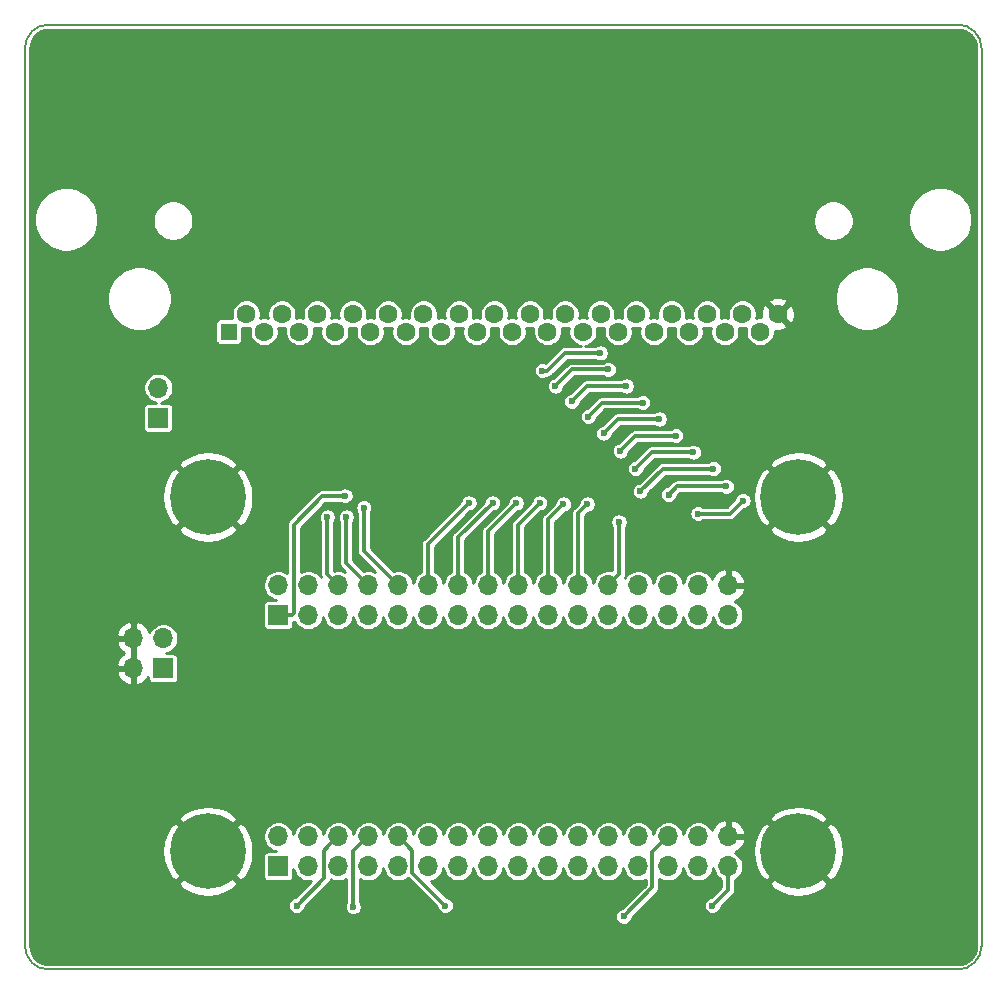
<source format=gbr>
G04 #@! TF.GenerationSoftware,KiCad,Pcbnew,5.1.5-52549c5~84~ubuntu19.10.1*
G04 #@! TF.CreationDate,2020-02-14T21:46:08+02:00*
G04 #@! TF.ProjectId,GB-BRK-SLOT-A,47422d42-524b-42d5-934c-4f542d412e6b,v1.1*
G04 #@! TF.SameCoordinates,Original*
G04 #@! TF.FileFunction,Copper,L2,Bot*
G04 #@! TF.FilePolarity,Positive*
%FSLAX46Y46*%
G04 Gerber Fmt 4.6, Leading zero omitted, Abs format (unit mm)*
G04 Created by KiCad (PCBNEW 5.1.5-52549c5~84~ubuntu19.10.1) date 2020-02-14 21:46:08*
%MOMM*%
%LPD*%
G04 APERTURE LIST*
%ADD10C,0.150000*%
%ADD11O,1.700000X1.700000*%
%ADD12R,1.700000X1.700000*%
%ADD13R,1.400000X1.400000*%
%ADD14C,1.600000*%
%ADD15C,0.800000*%
%ADD16C,6.400000*%
%ADD17C,1.000000*%
%ADD18C,0.600000*%
%ADD19C,0.320000*%
%ADD20C,0.254000*%
G04 APERTURE END LIST*
D10*
X128000000Y-148000000D02*
G75*
G02X126000000Y-150000000I-2000000J0D01*
G01*
X49000000Y-150000000D02*
G75*
G02X47000000Y-148000000I0J2000000D01*
G01*
X47000000Y-72000000D02*
G75*
G02X49000000Y-70000000I2000000J0D01*
G01*
X126000000Y-70000000D02*
G75*
G02X128000000Y-72000000I0J-2000000D01*
G01*
X128000000Y-72000000D02*
X128000000Y-148000000D01*
X49000000Y-70000000D02*
X126000000Y-70000000D01*
X49000000Y-150000000D02*
X126000000Y-150000000D01*
X47000000Y-72000000D02*
X47000000Y-148000000D01*
D11*
X58300000Y-100760000D03*
D12*
X58300000Y-103300000D03*
D11*
X106550000Y-117460000D03*
X106550000Y-120000000D03*
X104010000Y-117460000D03*
X104010000Y-120000000D03*
X101470000Y-117460000D03*
X101470000Y-120000000D03*
X98930000Y-117460000D03*
X98930000Y-120000000D03*
X96390000Y-117460000D03*
X96390000Y-120000000D03*
X93850000Y-117460000D03*
X93850000Y-120000000D03*
X91310000Y-117460000D03*
X91310000Y-120000000D03*
X88770000Y-117460000D03*
X88770000Y-120000000D03*
X86230000Y-117460000D03*
X86230000Y-120000000D03*
X83690000Y-117460000D03*
X83690000Y-120000000D03*
X81150000Y-117460000D03*
X81150000Y-120000000D03*
X78610000Y-117460000D03*
X78610000Y-120000000D03*
X76070000Y-117460000D03*
X76070000Y-120000000D03*
X73530000Y-117460000D03*
X73530000Y-120000000D03*
X70990000Y-117460000D03*
X70990000Y-120000000D03*
X68450000Y-117460000D03*
D12*
X68450000Y-120000000D03*
D11*
X106550000Y-138730000D03*
X106550000Y-141270000D03*
X104010000Y-138730000D03*
X104010000Y-141270000D03*
X101470000Y-138730000D03*
X101470000Y-141270000D03*
X98930000Y-138730000D03*
X98930000Y-141270000D03*
X96390000Y-138730000D03*
X96390000Y-141270000D03*
X93850000Y-138730000D03*
X93850000Y-141270000D03*
X91310000Y-138730000D03*
X91310000Y-141270000D03*
X88770000Y-138730000D03*
X88770000Y-141270000D03*
X86230000Y-138730000D03*
X86230000Y-141270000D03*
X83690000Y-138730000D03*
X83690000Y-141270000D03*
X81150000Y-138730000D03*
X81150000Y-141270000D03*
X78610000Y-138730000D03*
X78610000Y-141270000D03*
X76070000Y-138730000D03*
X76070000Y-141270000D03*
X73530000Y-138730000D03*
X73530000Y-141270000D03*
X70990000Y-138730000D03*
X70990000Y-141270000D03*
X68450000Y-138730000D03*
D12*
X68450000Y-141270000D03*
D13*
X64250000Y-96000000D03*
D14*
X65750000Y-94500000D03*
X67250000Y-96000000D03*
X68750000Y-94500000D03*
X70250000Y-96000000D03*
X71750000Y-94500000D03*
X73250000Y-96000000D03*
X74750000Y-94500000D03*
X76250000Y-96000000D03*
X77750000Y-94500000D03*
X79250000Y-96000000D03*
X80750000Y-94500000D03*
X82250000Y-96000000D03*
X83750000Y-94500000D03*
X85250000Y-96000000D03*
X86750000Y-94500000D03*
X88250000Y-96000000D03*
X89750000Y-94500000D03*
X91250000Y-96000000D03*
X92750000Y-94500000D03*
X94250000Y-96000000D03*
X95750000Y-94500000D03*
X97250000Y-96000000D03*
X98750000Y-94500000D03*
X100250000Y-96000000D03*
X101750000Y-94500000D03*
X103250000Y-96000000D03*
X104750000Y-94500000D03*
X106250000Y-96000000D03*
X107750000Y-94500000D03*
X109250000Y-96000000D03*
X110750000Y-94500000D03*
D11*
X56170000Y-121960000D03*
X58710000Y-121960000D03*
X56170000Y-124500000D03*
D12*
X58710000Y-124500000D03*
D15*
X64197056Y-108302944D03*
X62500000Y-107600000D03*
X60802944Y-108302944D03*
X60100000Y-110000000D03*
X60802944Y-111697056D03*
X62500000Y-112400000D03*
X64197056Y-111697056D03*
X64900000Y-110000000D03*
D16*
X62500000Y-110000000D03*
D15*
X114197056Y-108302944D03*
X112500000Y-107600000D03*
X110802944Y-108302944D03*
X110100000Y-110000000D03*
X110802944Y-111697056D03*
X112500000Y-112400000D03*
X114197056Y-111697056D03*
X114900000Y-110000000D03*
D16*
X112500000Y-110000000D03*
D15*
X64197056Y-138302944D03*
X62500000Y-137600000D03*
X60802944Y-138302944D03*
X60100000Y-140000000D03*
X60802944Y-141697056D03*
X62500000Y-142400000D03*
X64197056Y-141697056D03*
X64900000Y-140000000D03*
D16*
X62500000Y-140000000D03*
D15*
X114197056Y-138302944D03*
X112500000Y-137600000D03*
X110802944Y-138302944D03*
X110100000Y-140000000D03*
X110802944Y-141697056D03*
X112500000Y-142400000D03*
X114197056Y-141697056D03*
X114900000Y-140000000D03*
D16*
X112500000Y-140000000D03*
D17*
X65400000Y-129100000D03*
X57500000Y-148400000D03*
X64100000Y-132600000D03*
D18*
X74100000Y-109900000D03*
X70000000Y-144600000D03*
X72600000Y-111700000D03*
X74800000Y-144700000D03*
X74200000Y-111700000D03*
X82600000Y-144600000D03*
X75700000Y-110900000D03*
X95700000Y-97800000D03*
X84600000Y-110500000D03*
X90799998Y-99300000D03*
X86600000Y-110500000D03*
X91900000Y-100600000D03*
X96400000Y-99200000D03*
X88599998Y-110500000D03*
X93300000Y-101900000D03*
X97900000Y-100600000D03*
X90599998Y-110500000D03*
X94700000Y-103200000D03*
X99300000Y-102000000D03*
X92600000Y-110600000D03*
X96000000Y-104600000D03*
X100700000Y-103400000D03*
X94600000Y-110600000D03*
X97400000Y-106100000D03*
X102100000Y-104800000D03*
X98700000Y-107600000D03*
X103600000Y-106200000D03*
X97300000Y-112100000D03*
X99100000Y-109500000D03*
X105300000Y-107600000D03*
X101500000Y-109800000D03*
X106400000Y-109100000D03*
X97700000Y-145500000D03*
X104000000Y-111400000D03*
X107800000Y-110300000D03*
X105200000Y-144600000D03*
D19*
X72200000Y-109900000D02*
X74100000Y-109900000D01*
X69760001Y-112339999D02*
X72200000Y-109900000D01*
X69760001Y-119859999D02*
X69760001Y-112339999D01*
X68450000Y-120000000D02*
X69620000Y-120000000D01*
X69620000Y-120000000D02*
X69760001Y-119859999D01*
X72680001Y-139579999D02*
X73530000Y-138730000D01*
X72319999Y-139940001D02*
X72680001Y-139579999D01*
X72319999Y-142280001D02*
X72319999Y-139940001D01*
X70000000Y-144600000D02*
X72319999Y-142280001D01*
X72600000Y-116530000D02*
X73530000Y-117460000D01*
X72600000Y-111700000D02*
X72600000Y-116530000D01*
X74800000Y-140000000D02*
X74800000Y-144700000D01*
X76070000Y-138730000D02*
X74800000Y-140000000D01*
X74200000Y-115590000D02*
X74200000Y-111700000D01*
X76070000Y-117460000D02*
X74200000Y-115590000D01*
X79459999Y-139579999D02*
X78610000Y-138730000D01*
X79820001Y-139940001D02*
X79459999Y-139579999D01*
X79820001Y-141820001D02*
X79820001Y-139940001D01*
X82600000Y-144600000D02*
X79820001Y-141820001D01*
X75700000Y-114550000D02*
X75700000Y-110900000D01*
X78610000Y-117460000D02*
X75700000Y-114550000D01*
X81150000Y-113950000D02*
X84600000Y-110500000D01*
X81150000Y-117460000D02*
X81150000Y-113950000D01*
X91224262Y-99300000D02*
X90799998Y-99300000D01*
X95700000Y-97800000D02*
X92724262Y-97800000D01*
X92724262Y-97800000D02*
X91224262Y-99300000D01*
X83690000Y-113410000D02*
X86600000Y-110500000D01*
X83690000Y-117460000D02*
X83690000Y-113410000D01*
X91900000Y-100600000D02*
X93300000Y-99200000D01*
X93300000Y-99200000D02*
X96400000Y-99200000D01*
X86230000Y-112869998D02*
X88599998Y-110500000D01*
X86230000Y-117460000D02*
X86230000Y-112869998D01*
X94600000Y-100600000D02*
X97900000Y-100600000D01*
X93300000Y-101900000D02*
X94600000Y-100600000D01*
X90599998Y-110500002D02*
X90599998Y-110500000D01*
X88770000Y-117460000D02*
X88770000Y-112330000D01*
X88770000Y-112330000D02*
X90599998Y-110500002D01*
X95900000Y-102000000D02*
X99300000Y-102000000D01*
X94700000Y-103200000D02*
X95900000Y-102000000D01*
X91310000Y-111890000D02*
X92600000Y-110600000D01*
X91310000Y-117460000D02*
X91310000Y-111890000D01*
X97200000Y-103400000D02*
X100700000Y-103400000D01*
X96000000Y-104600000D02*
X97200000Y-103400000D01*
X93850000Y-117460000D02*
X93850000Y-111350000D01*
X93850000Y-111350000D02*
X94600000Y-110600000D01*
X97400000Y-106100000D02*
X98700000Y-104800000D01*
X98700000Y-104800000D02*
X102100000Y-104800000D01*
X98700000Y-107600000D02*
X100100000Y-106200000D01*
X100100000Y-106200000D02*
X103600000Y-106200000D01*
X96390000Y-117460000D02*
X97300000Y-116550000D01*
X97300000Y-116550000D02*
X97300000Y-112100000D01*
X99100000Y-109500000D02*
X101000000Y-107600000D01*
X101000000Y-107600000D02*
X105300000Y-107600000D01*
X102200000Y-109100000D02*
X101500000Y-109800000D01*
X106400000Y-109100000D02*
X102200000Y-109100000D01*
X100620001Y-139579999D02*
X101470000Y-138730000D01*
X100140001Y-140059999D02*
X100620001Y-139579999D01*
X100140001Y-143059999D02*
X100140001Y-140059999D01*
X97700000Y-145500000D02*
X100140001Y-143059999D01*
X106700000Y-111400000D02*
X107800000Y-110300000D01*
X104000000Y-111400000D02*
X106700000Y-111400000D01*
X106550000Y-143250000D02*
X106550000Y-141270000D01*
X105200000Y-144600000D02*
X106550000Y-143250000D01*
D20*
G36*
X126299474Y-70487551D02*
G01*
X126587539Y-70574523D01*
X126853225Y-70715791D01*
X127086412Y-70905974D01*
X127278222Y-71137831D01*
X127421340Y-71402522D01*
X127510322Y-71689976D01*
X127544000Y-72010401D01*
X127544001Y-147977684D01*
X127512449Y-148299474D01*
X127425477Y-148587540D01*
X127284208Y-148853227D01*
X127094022Y-149086417D01*
X126862169Y-149278222D01*
X126597478Y-149421340D01*
X126310025Y-149510322D01*
X125989598Y-149544000D01*
X49022306Y-149544000D01*
X48700526Y-149512449D01*
X48412460Y-149425477D01*
X48146773Y-149284208D01*
X47913583Y-149094022D01*
X47721778Y-148862169D01*
X47578660Y-148597478D01*
X47489678Y-148310025D01*
X47456000Y-147989598D01*
X47456000Y-142700881D01*
X59978724Y-142700881D01*
X60338912Y-143190548D01*
X61002882Y-143550849D01*
X61724385Y-143774694D01*
X62475695Y-143853480D01*
X63227938Y-143784178D01*
X63952208Y-143569452D01*
X64620670Y-143217555D01*
X64661088Y-143190548D01*
X65021276Y-142700881D01*
X62500000Y-140179605D01*
X59978724Y-142700881D01*
X47456000Y-142700881D01*
X47456000Y-139975695D01*
X58646520Y-139975695D01*
X58715822Y-140727938D01*
X58930548Y-141452208D01*
X59282445Y-142120670D01*
X59309452Y-142161088D01*
X59799119Y-142521276D01*
X62320395Y-140000000D01*
X62679605Y-140000000D01*
X65200881Y-142521276D01*
X65690548Y-142161088D01*
X66050849Y-141497118D01*
X66274694Y-140775615D01*
X66311985Y-140420000D01*
X67170934Y-140420000D01*
X67170934Y-142120000D01*
X67179178Y-142203707D01*
X67203595Y-142284196D01*
X67243245Y-142358376D01*
X67296605Y-142423395D01*
X67361624Y-142476755D01*
X67435804Y-142516405D01*
X67516293Y-142540822D01*
X67600000Y-142549066D01*
X69300000Y-142549066D01*
X69383707Y-142540822D01*
X69464196Y-142516405D01*
X69538376Y-142476755D01*
X69603395Y-142423395D01*
X69656755Y-142358376D01*
X69696405Y-142284196D01*
X69720822Y-142203707D01*
X69729066Y-142120000D01*
X69729066Y-141476544D01*
X69762074Y-141642487D01*
X69858337Y-141874886D01*
X69998089Y-142084040D01*
X70175960Y-142261911D01*
X70385114Y-142401663D01*
X70617513Y-142497926D01*
X70864226Y-142547000D01*
X71115774Y-142547000D01*
X71249446Y-142520411D01*
X69889027Y-143880831D01*
X69787942Y-143900938D01*
X69655636Y-143955741D01*
X69536564Y-144035302D01*
X69435302Y-144136564D01*
X69355741Y-144255636D01*
X69300938Y-144387942D01*
X69273000Y-144528397D01*
X69273000Y-144671603D01*
X69300938Y-144812058D01*
X69355741Y-144944364D01*
X69435302Y-145063436D01*
X69536564Y-145164698D01*
X69655636Y-145244259D01*
X69787942Y-145299062D01*
X69928397Y-145327000D01*
X70071603Y-145327000D01*
X70212058Y-145299062D01*
X70344364Y-145244259D01*
X70463436Y-145164698D01*
X70564698Y-145063436D01*
X70644259Y-144944364D01*
X70699062Y-144812058D01*
X70719169Y-144710973D01*
X72714679Y-142715464D01*
X72737079Y-142697081D01*
X72810433Y-142607699D01*
X72864940Y-142505723D01*
X72898505Y-142395073D01*
X72899539Y-142384574D01*
X72925114Y-142401663D01*
X73157513Y-142497926D01*
X73404226Y-142547000D01*
X73655774Y-142547000D01*
X73902487Y-142497926D01*
X74134886Y-142401663D01*
X74213000Y-142349469D01*
X74213001Y-144269940D01*
X74155741Y-144355636D01*
X74100938Y-144487942D01*
X74073000Y-144628397D01*
X74073000Y-144771603D01*
X74100938Y-144912058D01*
X74155741Y-145044364D01*
X74235302Y-145163436D01*
X74336564Y-145264698D01*
X74455636Y-145344259D01*
X74587942Y-145399062D01*
X74728397Y-145427000D01*
X74871603Y-145427000D01*
X75012058Y-145399062D01*
X75144364Y-145344259D01*
X75263436Y-145264698D01*
X75364698Y-145163436D01*
X75444259Y-145044364D01*
X75499062Y-144912058D01*
X75527000Y-144771603D01*
X75527000Y-144628397D01*
X75499062Y-144487942D01*
X75444259Y-144355636D01*
X75387000Y-144269941D01*
X75387000Y-142349469D01*
X75465114Y-142401663D01*
X75697513Y-142497926D01*
X75944226Y-142547000D01*
X76195774Y-142547000D01*
X76442487Y-142497926D01*
X76674886Y-142401663D01*
X76884040Y-142261911D01*
X77061911Y-142084040D01*
X77201663Y-141874886D01*
X77297926Y-141642487D01*
X77340000Y-141430966D01*
X77382074Y-141642487D01*
X77478337Y-141874886D01*
X77618089Y-142084040D01*
X77795960Y-142261911D01*
X78005114Y-142401663D01*
X78237513Y-142497926D01*
X78484226Y-142547000D01*
X78735774Y-142547000D01*
X78982487Y-142497926D01*
X79214886Y-142401663D01*
X79424040Y-142261911D01*
X79427904Y-142258047D01*
X81880832Y-144710975D01*
X81900938Y-144812058D01*
X81955741Y-144944364D01*
X82035302Y-145063436D01*
X82136564Y-145164698D01*
X82255636Y-145244259D01*
X82387942Y-145299062D01*
X82528397Y-145327000D01*
X82671603Y-145327000D01*
X82812058Y-145299062D01*
X82944364Y-145244259D01*
X83063436Y-145164698D01*
X83164698Y-145063436D01*
X83244259Y-144944364D01*
X83299062Y-144812058D01*
X83327000Y-144671603D01*
X83327000Y-144528397D01*
X83299062Y-144387942D01*
X83244259Y-144255636D01*
X83164698Y-144136564D01*
X83063436Y-144035302D01*
X82944364Y-143955741D01*
X82812058Y-143900938D01*
X82710975Y-143880832D01*
X81360325Y-142530182D01*
X81522487Y-142497926D01*
X81754886Y-142401663D01*
X81964040Y-142261911D01*
X82141911Y-142084040D01*
X82281663Y-141874886D01*
X82377926Y-141642487D01*
X82420000Y-141430966D01*
X82462074Y-141642487D01*
X82558337Y-141874886D01*
X82698089Y-142084040D01*
X82875960Y-142261911D01*
X83085114Y-142401663D01*
X83317513Y-142497926D01*
X83564226Y-142547000D01*
X83815774Y-142547000D01*
X84062487Y-142497926D01*
X84294886Y-142401663D01*
X84504040Y-142261911D01*
X84681911Y-142084040D01*
X84821663Y-141874886D01*
X84917926Y-141642487D01*
X84960000Y-141430966D01*
X85002074Y-141642487D01*
X85098337Y-141874886D01*
X85238089Y-142084040D01*
X85415960Y-142261911D01*
X85625114Y-142401663D01*
X85857513Y-142497926D01*
X86104226Y-142547000D01*
X86355774Y-142547000D01*
X86602487Y-142497926D01*
X86834886Y-142401663D01*
X87044040Y-142261911D01*
X87221911Y-142084040D01*
X87361663Y-141874886D01*
X87457926Y-141642487D01*
X87500000Y-141430966D01*
X87542074Y-141642487D01*
X87638337Y-141874886D01*
X87778089Y-142084040D01*
X87955960Y-142261911D01*
X88165114Y-142401663D01*
X88397513Y-142497926D01*
X88644226Y-142547000D01*
X88895774Y-142547000D01*
X89142487Y-142497926D01*
X89374886Y-142401663D01*
X89584040Y-142261911D01*
X89761911Y-142084040D01*
X89901663Y-141874886D01*
X89997926Y-141642487D01*
X90040000Y-141430966D01*
X90082074Y-141642487D01*
X90178337Y-141874886D01*
X90318089Y-142084040D01*
X90495960Y-142261911D01*
X90705114Y-142401663D01*
X90937513Y-142497926D01*
X91184226Y-142547000D01*
X91435774Y-142547000D01*
X91682487Y-142497926D01*
X91914886Y-142401663D01*
X92124040Y-142261911D01*
X92301911Y-142084040D01*
X92441663Y-141874886D01*
X92537926Y-141642487D01*
X92580000Y-141430966D01*
X92622074Y-141642487D01*
X92718337Y-141874886D01*
X92858089Y-142084040D01*
X93035960Y-142261911D01*
X93245114Y-142401663D01*
X93477513Y-142497926D01*
X93724226Y-142547000D01*
X93975774Y-142547000D01*
X94222487Y-142497926D01*
X94454886Y-142401663D01*
X94664040Y-142261911D01*
X94841911Y-142084040D01*
X94981663Y-141874886D01*
X95077926Y-141642487D01*
X95120000Y-141430966D01*
X95162074Y-141642487D01*
X95258337Y-141874886D01*
X95398089Y-142084040D01*
X95575960Y-142261911D01*
X95785114Y-142401663D01*
X96017513Y-142497926D01*
X96264226Y-142547000D01*
X96515774Y-142547000D01*
X96762487Y-142497926D01*
X96994886Y-142401663D01*
X97204040Y-142261911D01*
X97381911Y-142084040D01*
X97521663Y-141874886D01*
X97617926Y-141642487D01*
X97660000Y-141430966D01*
X97702074Y-141642487D01*
X97798337Y-141874886D01*
X97938089Y-142084040D01*
X98115960Y-142261911D01*
X98325114Y-142401663D01*
X98557513Y-142497926D01*
X98804226Y-142547000D01*
X99055774Y-142547000D01*
X99302487Y-142497926D01*
X99534886Y-142401663D01*
X99553001Y-142389559D01*
X99553001Y-142816856D01*
X97589027Y-144780831D01*
X97487942Y-144800938D01*
X97355636Y-144855741D01*
X97236564Y-144935302D01*
X97135302Y-145036564D01*
X97055741Y-145155636D01*
X97000938Y-145287942D01*
X96973000Y-145428397D01*
X96973000Y-145571603D01*
X97000938Y-145712058D01*
X97055741Y-145844364D01*
X97135302Y-145963436D01*
X97236564Y-146064698D01*
X97355636Y-146144259D01*
X97487942Y-146199062D01*
X97628397Y-146227000D01*
X97771603Y-146227000D01*
X97912058Y-146199062D01*
X98044364Y-146144259D01*
X98163436Y-146064698D01*
X98264698Y-145963436D01*
X98344259Y-145844364D01*
X98399062Y-145712058D01*
X98419169Y-145610973D01*
X100534681Y-143495462D01*
X100557081Y-143477079D01*
X100630435Y-143387697D01*
X100684942Y-143285721D01*
X100687031Y-143278833D01*
X100718508Y-143175071D01*
X100729841Y-143059999D01*
X100727001Y-143031162D01*
X100727001Y-142309379D01*
X100865114Y-142401663D01*
X101097513Y-142497926D01*
X101344226Y-142547000D01*
X101595774Y-142547000D01*
X101842487Y-142497926D01*
X102074886Y-142401663D01*
X102284040Y-142261911D01*
X102461911Y-142084040D01*
X102601663Y-141874886D01*
X102697926Y-141642487D01*
X102740000Y-141430966D01*
X102782074Y-141642487D01*
X102878337Y-141874886D01*
X103018089Y-142084040D01*
X103195960Y-142261911D01*
X103405114Y-142401663D01*
X103637513Y-142497926D01*
X103884226Y-142547000D01*
X104135774Y-142547000D01*
X104382487Y-142497926D01*
X104614886Y-142401663D01*
X104824040Y-142261911D01*
X105001911Y-142084040D01*
X105141663Y-141874886D01*
X105237926Y-141642487D01*
X105280000Y-141430966D01*
X105322074Y-141642487D01*
X105418337Y-141874886D01*
X105558089Y-142084040D01*
X105735960Y-142261911D01*
X105945114Y-142401663D01*
X105963000Y-142409072D01*
X105963000Y-143006856D01*
X105089026Y-143880831D01*
X104987942Y-143900938D01*
X104855636Y-143955741D01*
X104736564Y-144035302D01*
X104635302Y-144136564D01*
X104555741Y-144255636D01*
X104500938Y-144387942D01*
X104473000Y-144528397D01*
X104473000Y-144671603D01*
X104500938Y-144812058D01*
X104555741Y-144944364D01*
X104635302Y-145063436D01*
X104736564Y-145164698D01*
X104855636Y-145244259D01*
X104987942Y-145299062D01*
X105128397Y-145327000D01*
X105271603Y-145327000D01*
X105412058Y-145299062D01*
X105544364Y-145244259D01*
X105663436Y-145164698D01*
X105764698Y-145063436D01*
X105844259Y-144944364D01*
X105899062Y-144812058D01*
X105919169Y-144710974D01*
X106944685Y-143685459D01*
X106967080Y-143667080D01*
X107040434Y-143577698D01*
X107094941Y-143475722D01*
X107128506Y-143365072D01*
X107137000Y-143278834D01*
X107137000Y-143278827D01*
X107139839Y-143250001D01*
X107137000Y-143221175D01*
X107137000Y-142700881D01*
X109978724Y-142700881D01*
X110338912Y-143190548D01*
X111002882Y-143550849D01*
X111724385Y-143774694D01*
X112475695Y-143853480D01*
X113227938Y-143784178D01*
X113952208Y-143569452D01*
X114620670Y-143217555D01*
X114661088Y-143190548D01*
X115021276Y-142700881D01*
X112500000Y-140179605D01*
X109978724Y-142700881D01*
X107137000Y-142700881D01*
X107137000Y-142409072D01*
X107154886Y-142401663D01*
X107364040Y-142261911D01*
X107541911Y-142084040D01*
X107681663Y-141874886D01*
X107777926Y-141642487D01*
X107827000Y-141395774D01*
X107827000Y-141144226D01*
X107777926Y-140897513D01*
X107681663Y-140665114D01*
X107541911Y-140455960D01*
X107364040Y-140278089D01*
X107154886Y-140138337D01*
X107088051Y-140110653D01*
X107316920Y-140001641D01*
X107351705Y-139975695D01*
X108646520Y-139975695D01*
X108715822Y-140727938D01*
X108930548Y-141452208D01*
X109282445Y-142120670D01*
X109309452Y-142161088D01*
X109799119Y-142521276D01*
X112320395Y-140000000D01*
X112679605Y-140000000D01*
X115200881Y-142521276D01*
X115690548Y-142161088D01*
X116050849Y-141497118D01*
X116274694Y-140775615D01*
X116353480Y-140024305D01*
X116284178Y-139272062D01*
X116069452Y-138547792D01*
X115717555Y-137879330D01*
X115690548Y-137838912D01*
X115200881Y-137478724D01*
X112679605Y-140000000D01*
X112320395Y-140000000D01*
X109799119Y-137478724D01*
X109309452Y-137838912D01*
X108949151Y-138502882D01*
X108725306Y-139224385D01*
X108646520Y-139975695D01*
X107351705Y-139975695D01*
X107550269Y-139827588D01*
X107745178Y-139611355D01*
X107894157Y-139361252D01*
X107991481Y-139086891D01*
X107870814Y-138857000D01*
X106677000Y-138857000D01*
X106677000Y-138877000D01*
X106423000Y-138877000D01*
X106423000Y-138857000D01*
X106403000Y-138857000D01*
X106403000Y-138603000D01*
X106423000Y-138603000D01*
X106423000Y-137409845D01*
X106677000Y-137409845D01*
X106677000Y-138603000D01*
X107870814Y-138603000D01*
X107991481Y-138373109D01*
X107894157Y-138098748D01*
X107745178Y-137848645D01*
X107550269Y-137632412D01*
X107316920Y-137458359D01*
X107054099Y-137333175D01*
X106941821Y-137299119D01*
X109978724Y-137299119D01*
X112500000Y-139820395D01*
X115021276Y-137299119D01*
X114661088Y-136809452D01*
X113997118Y-136449151D01*
X113275615Y-136225306D01*
X112524305Y-136146520D01*
X111772062Y-136215822D01*
X111047792Y-136430548D01*
X110379330Y-136782445D01*
X110338912Y-136809452D01*
X109978724Y-137299119D01*
X106941821Y-137299119D01*
X106906890Y-137288524D01*
X106677000Y-137409845D01*
X106423000Y-137409845D01*
X106193110Y-137288524D01*
X106045901Y-137333175D01*
X105783080Y-137458359D01*
X105549731Y-137632412D01*
X105354822Y-137848645D01*
X105205843Y-138098748D01*
X105171197Y-138196416D01*
X105141663Y-138125114D01*
X105001911Y-137915960D01*
X104824040Y-137738089D01*
X104614886Y-137598337D01*
X104382487Y-137502074D01*
X104135774Y-137453000D01*
X103884226Y-137453000D01*
X103637513Y-137502074D01*
X103405114Y-137598337D01*
X103195960Y-137738089D01*
X103018089Y-137915960D01*
X102878337Y-138125114D01*
X102782074Y-138357513D01*
X102740000Y-138569034D01*
X102697926Y-138357513D01*
X102601663Y-138125114D01*
X102461911Y-137915960D01*
X102284040Y-137738089D01*
X102074886Y-137598337D01*
X101842487Y-137502074D01*
X101595774Y-137453000D01*
X101344226Y-137453000D01*
X101097513Y-137502074D01*
X100865114Y-137598337D01*
X100655960Y-137738089D01*
X100478089Y-137915960D01*
X100338337Y-138125114D01*
X100242074Y-138357513D01*
X100200000Y-138569034D01*
X100157926Y-138357513D01*
X100061663Y-138125114D01*
X99921911Y-137915960D01*
X99744040Y-137738089D01*
X99534886Y-137598337D01*
X99302487Y-137502074D01*
X99055774Y-137453000D01*
X98804226Y-137453000D01*
X98557513Y-137502074D01*
X98325114Y-137598337D01*
X98115960Y-137738089D01*
X97938089Y-137915960D01*
X97798337Y-138125114D01*
X97702074Y-138357513D01*
X97660000Y-138569034D01*
X97617926Y-138357513D01*
X97521663Y-138125114D01*
X97381911Y-137915960D01*
X97204040Y-137738089D01*
X96994886Y-137598337D01*
X96762487Y-137502074D01*
X96515774Y-137453000D01*
X96264226Y-137453000D01*
X96017513Y-137502074D01*
X95785114Y-137598337D01*
X95575960Y-137738089D01*
X95398089Y-137915960D01*
X95258337Y-138125114D01*
X95162074Y-138357513D01*
X95120000Y-138569034D01*
X95077926Y-138357513D01*
X94981663Y-138125114D01*
X94841911Y-137915960D01*
X94664040Y-137738089D01*
X94454886Y-137598337D01*
X94222487Y-137502074D01*
X93975774Y-137453000D01*
X93724226Y-137453000D01*
X93477513Y-137502074D01*
X93245114Y-137598337D01*
X93035960Y-137738089D01*
X92858089Y-137915960D01*
X92718337Y-138125114D01*
X92622074Y-138357513D01*
X92580000Y-138569034D01*
X92537926Y-138357513D01*
X92441663Y-138125114D01*
X92301911Y-137915960D01*
X92124040Y-137738089D01*
X91914886Y-137598337D01*
X91682487Y-137502074D01*
X91435774Y-137453000D01*
X91184226Y-137453000D01*
X90937513Y-137502074D01*
X90705114Y-137598337D01*
X90495960Y-137738089D01*
X90318089Y-137915960D01*
X90178337Y-138125114D01*
X90082074Y-138357513D01*
X90040000Y-138569034D01*
X89997926Y-138357513D01*
X89901663Y-138125114D01*
X89761911Y-137915960D01*
X89584040Y-137738089D01*
X89374886Y-137598337D01*
X89142487Y-137502074D01*
X88895774Y-137453000D01*
X88644226Y-137453000D01*
X88397513Y-137502074D01*
X88165114Y-137598337D01*
X87955960Y-137738089D01*
X87778089Y-137915960D01*
X87638337Y-138125114D01*
X87542074Y-138357513D01*
X87500000Y-138569034D01*
X87457926Y-138357513D01*
X87361663Y-138125114D01*
X87221911Y-137915960D01*
X87044040Y-137738089D01*
X86834886Y-137598337D01*
X86602487Y-137502074D01*
X86355774Y-137453000D01*
X86104226Y-137453000D01*
X85857513Y-137502074D01*
X85625114Y-137598337D01*
X85415960Y-137738089D01*
X85238089Y-137915960D01*
X85098337Y-138125114D01*
X85002074Y-138357513D01*
X84960000Y-138569034D01*
X84917926Y-138357513D01*
X84821663Y-138125114D01*
X84681911Y-137915960D01*
X84504040Y-137738089D01*
X84294886Y-137598337D01*
X84062487Y-137502074D01*
X83815774Y-137453000D01*
X83564226Y-137453000D01*
X83317513Y-137502074D01*
X83085114Y-137598337D01*
X82875960Y-137738089D01*
X82698089Y-137915960D01*
X82558337Y-138125114D01*
X82462074Y-138357513D01*
X82420000Y-138569034D01*
X82377926Y-138357513D01*
X82281663Y-138125114D01*
X82141911Y-137915960D01*
X81964040Y-137738089D01*
X81754886Y-137598337D01*
X81522487Y-137502074D01*
X81275774Y-137453000D01*
X81024226Y-137453000D01*
X80777513Y-137502074D01*
X80545114Y-137598337D01*
X80335960Y-137738089D01*
X80158089Y-137915960D01*
X80018337Y-138125114D01*
X79922074Y-138357513D01*
X79880000Y-138569034D01*
X79837926Y-138357513D01*
X79741663Y-138125114D01*
X79601911Y-137915960D01*
X79424040Y-137738089D01*
X79214886Y-137598337D01*
X78982487Y-137502074D01*
X78735774Y-137453000D01*
X78484226Y-137453000D01*
X78237513Y-137502074D01*
X78005114Y-137598337D01*
X77795960Y-137738089D01*
X77618089Y-137915960D01*
X77478337Y-138125114D01*
X77382074Y-138357513D01*
X77340000Y-138569034D01*
X77297926Y-138357513D01*
X77201663Y-138125114D01*
X77061911Y-137915960D01*
X76884040Y-137738089D01*
X76674886Y-137598337D01*
X76442487Y-137502074D01*
X76195774Y-137453000D01*
X75944226Y-137453000D01*
X75697513Y-137502074D01*
X75465114Y-137598337D01*
X75255960Y-137738089D01*
X75078089Y-137915960D01*
X74938337Y-138125114D01*
X74842074Y-138357513D01*
X74800000Y-138569034D01*
X74757926Y-138357513D01*
X74661663Y-138125114D01*
X74521911Y-137915960D01*
X74344040Y-137738089D01*
X74134886Y-137598337D01*
X73902487Y-137502074D01*
X73655774Y-137453000D01*
X73404226Y-137453000D01*
X73157513Y-137502074D01*
X72925114Y-137598337D01*
X72715960Y-137738089D01*
X72538089Y-137915960D01*
X72398337Y-138125114D01*
X72302074Y-138357513D01*
X72260000Y-138569034D01*
X72217926Y-138357513D01*
X72121663Y-138125114D01*
X71981911Y-137915960D01*
X71804040Y-137738089D01*
X71594886Y-137598337D01*
X71362487Y-137502074D01*
X71115774Y-137453000D01*
X70864226Y-137453000D01*
X70617513Y-137502074D01*
X70385114Y-137598337D01*
X70175960Y-137738089D01*
X69998089Y-137915960D01*
X69858337Y-138125114D01*
X69762074Y-138357513D01*
X69720000Y-138569034D01*
X69677926Y-138357513D01*
X69581663Y-138125114D01*
X69441911Y-137915960D01*
X69264040Y-137738089D01*
X69054886Y-137598337D01*
X68822487Y-137502074D01*
X68575774Y-137453000D01*
X68324226Y-137453000D01*
X68077513Y-137502074D01*
X67845114Y-137598337D01*
X67635960Y-137738089D01*
X67458089Y-137915960D01*
X67318337Y-138125114D01*
X67222074Y-138357513D01*
X67173000Y-138604226D01*
X67173000Y-138855774D01*
X67222074Y-139102487D01*
X67318337Y-139334886D01*
X67458089Y-139544040D01*
X67635960Y-139721911D01*
X67845114Y-139861663D01*
X68077513Y-139957926D01*
X68243456Y-139990934D01*
X67600000Y-139990934D01*
X67516293Y-139999178D01*
X67435804Y-140023595D01*
X67361624Y-140063245D01*
X67296605Y-140116605D01*
X67243245Y-140181624D01*
X67203595Y-140255804D01*
X67179178Y-140336293D01*
X67170934Y-140420000D01*
X66311985Y-140420000D01*
X66353480Y-140024305D01*
X66284178Y-139272062D01*
X66069452Y-138547792D01*
X65717555Y-137879330D01*
X65690548Y-137838912D01*
X65200881Y-137478724D01*
X62679605Y-140000000D01*
X62320395Y-140000000D01*
X59799119Y-137478724D01*
X59309452Y-137838912D01*
X58949151Y-138502882D01*
X58725306Y-139224385D01*
X58646520Y-139975695D01*
X47456000Y-139975695D01*
X47456000Y-137299119D01*
X59978724Y-137299119D01*
X62500000Y-139820395D01*
X65021276Y-137299119D01*
X64661088Y-136809452D01*
X63997118Y-136449151D01*
X63275615Y-136225306D01*
X62524305Y-136146520D01*
X61772062Y-136215822D01*
X61047792Y-136430548D01*
X60379330Y-136782445D01*
X60338912Y-136809452D01*
X59978724Y-137299119D01*
X47456000Y-137299119D01*
X47456000Y-124856890D01*
X54728524Y-124856890D01*
X54773175Y-125004099D01*
X54898359Y-125266920D01*
X55072412Y-125500269D01*
X55288645Y-125695178D01*
X55538748Y-125844157D01*
X55813109Y-125941481D01*
X56043000Y-125820814D01*
X56043000Y-124627000D01*
X54849845Y-124627000D01*
X54728524Y-124856890D01*
X47456000Y-124856890D01*
X47456000Y-122316890D01*
X54728524Y-122316890D01*
X54773175Y-122464099D01*
X54898359Y-122726920D01*
X55072412Y-122960269D01*
X55288645Y-123155178D01*
X55414255Y-123230000D01*
X55288645Y-123304822D01*
X55072412Y-123499731D01*
X54898359Y-123733080D01*
X54773175Y-123995901D01*
X54728524Y-124143110D01*
X54849845Y-124373000D01*
X56043000Y-124373000D01*
X56043000Y-122087000D01*
X54849845Y-122087000D01*
X54728524Y-122316890D01*
X47456000Y-122316890D01*
X47456000Y-121603110D01*
X54728524Y-121603110D01*
X54849845Y-121833000D01*
X56043000Y-121833000D01*
X56043000Y-120639186D01*
X56297000Y-120639186D01*
X56297000Y-121833000D01*
X56317000Y-121833000D01*
X56317000Y-122087000D01*
X56297000Y-122087000D01*
X56297000Y-124373000D01*
X56317000Y-124373000D01*
X56317000Y-124627000D01*
X56297000Y-124627000D01*
X56297000Y-125820814D01*
X56526891Y-125941481D01*
X56801252Y-125844157D01*
X57051355Y-125695178D01*
X57267588Y-125500269D01*
X57430934Y-125281275D01*
X57430934Y-125350000D01*
X57439178Y-125433707D01*
X57463595Y-125514196D01*
X57503245Y-125588376D01*
X57556605Y-125653395D01*
X57621624Y-125706755D01*
X57695804Y-125746405D01*
X57776293Y-125770822D01*
X57860000Y-125779066D01*
X59560000Y-125779066D01*
X59643707Y-125770822D01*
X59724196Y-125746405D01*
X59798376Y-125706755D01*
X59863395Y-125653395D01*
X59916755Y-125588376D01*
X59956405Y-125514196D01*
X59980822Y-125433707D01*
X59989066Y-125350000D01*
X59989066Y-123650000D01*
X59980822Y-123566293D01*
X59956405Y-123485804D01*
X59916755Y-123411624D01*
X59863395Y-123346605D01*
X59798376Y-123293245D01*
X59724196Y-123253595D01*
X59643707Y-123229178D01*
X59560000Y-123220934D01*
X58916544Y-123220934D01*
X59082487Y-123187926D01*
X59314886Y-123091663D01*
X59524040Y-122951911D01*
X59701911Y-122774040D01*
X59841663Y-122564886D01*
X59937926Y-122332487D01*
X59987000Y-122085774D01*
X59987000Y-121834226D01*
X59937926Y-121587513D01*
X59841663Y-121355114D01*
X59701911Y-121145960D01*
X59524040Y-120968089D01*
X59314886Y-120828337D01*
X59082487Y-120732074D01*
X58835774Y-120683000D01*
X58584226Y-120683000D01*
X58337513Y-120732074D01*
X58105114Y-120828337D01*
X57895960Y-120968089D01*
X57718089Y-121145960D01*
X57578337Y-121355114D01*
X57550653Y-121421949D01*
X57441641Y-121193080D01*
X57267588Y-120959731D01*
X57051355Y-120764822D01*
X56801252Y-120615843D01*
X56526891Y-120518519D01*
X56297000Y-120639186D01*
X56043000Y-120639186D01*
X55813109Y-120518519D01*
X55538748Y-120615843D01*
X55288645Y-120764822D01*
X55072412Y-120959731D01*
X54898359Y-121193080D01*
X54773175Y-121455901D01*
X54728524Y-121603110D01*
X47456000Y-121603110D01*
X47456000Y-119150000D01*
X67170934Y-119150000D01*
X67170934Y-120850000D01*
X67179178Y-120933707D01*
X67203595Y-121014196D01*
X67243245Y-121088376D01*
X67296605Y-121153395D01*
X67361624Y-121206755D01*
X67435804Y-121246405D01*
X67516293Y-121270822D01*
X67600000Y-121279066D01*
X69300000Y-121279066D01*
X69383707Y-121270822D01*
X69464196Y-121246405D01*
X69538376Y-121206755D01*
X69603395Y-121153395D01*
X69656755Y-121088376D01*
X69696405Y-121014196D01*
X69720822Y-120933707D01*
X69729066Y-120850000D01*
X69729066Y-120579098D01*
X69735072Y-120578506D01*
X69834870Y-120548233D01*
X69858337Y-120604886D01*
X69998089Y-120814040D01*
X70175960Y-120991911D01*
X70385114Y-121131663D01*
X70617513Y-121227926D01*
X70864226Y-121277000D01*
X71115774Y-121277000D01*
X71362487Y-121227926D01*
X71594886Y-121131663D01*
X71804040Y-120991911D01*
X71981911Y-120814040D01*
X72121663Y-120604886D01*
X72217926Y-120372487D01*
X72260000Y-120160966D01*
X72302074Y-120372487D01*
X72398337Y-120604886D01*
X72538089Y-120814040D01*
X72715960Y-120991911D01*
X72925114Y-121131663D01*
X73157513Y-121227926D01*
X73404226Y-121277000D01*
X73655774Y-121277000D01*
X73902487Y-121227926D01*
X74134886Y-121131663D01*
X74344040Y-120991911D01*
X74521911Y-120814040D01*
X74661663Y-120604886D01*
X74757926Y-120372487D01*
X74800000Y-120160966D01*
X74842074Y-120372487D01*
X74938337Y-120604886D01*
X75078089Y-120814040D01*
X75255960Y-120991911D01*
X75465114Y-121131663D01*
X75697513Y-121227926D01*
X75944226Y-121277000D01*
X76195774Y-121277000D01*
X76442487Y-121227926D01*
X76674886Y-121131663D01*
X76884040Y-120991911D01*
X77061911Y-120814040D01*
X77201663Y-120604886D01*
X77297926Y-120372487D01*
X77340000Y-120160966D01*
X77382074Y-120372487D01*
X77478337Y-120604886D01*
X77618089Y-120814040D01*
X77795960Y-120991911D01*
X78005114Y-121131663D01*
X78237513Y-121227926D01*
X78484226Y-121277000D01*
X78735774Y-121277000D01*
X78982487Y-121227926D01*
X79214886Y-121131663D01*
X79424040Y-120991911D01*
X79601911Y-120814040D01*
X79741663Y-120604886D01*
X79837926Y-120372487D01*
X79880000Y-120160966D01*
X79922074Y-120372487D01*
X80018337Y-120604886D01*
X80158089Y-120814040D01*
X80335960Y-120991911D01*
X80545114Y-121131663D01*
X80777513Y-121227926D01*
X81024226Y-121277000D01*
X81275774Y-121277000D01*
X81522487Y-121227926D01*
X81754886Y-121131663D01*
X81964040Y-120991911D01*
X82141911Y-120814040D01*
X82281663Y-120604886D01*
X82377926Y-120372487D01*
X82420000Y-120160966D01*
X82462074Y-120372487D01*
X82558337Y-120604886D01*
X82698089Y-120814040D01*
X82875960Y-120991911D01*
X83085114Y-121131663D01*
X83317513Y-121227926D01*
X83564226Y-121277000D01*
X83815774Y-121277000D01*
X84062487Y-121227926D01*
X84294886Y-121131663D01*
X84504040Y-120991911D01*
X84681911Y-120814040D01*
X84821663Y-120604886D01*
X84917926Y-120372487D01*
X84960000Y-120160966D01*
X85002074Y-120372487D01*
X85098337Y-120604886D01*
X85238089Y-120814040D01*
X85415960Y-120991911D01*
X85625114Y-121131663D01*
X85857513Y-121227926D01*
X86104226Y-121277000D01*
X86355774Y-121277000D01*
X86602487Y-121227926D01*
X86834886Y-121131663D01*
X87044040Y-120991911D01*
X87221911Y-120814040D01*
X87361663Y-120604886D01*
X87457926Y-120372487D01*
X87500000Y-120160966D01*
X87542074Y-120372487D01*
X87638337Y-120604886D01*
X87778089Y-120814040D01*
X87955960Y-120991911D01*
X88165114Y-121131663D01*
X88397513Y-121227926D01*
X88644226Y-121277000D01*
X88895774Y-121277000D01*
X89142487Y-121227926D01*
X89374886Y-121131663D01*
X89584040Y-120991911D01*
X89761911Y-120814040D01*
X89901663Y-120604886D01*
X89997926Y-120372487D01*
X90040000Y-120160966D01*
X90082074Y-120372487D01*
X90178337Y-120604886D01*
X90318089Y-120814040D01*
X90495960Y-120991911D01*
X90705114Y-121131663D01*
X90937513Y-121227926D01*
X91184226Y-121277000D01*
X91435774Y-121277000D01*
X91682487Y-121227926D01*
X91914886Y-121131663D01*
X92124040Y-120991911D01*
X92301911Y-120814040D01*
X92441663Y-120604886D01*
X92537926Y-120372487D01*
X92580000Y-120160966D01*
X92622074Y-120372487D01*
X92718337Y-120604886D01*
X92858089Y-120814040D01*
X93035960Y-120991911D01*
X93245114Y-121131663D01*
X93477513Y-121227926D01*
X93724226Y-121277000D01*
X93975774Y-121277000D01*
X94222487Y-121227926D01*
X94454886Y-121131663D01*
X94664040Y-120991911D01*
X94841911Y-120814040D01*
X94981663Y-120604886D01*
X95077926Y-120372487D01*
X95120000Y-120160966D01*
X95162074Y-120372487D01*
X95258337Y-120604886D01*
X95398089Y-120814040D01*
X95575960Y-120991911D01*
X95785114Y-121131663D01*
X96017513Y-121227926D01*
X96264226Y-121277000D01*
X96515774Y-121277000D01*
X96762487Y-121227926D01*
X96994886Y-121131663D01*
X97204040Y-120991911D01*
X97381911Y-120814040D01*
X97521663Y-120604886D01*
X97617926Y-120372487D01*
X97660000Y-120160966D01*
X97702074Y-120372487D01*
X97798337Y-120604886D01*
X97938089Y-120814040D01*
X98115960Y-120991911D01*
X98325114Y-121131663D01*
X98557513Y-121227926D01*
X98804226Y-121277000D01*
X99055774Y-121277000D01*
X99302487Y-121227926D01*
X99534886Y-121131663D01*
X99744040Y-120991911D01*
X99921911Y-120814040D01*
X100061663Y-120604886D01*
X100157926Y-120372487D01*
X100200000Y-120160966D01*
X100242074Y-120372487D01*
X100338337Y-120604886D01*
X100478089Y-120814040D01*
X100655960Y-120991911D01*
X100865114Y-121131663D01*
X101097513Y-121227926D01*
X101344226Y-121277000D01*
X101595774Y-121277000D01*
X101842487Y-121227926D01*
X102074886Y-121131663D01*
X102284040Y-120991911D01*
X102461911Y-120814040D01*
X102601663Y-120604886D01*
X102697926Y-120372487D01*
X102740000Y-120160966D01*
X102782074Y-120372487D01*
X102878337Y-120604886D01*
X103018089Y-120814040D01*
X103195960Y-120991911D01*
X103405114Y-121131663D01*
X103637513Y-121227926D01*
X103884226Y-121277000D01*
X104135774Y-121277000D01*
X104382487Y-121227926D01*
X104614886Y-121131663D01*
X104824040Y-120991911D01*
X105001911Y-120814040D01*
X105141663Y-120604886D01*
X105237926Y-120372487D01*
X105280000Y-120160966D01*
X105322074Y-120372487D01*
X105418337Y-120604886D01*
X105558089Y-120814040D01*
X105735960Y-120991911D01*
X105945114Y-121131663D01*
X106177513Y-121227926D01*
X106424226Y-121277000D01*
X106675774Y-121277000D01*
X106922487Y-121227926D01*
X107154886Y-121131663D01*
X107364040Y-120991911D01*
X107541911Y-120814040D01*
X107681663Y-120604886D01*
X107777926Y-120372487D01*
X107827000Y-120125774D01*
X107827000Y-119874226D01*
X107777926Y-119627513D01*
X107681663Y-119395114D01*
X107541911Y-119185960D01*
X107364040Y-119008089D01*
X107154886Y-118868337D01*
X107088051Y-118840653D01*
X107316920Y-118731641D01*
X107550269Y-118557588D01*
X107745178Y-118341355D01*
X107894157Y-118091252D01*
X107991481Y-117816891D01*
X107870814Y-117587000D01*
X106677000Y-117587000D01*
X106677000Y-117607000D01*
X106423000Y-117607000D01*
X106423000Y-117587000D01*
X106403000Y-117587000D01*
X106403000Y-117333000D01*
X106423000Y-117333000D01*
X106423000Y-116139845D01*
X106677000Y-116139845D01*
X106677000Y-117333000D01*
X107870814Y-117333000D01*
X107991481Y-117103109D01*
X107894157Y-116828748D01*
X107745178Y-116578645D01*
X107550269Y-116362412D01*
X107316920Y-116188359D01*
X107054099Y-116063175D01*
X106906890Y-116018524D01*
X106677000Y-116139845D01*
X106423000Y-116139845D01*
X106193110Y-116018524D01*
X106045901Y-116063175D01*
X105783080Y-116188359D01*
X105549731Y-116362412D01*
X105354822Y-116578645D01*
X105205843Y-116828748D01*
X105171197Y-116926416D01*
X105141663Y-116855114D01*
X105001911Y-116645960D01*
X104824040Y-116468089D01*
X104614886Y-116328337D01*
X104382487Y-116232074D01*
X104135774Y-116183000D01*
X103884226Y-116183000D01*
X103637513Y-116232074D01*
X103405114Y-116328337D01*
X103195960Y-116468089D01*
X103018089Y-116645960D01*
X102878337Y-116855114D01*
X102782074Y-117087513D01*
X102740000Y-117299034D01*
X102697926Y-117087513D01*
X102601663Y-116855114D01*
X102461911Y-116645960D01*
X102284040Y-116468089D01*
X102074886Y-116328337D01*
X101842487Y-116232074D01*
X101595774Y-116183000D01*
X101344226Y-116183000D01*
X101097513Y-116232074D01*
X100865114Y-116328337D01*
X100655960Y-116468089D01*
X100478089Y-116645960D01*
X100338337Y-116855114D01*
X100242074Y-117087513D01*
X100200000Y-117299034D01*
X100157926Y-117087513D01*
X100061663Y-116855114D01*
X99921911Y-116645960D01*
X99744040Y-116468089D01*
X99534886Y-116328337D01*
X99302487Y-116232074D01*
X99055774Y-116183000D01*
X98804226Y-116183000D01*
X98557513Y-116232074D01*
X98325114Y-116328337D01*
X98115960Y-116468089D01*
X97938089Y-116645960D01*
X97819173Y-116823930D01*
X97844941Y-116775722D01*
X97878506Y-116665072D01*
X97887000Y-116578834D01*
X97887000Y-116578827D01*
X97889839Y-116550001D01*
X97887000Y-116521175D01*
X97887000Y-112700881D01*
X109978724Y-112700881D01*
X110338912Y-113190548D01*
X111002882Y-113550849D01*
X111724385Y-113774694D01*
X112475695Y-113853480D01*
X113227938Y-113784178D01*
X113952208Y-113569452D01*
X114620670Y-113217555D01*
X114661088Y-113190548D01*
X115021276Y-112700881D01*
X112500000Y-110179605D01*
X109978724Y-112700881D01*
X97887000Y-112700881D01*
X97887000Y-112530059D01*
X97944259Y-112444364D01*
X97999062Y-112312058D01*
X98027000Y-112171603D01*
X98027000Y-112028397D01*
X97999062Y-111887942D01*
X97944259Y-111755636D01*
X97864698Y-111636564D01*
X97763436Y-111535302D01*
X97644364Y-111455741D01*
X97512058Y-111400938D01*
X97371603Y-111373000D01*
X97228397Y-111373000D01*
X97087942Y-111400938D01*
X96955636Y-111455741D01*
X96836564Y-111535302D01*
X96735302Y-111636564D01*
X96655741Y-111755636D01*
X96600938Y-111887942D01*
X96573000Y-112028397D01*
X96573000Y-112171603D01*
X96600938Y-112312058D01*
X96655741Y-112444364D01*
X96713001Y-112530060D01*
X96713000Y-116222230D01*
X96515774Y-116183000D01*
X96264226Y-116183000D01*
X96017513Y-116232074D01*
X95785114Y-116328337D01*
X95575960Y-116468089D01*
X95398089Y-116645960D01*
X95258337Y-116855114D01*
X95162074Y-117087513D01*
X95120000Y-117299034D01*
X95077926Y-117087513D01*
X94981663Y-116855114D01*
X94841911Y-116645960D01*
X94664040Y-116468089D01*
X94454886Y-116328337D01*
X94437000Y-116320928D01*
X94437000Y-111593142D01*
X94701746Y-111328397D01*
X103273000Y-111328397D01*
X103273000Y-111471603D01*
X103300938Y-111612058D01*
X103355741Y-111744364D01*
X103435302Y-111863436D01*
X103536564Y-111964698D01*
X103655636Y-112044259D01*
X103787942Y-112099062D01*
X103928397Y-112127000D01*
X104071603Y-112127000D01*
X104212058Y-112099062D01*
X104344364Y-112044259D01*
X104430059Y-111987000D01*
X106671166Y-111987000D01*
X106700000Y-111989840D01*
X106728834Y-111987000D01*
X106815072Y-111978506D01*
X106925722Y-111944941D01*
X107027698Y-111890434D01*
X107117080Y-111817080D01*
X107135469Y-111794673D01*
X107910974Y-111019169D01*
X108012058Y-110999062D01*
X108144364Y-110944259D01*
X108263436Y-110864698D01*
X108364698Y-110763436D01*
X108444259Y-110644364D01*
X108499062Y-110512058D01*
X108527000Y-110371603D01*
X108527000Y-110228397D01*
X108499062Y-110087942D01*
X108452568Y-109975695D01*
X108646520Y-109975695D01*
X108715822Y-110727938D01*
X108930548Y-111452208D01*
X109282445Y-112120670D01*
X109309452Y-112161088D01*
X109799119Y-112521276D01*
X112320395Y-110000000D01*
X112679605Y-110000000D01*
X115200881Y-112521276D01*
X115690548Y-112161088D01*
X116050849Y-111497118D01*
X116274694Y-110775615D01*
X116353480Y-110024305D01*
X116284178Y-109272062D01*
X116069452Y-108547792D01*
X115717555Y-107879330D01*
X115690548Y-107838912D01*
X115200881Y-107478724D01*
X112679605Y-110000000D01*
X112320395Y-110000000D01*
X109799119Y-107478724D01*
X109309452Y-107838912D01*
X108949151Y-108502882D01*
X108725306Y-109224385D01*
X108646520Y-109975695D01*
X108452568Y-109975695D01*
X108444259Y-109955636D01*
X108364698Y-109836564D01*
X108263436Y-109735302D01*
X108144364Y-109655741D01*
X108012058Y-109600938D01*
X107871603Y-109573000D01*
X107728397Y-109573000D01*
X107587942Y-109600938D01*
X107455636Y-109655741D01*
X107336564Y-109735302D01*
X107235302Y-109836564D01*
X107155741Y-109955636D01*
X107100938Y-110087942D01*
X107080831Y-110189026D01*
X106456858Y-110813000D01*
X104430059Y-110813000D01*
X104344364Y-110755741D01*
X104212058Y-110700938D01*
X104071603Y-110673000D01*
X103928397Y-110673000D01*
X103787942Y-110700938D01*
X103655636Y-110755741D01*
X103536564Y-110835302D01*
X103435302Y-110936564D01*
X103355741Y-111055636D01*
X103300938Y-111187942D01*
X103273000Y-111328397D01*
X94701746Y-111328397D01*
X94710975Y-111319169D01*
X94812058Y-111299062D01*
X94944364Y-111244259D01*
X95063436Y-111164698D01*
X95164698Y-111063436D01*
X95244259Y-110944364D01*
X95299062Y-110812058D01*
X95327000Y-110671603D01*
X95327000Y-110528397D01*
X95299062Y-110387942D01*
X95244259Y-110255636D01*
X95164698Y-110136564D01*
X95063436Y-110035302D01*
X94944364Y-109955741D01*
X94812058Y-109900938D01*
X94671603Y-109873000D01*
X94528397Y-109873000D01*
X94387942Y-109900938D01*
X94255636Y-109955741D01*
X94136564Y-110035302D01*
X94035302Y-110136564D01*
X93955741Y-110255636D01*
X93900938Y-110387942D01*
X93880831Y-110489025D01*
X93455322Y-110914536D01*
X93432921Y-110932920D01*
X93359567Y-111022302D01*
X93341750Y-111055636D01*
X93305059Y-111124279D01*
X93271494Y-111234929D01*
X93260160Y-111350000D01*
X93263001Y-111378844D01*
X93263000Y-116320928D01*
X93245114Y-116328337D01*
X93035960Y-116468089D01*
X92858089Y-116645960D01*
X92718337Y-116855114D01*
X92622074Y-117087513D01*
X92580000Y-117299034D01*
X92537926Y-117087513D01*
X92441663Y-116855114D01*
X92301911Y-116645960D01*
X92124040Y-116468089D01*
X91914886Y-116328337D01*
X91897000Y-116320928D01*
X91897000Y-112133142D01*
X92710975Y-111319168D01*
X92812058Y-111299062D01*
X92944364Y-111244259D01*
X93063436Y-111164698D01*
X93164698Y-111063436D01*
X93244259Y-110944364D01*
X93299062Y-110812058D01*
X93327000Y-110671603D01*
X93327000Y-110528397D01*
X93299062Y-110387942D01*
X93244259Y-110255636D01*
X93164698Y-110136564D01*
X93063436Y-110035302D01*
X92944364Y-109955741D01*
X92812058Y-109900938D01*
X92671603Y-109873000D01*
X92528397Y-109873000D01*
X92387942Y-109900938D01*
X92255636Y-109955741D01*
X92136564Y-110035302D01*
X92035302Y-110136564D01*
X91955741Y-110255636D01*
X91900938Y-110387942D01*
X91880832Y-110489025D01*
X90915322Y-111454536D01*
X90892921Y-111472920D01*
X90819567Y-111562302D01*
X90794304Y-111609566D01*
X90765059Y-111664279D01*
X90731494Y-111774929D01*
X90720160Y-111890000D01*
X90723001Y-111918844D01*
X90723000Y-116320928D01*
X90705114Y-116328337D01*
X90495960Y-116468089D01*
X90318089Y-116645960D01*
X90178337Y-116855114D01*
X90082074Y-117087513D01*
X90040000Y-117299034D01*
X89997926Y-117087513D01*
X89901663Y-116855114D01*
X89761911Y-116645960D01*
X89584040Y-116468089D01*
X89374886Y-116328337D01*
X89357000Y-116320928D01*
X89357000Y-112573142D01*
X90710975Y-111219168D01*
X90812056Y-111199062D01*
X90944362Y-111144259D01*
X91063434Y-111064698D01*
X91164696Y-110963436D01*
X91244257Y-110844364D01*
X91299060Y-110712058D01*
X91326998Y-110571603D01*
X91326998Y-110428397D01*
X91299060Y-110287942D01*
X91244257Y-110155636D01*
X91164696Y-110036564D01*
X91063434Y-109935302D01*
X90944362Y-109855741D01*
X90812056Y-109800938D01*
X90671601Y-109773000D01*
X90528395Y-109773000D01*
X90387940Y-109800938D01*
X90255634Y-109855741D01*
X90136562Y-109935302D01*
X90035300Y-110036564D01*
X89955739Y-110155636D01*
X89900936Y-110287942D01*
X89880829Y-110389028D01*
X88375322Y-111894536D01*
X88352921Y-111912920D01*
X88279567Y-112002302D01*
X88274222Y-112012302D01*
X88225059Y-112104279D01*
X88191494Y-112214929D01*
X88180160Y-112330000D01*
X88183001Y-112358844D01*
X88183000Y-116320928D01*
X88165114Y-116328337D01*
X87955960Y-116468089D01*
X87778089Y-116645960D01*
X87638337Y-116855114D01*
X87542074Y-117087513D01*
X87500000Y-117299034D01*
X87457926Y-117087513D01*
X87361663Y-116855114D01*
X87221911Y-116645960D01*
X87044040Y-116468089D01*
X86834886Y-116328337D01*
X86817000Y-116320928D01*
X86817000Y-113113140D01*
X88710973Y-111219168D01*
X88812056Y-111199062D01*
X88944362Y-111144259D01*
X89063434Y-111064698D01*
X89164696Y-110963436D01*
X89244257Y-110844364D01*
X89299060Y-110712058D01*
X89326998Y-110571603D01*
X89326998Y-110428397D01*
X89299060Y-110287942D01*
X89244257Y-110155636D01*
X89164696Y-110036564D01*
X89063434Y-109935302D01*
X88944362Y-109855741D01*
X88812056Y-109800938D01*
X88671601Y-109773000D01*
X88528395Y-109773000D01*
X88387940Y-109800938D01*
X88255634Y-109855741D01*
X88136562Y-109935302D01*
X88035300Y-110036564D01*
X87955739Y-110155636D01*
X87900936Y-110287942D01*
X87880830Y-110389025D01*
X85835322Y-112434534D01*
X85812921Y-112452918D01*
X85739567Y-112542300D01*
X85728270Y-112563436D01*
X85685059Y-112644277D01*
X85651494Y-112754927D01*
X85640160Y-112869998D01*
X85643001Y-112898842D01*
X85643000Y-116320928D01*
X85625114Y-116328337D01*
X85415960Y-116468089D01*
X85238089Y-116645960D01*
X85098337Y-116855114D01*
X85002074Y-117087513D01*
X84960000Y-117299034D01*
X84917926Y-117087513D01*
X84821663Y-116855114D01*
X84681911Y-116645960D01*
X84504040Y-116468089D01*
X84294886Y-116328337D01*
X84277000Y-116320928D01*
X84277000Y-113653142D01*
X86710975Y-111219168D01*
X86812058Y-111199062D01*
X86944364Y-111144259D01*
X87063436Y-111064698D01*
X87164698Y-110963436D01*
X87244259Y-110844364D01*
X87299062Y-110712058D01*
X87327000Y-110571603D01*
X87327000Y-110428397D01*
X87299062Y-110287942D01*
X87244259Y-110155636D01*
X87164698Y-110036564D01*
X87063436Y-109935302D01*
X86944364Y-109855741D01*
X86812058Y-109800938D01*
X86671603Y-109773000D01*
X86528397Y-109773000D01*
X86387942Y-109800938D01*
X86255636Y-109855741D01*
X86136564Y-109935302D01*
X86035302Y-110036564D01*
X85955741Y-110155636D01*
X85900938Y-110287942D01*
X85880832Y-110389025D01*
X83295322Y-112974536D01*
X83272921Y-112992920D01*
X83199567Y-113082302D01*
X83192396Y-113095719D01*
X83145059Y-113184279D01*
X83111494Y-113294929D01*
X83100160Y-113410000D01*
X83103001Y-113438844D01*
X83103000Y-116320928D01*
X83085114Y-116328337D01*
X82875960Y-116468089D01*
X82698089Y-116645960D01*
X82558337Y-116855114D01*
X82462074Y-117087513D01*
X82420000Y-117299034D01*
X82377926Y-117087513D01*
X82281663Y-116855114D01*
X82141911Y-116645960D01*
X81964040Y-116468089D01*
X81754886Y-116328337D01*
X81737000Y-116320928D01*
X81737000Y-114193142D01*
X84710974Y-111219169D01*
X84812058Y-111199062D01*
X84944364Y-111144259D01*
X85063436Y-111064698D01*
X85164698Y-110963436D01*
X85244259Y-110844364D01*
X85299062Y-110712058D01*
X85327000Y-110571603D01*
X85327000Y-110428397D01*
X85299062Y-110287942D01*
X85244259Y-110155636D01*
X85164698Y-110036564D01*
X85063436Y-109935302D01*
X84944364Y-109855741D01*
X84812058Y-109800938D01*
X84671603Y-109773000D01*
X84528397Y-109773000D01*
X84387942Y-109800938D01*
X84255636Y-109855741D01*
X84136564Y-109935302D01*
X84035302Y-110036564D01*
X83955741Y-110155636D01*
X83900938Y-110287942D01*
X83880831Y-110389026D01*
X80755322Y-113514536D01*
X80732921Y-113532920D01*
X80659567Y-113622302D01*
X80630432Y-113676810D01*
X80605059Y-113724279D01*
X80571494Y-113834929D01*
X80560160Y-113950000D01*
X80563001Y-113978844D01*
X80563000Y-116320928D01*
X80545114Y-116328337D01*
X80335960Y-116468089D01*
X80158089Y-116645960D01*
X80018337Y-116855114D01*
X79922074Y-117087513D01*
X79880000Y-117299034D01*
X79837926Y-117087513D01*
X79741663Y-116855114D01*
X79601911Y-116645960D01*
X79424040Y-116468089D01*
X79214886Y-116328337D01*
X78982487Y-116232074D01*
X78735774Y-116183000D01*
X78484226Y-116183000D01*
X78237513Y-116232074D01*
X78219626Y-116239483D01*
X76287000Y-114306858D01*
X76287000Y-111330059D01*
X76344259Y-111244364D01*
X76399062Y-111112058D01*
X76427000Y-110971603D01*
X76427000Y-110828397D01*
X76399062Y-110687942D01*
X76344259Y-110555636D01*
X76264698Y-110436564D01*
X76163436Y-110335302D01*
X76044364Y-110255741D01*
X75912058Y-110200938D01*
X75771603Y-110173000D01*
X75628397Y-110173000D01*
X75487942Y-110200938D01*
X75355636Y-110255741D01*
X75236564Y-110335302D01*
X75135302Y-110436564D01*
X75055741Y-110555636D01*
X75000938Y-110687942D01*
X74973000Y-110828397D01*
X74973000Y-110971603D01*
X75000938Y-111112058D01*
X75055741Y-111244364D01*
X75113001Y-111330060D01*
X75113000Y-114521166D01*
X75110160Y-114550000D01*
X75113000Y-114578833D01*
X75121494Y-114665071D01*
X75155059Y-114775721D01*
X75209566Y-114877697D01*
X75282920Y-114967080D01*
X75305327Y-114985469D01*
X76629320Y-116309463D01*
X76442487Y-116232074D01*
X76195774Y-116183000D01*
X75944226Y-116183000D01*
X75697513Y-116232074D01*
X75679626Y-116239483D01*
X74787000Y-115346858D01*
X74787000Y-112130059D01*
X74844259Y-112044364D01*
X74899062Y-111912058D01*
X74927000Y-111771603D01*
X74927000Y-111628397D01*
X74899062Y-111487942D01*
X74844259Y-111355636D01*
X74764698Y-111236564D01*
X74663436Y-111135302D01*
X74544364Y-111055741D01*
X74412058Y-111000938D01*
X74271603Y-110973000D01*
X74128397Y-110973000D01*
X73987942Y-111000938D01*
X73855636Y-111055741D01*
X73736564Y-111135302D01*
X73635302Y-111236564D01*
X73555741Y-111355636D01*
X73500938Y-111487942D01*
X73473000Y-111628397D01*
X73473000Y-111771603D01*
X73500938Y-111912058D01*
X73555741Y-112044364D01*
X73613001Y-112130060D01*
X73613000Y-115561166D01*
X73610160Y-115590000D01*
X73613000Y-115618833D01*
X73621494Y-115705071D01*
X73655059Y-115815721D01*
X73709566Y-115917697D01*
X73782920Y-116007080D01*
X73805327Y-116025469D01*
X74089321Y-116309463D01*
X73902487Y-116232074D01*
X73655774Y-116183000D01*
X73404226Y-116183000D01*
X73187000Y-116226209D01*
X73187000Y-112130059D01*
X73244259Y-112044364D01*
X73299062Y-111912058D01*
X73327000Y-111771603D01*
X73327000Y-111628397D01*
X73299062Y-111487942D01*
X73244259Y-111355636D01*
X73164698Y-111236564D01*
X73063436Y-111135302D01*
X72944364Y-111055741D01*
X72812058Y-111000938D01*
X72671603Y-110973000D01*
X72528397Y-110973000D01*
X72387942Y-111000938D01*
X72255636Y-111055741D01*
X72136564Y-111135302D01*
X72035302Y-111236564D01*
X71955741Y-111355636D01*
X71900938Y-111487942D01*
X71873000Y-111628397D01*
X71873000Y-111771603D01*
X71900938Y-111912058D01*
X71955741Y-112044364D01*
X72013000Y-112130059D01*
X72013001Y-116501156D01*
X72010160Y-116530000D01*
X72021494Y-116645071D01*
X72054899Y-116755195D01*
X71981911Y-116645960D01*
X71804040Y-116468089D01*
X71594886Y-116328337D01*
X71362487Y-116232074D01*
X71115774Y-116183000D01*
X70864226Y-116183000D01*
X70617513Y-116232074D01*
X70385114Y-116328337D01*
X70347001Y-116353803D01*
X70347001Y-112583141D01*
X72443143Y-110487000D01*
X73669941Y-110487000D01*
X73755636Y-110544259D01*
X73887942Y-110599062D01*
X74028397Y-110627000D01*
X74171603Y-110627000D01*
X74312058Y-110599062D01*
X74444364Y-110544259D01*
X74563436Y-110464698D01*
X74664698Y-110363436D01*
X74744259Y-110244364D01*
X74799062Y-110112058D01*
X74827000Y-109971603D01*
X74827000Y-109828397D01*
X74799062Y-109687942D01*
X74744259Y-109555636D01*
X74664698Y-109436564D01*
X74656531Y-109428397D01*
X98373000Y-109428397D01*
X98373000Y-109571603D01*
X98400938Y-109712058D01*
X98455741Y-109844364D01*
X98535302Y-109963436D01*
X98636564Y-110064698D01*
X98755636Y-110144259D01*
X98887942Y-110199062D01*
X99028397Y-110227000D01*
X99171603Y-110227000D01*
X99312058Y-110199062D01*
X99444364Y-110144259D01*
X99563436Y-110064698D01*
X99664698Y-109963436D01*
X99744259Y-109844364D01*
X99792294Y-109728397D01*
X100773000Y-109728397D01*
X100773000Y-109871603D01*
X100800938Y-110012058D01*
X100855741Y-110144364D01*
X100935302Y-110263436D01*
X101036564Y-110364698D01*
X101155636Y-110444259D01*
X101287942Y-110499062D01*
X101428397Y-110527000D01*
X101571603Y-110527000D01*
X101712058Y-110499062D01*
X101844364Y-110444259D01*
X101963436Y-110364698D01*
X102064698Y-110263436D01*
X102144259Y-110144364D01*
X102199062Y-110012058D01*
X102219169Y-109910974D01*
X102443143Y-109687000D01*
X105969941Y-109687000D01*
X106055636Y-109744259D01*
X106187942Y-109799062D01*
X106328397Y-109827000D01*
X106471603Y-109827000D01*
X106612058Y-109799062D01*
X106744364Y-109744259D01*
X106863436Y-109664698D01*
X106964698Y-109563436D01*
X107044259Y-109444364D01*
X107099062Y-109312058D01*
X107127000Y-109171603D01*
X107127000Y-109028397D01*
X107099062Y-108887942D01*
X107044259Y-108755636D01*
X106964698Y-108636564D01*
X106863436Y-108535302D01*
X106744364Y-108455741D01*
X106612058Y-108400938D01*
X106471603Y-108373000D01*
X106328397Y-108373000D01*
X106187942Y-108400938D01*
X106055636Y-108455741D01*
X105969941Y-108513000D01*
X102228825Y-108513000D01*
X102199999Y-108510161D01*
X102171173Y-108513000D01*
X102171166Y-108513000D01*
X102096251Y-108520379D01*
X102084927Y-108521494D01*
X102051362Y-108531676D01*
X101974278Y-108555059D01*
X101872302Y-108609566D01*
X101782920Y-108682920D01*
X101764540Y-108705316D01*
X101389026Y-109080831D01*
X101287942Y-109100938D01*
X101155636Y-109155741D01*
X101036564Y-109235302D01*
X100935302Y-109336564D01*
X100855741Y-109455636D01*
X100800938Y-109587942D01*
X100773000Y-109728397D01*
X99792294Y-109728397D01*
X99799062Y-109712058D01*
X99819169Y-109610973D01*
X101243143Y-108187000D01*
X104869941Y-108187000D01*
X104955636Y-108244259D01*
X105087942Y-108299062D01*
X105228397Y-108327000D01*
X105371603Y-108327000D01*
X105512058Y-108299062D01*
X105644364Y-108244259D01*
X105763436Y-108164698D01*
X105864698Y-108063436D01*
X105944259Y-107944364D01*
X105999062Y-107812058D01*
X106027000Y-107671603D01*
X106027000Y-107528397D01*
X105999062Y-107387942D01*
X105962271Y-107299119D01*
X109978724Y-107299119D01*
X112500000Y-109820395D01*
X115021276Y-107299119D01*
X114661088Y-106809452D01*
X113997118Y-106449151D01*
X113275615Y-106225306D01*
X112524305Y-106146520D01*
X111772062Y-106215822D01*
X111047792Y-106430548D01*
X110379330Y-106782445D01*
X110338912Y-106809452D01*
X109978724Y-107299119D01*
X105962271Y-107299119D01*
X105944259Y-107255636D01*
X105864698Y-107136564D01*
X105763436Y-107035302D01*
X105644364Y-106955741D01*
X105512058Y-106900938D01*
X105371603Y-106873000D01*
X105228397Y-106873000D01*
X105087942Y-106900938D01*
X104955636Y-106955741D01*
X104869941Y-107013000D01*
X101028834Y-107013000D01*
X101000000Y-107010160D01*
X100971166Y-107013000D01*
X100884928Y-107021494D01*
X100774278Y-107055059D01*
X100672302Y-107109566D01*
X100582920Y-107182920D01*
X100564536Y-107205321D01*
X98989027Y-108780831D01*
X98887942Y-108800938D01*
X98755636Y-108855741D01*
X98636564Y-108935302D01*
X98535302Y-109036564D01*
X98455741Y-109155636D01*
X98400938Y-109287942D01*
X98373000Y-109428397D01*
X74656531Y-109428397D01*
X74563436Y-109335302D01*
X74444364Y-109255741D01*
X74312058Y-109200938D01*
X74171603Y-109173000D01*
X74028397Y-109173000D01*
X73887942Y-109200938D01*
X73755636Y-109255741D01*
X73669941Y-109313000D01*
X72228834Y-109313000D01*
X72200000Y-109310160D01*
X72171166Y-109313000D01*
X72084928Y-109321494D01*
X71974278Y-109355059D01*
X71872302Y-109409566D01*
X71782920Y-109482920D01*
X71764536Y-109505321D01*
X69365323Y-111904535D01*
X69342922Y-111922919D01*
X69269568Y-112012301D01*
X69260965Y-112028397D01*
X69215060Y-112114278D01*
X69181495Y-112224928D01*
X69170161Y-112339999D01*
X69173002Y-112368843D01*
X69173001Y-116407259D01*
X69054886Y-116328337D01*
X68822487Y-116232074D01*
X68575774Y-116183000D01*
X68324226Y-116183000D01*
X68077513Y-116232074D01*
X67845114Y-116328337D01*
X67635960Y-116468089D01*
X67458089Y-116645960D01*
X67318337Y-116855114D01*
X67222074Y-117087513D01*
X67173000Y-117334226D01*
X67173000Y-117585774D01*
X67222074Y-117832487D01*
X67318337Y-118064886D01*
X67458089Y-118274040D01*
X67635960Y-118451911D01*
X67845114Y-118591663D01*
X68077513Y-118687926D01*
X68243456Y-118720934D01*
X67600000Y-118720934D01*
X67516293Y-118729178D01*
X67435804Y-118753595D01*
X67361624Y-118793245D01*
X67296605Y-118846605D01*
X67243245Y-118911624D01*
X67203595Y-118985804D01*
X67179178Y-119066293D01*
X67170934Y-119150000D01*
X47456000Y-119150000D01*
X47456000Y-112700881D01*
X59978724Y-112700881D01*
X60338912Y-113190548D01*
X61002882Y-113550849D01*
X61724385Y-113774694D01*
X62475695Y-113853480D01*
X63227938Y-113784178D01*
X63952208Y-113569452D01*
X64620670Y-113217555D01*
X64661088Y-113190548D01*
X65021276Y-112700881D01*
X62500000Y-110179605D01*
X59978724Y-112700881D01*
X47456000Y-112700881D01*
X47456000Y-109975695D01*
X58646520Y-109975695D01*
X58715822Y-110727938D01*
X58930548Y-111452208D01*
X59282445Y-112120670D01*
X59309452Y-112161088D01*
X59799119Y-112521276D01*
X62320395Y-110000000D01*
X62679605Y-110000000D01*
X65200881Y-112521276D01*
X65690548Y-112161088D01*
X66050849Y-111497118D01*
X66274694Y-110775615D01*
X66353480Y-110024305D01*
X66284178Y-109272062D01*
X66069452Y-108547792D01*
X65717555Y-107879330D01*
X65690548Y-107838912D01*
X65268411Y-107528397D01*
X97973000Y-107528397D01*
X97973000Y-107671603D01*
X98000938Y-107812058D01*
X98055741Y-107944364D01*
X98135302Y-108063436D01*
X98236564Y-108164698D01*
X98355636Y-108244259D01*
X98487942Y-108299062D01*
X98628397Y-108327000D01*
X98771603Y-108327000D01*
X98912058Y-108299062D01*
X99044364Y-108244259D01*
X99163436Y-108164698D01*
X99264698Y-108063436D01*
X99344259Y-107944364D01*
X99399062Y-107812058D01*
X99419169Y-107710973D01*
X100343143Y-106787000D01*
X103169941Y-106787000D01*
X103255636Y-106844259D01*
X103387942Y-106899062D01*
X103528397Y-106927000D01*
X103671603Y-106927000D01*
X103812058Y-106899062D01*
X103944364Y-106844259D01*
X104063436Y-106764698D01*
X104164698Y-106663436D01*
X104244259Y-106544364D01*
X104299062Y-106412058D01*
X104327000Y-106271603D01*
X104327000Y-106128397D01*
X104299062Y-105987942D01*
X104244259Y-105855636D01*
X104164698Y-105736564D01*
X104063436Y-105635302D01*
X103944364Y-105555741D01*
X103812058Y-105500938D01*
X103671603Y-105473000D01*
X103528397Y-105473000D01*
X103387942Y-105500938D01*
X103255636Y-105555741D01*
X103169941Y-105613000D01*
X100128834Y-105613000D01*
X100100000Y-105610160D01*
X100071166Y-105613000D01*
X99984928Y-105621494D01*
X99874278Y-105655059D01*
X99772302Y-105709566D01*
X99682920Y-105782920D01*
X99664536Y-105805321D01*
X98589027Y-106880831D01*
X98487942Y-106900938D01*
X98355636Y-106955741D01*
X98236564Y-107035302D01*
X98135302Y-107136564D01*
X98055741Y-107255636D01*
X98000938Y-107387942D01*
X97973000Y-107528397D01*
X65268411Y-107528397D01*
X65200881Y-107478724D01*
X62679605Y-110000000D01*
X62320395Y-110000000D01*
X59799119Y-107478724D01*
X59309452Y-107838912D01*
X58949151Y-108502882D01*
X58725306Y-109224385D01*
X58646520Y-109975695D01*
X47456000Y-109975695D01*
X47456000Y-107299119D01*
X59978724Y-107299119D01*
X62500000Y-109820395D01*
X65021276Y-107299119D01*
X64661088Y-106809452D01*
X63997118Y-106449151D01*
X63275615Y-106225306D01*
X62524305Y-106146520D01*
X61772062Y-106215822D01*
X61047792Y-106430548D01*
X60379330Y-106782445D01*
X60338912Y-106809452D01*
X59978724Y-107299119D01*
X47456000Y-107299119D01*
X47456000Y-106028397D01*
X96673000Y-106028397D01*
X96673000Y-106171603D01*
X96700938Y-106312058D01*
X96755741Y-106444364D01*
X96835302Y-106563436D01*
X96936564Y-106664698D01*
X97055636Y-106744259D01*
X97187942Y-106799062D01*
X97328397Y-106827000D01*
X97471603Y-106827000D01*
X97612058Y-106799062D01*
X97744364Y-106744259D01*
X97863436Y-106664698D01*
X97964698Y-106563436D01*
X98044259Y-106444364D01*
X98099062Y-106312058D01*
X98119169Y-106210973D01*
X98943143Y-105387000D01*
X101669941Y-105387000D01*
X101755636Y-105444259D01*
X101887942Y-105499062D01*
X102028397Y-105527000D01*
X102171603Y-105527000D01*
X102312058Y-105499062D01*
X102444364Y-105444259D01*
X102563436Y-105364698D01*
X102664698Y-105263436D01*
X102744259Y-105144364D01*
X102799062Y-105012058D01*
X102827000Y-104871603D01*
X102827000Y-104728397D01*
X102799062Y-104587942D01*
X102744259Y-104455636D01*
X102664698Y-104336564D01*
X102563436Y-104235302D01*
X102444364Y-104155741D01*
X102312058Y-104100938D01*
X102171603Y-104073000D01*
X102028397Y-104073000D01*
X101887942Y-104100938D01*
X101755636Y-104155741D01*
X101669941Y-104213000D01*
X98728834Y-104213000D01*
X98700000Y-104210160D01*
X98671166Y-104213000D01*
X98584928Y-104221494D01*
X98474278Y-104255059D01*
X98372302Y-104309566D01*
X98282920Y-104382920D01*
X98264536Y-104405321D01*
X97289027Y-105380831D01*
X97187942Y-105400938D01*
X97055636Y-105455741D01*
X96936564Y-105535302D01*
X96835302Y-105636564D01*
X96755741Y-105755636D01*
X96700938Y-105887942D01*
X96673000Y-106028397D01*
X47456000Y-106028397D01*
X47456000Y-102450000D01*
X57020934Y-102450000D01*
X57020934Y-104150000D01*
X57029178Y-104233707D01*
X57053595Y-104314196D01*
X57093245Y-104388376D01*
X57146605Y-104453395D01*
X57211624Y-104506755D01*
X57285804Y-104546405D01*
X57366293Y-104570822D01*
X57450000Y-104579066D01*
X59150000Y-104579066D01*
X59233707Y-104570822D01*
X59314196Y-104546405D01*
X59347886Y-104528397D01*
X95273000Y-104528397D01*
X95273000Y-104671603D01*
X95300938Y-104812058D01*
X95355741Y-104944364D01*
X95435302Y-105063436D01*
X95536564Y-105164698D01*
X95655636Y-105244259D01*
X95787942Y-105299062D01*
X95928397Y-105327000D01*
X96071603Y-105327000D01*
X96212058Y-105299062D01*
X96344364Y-105244259D01*
X96463436Y-105164698D01*
X96564698Y-105063436D01*
X96644259Y-104944364D01*
X96699062Y-104812058D01*
X96719169Y-104710974D01*
X97443144Y-103987000D01*
X100269941Y-103987000D01*
X100355636Y-104044259D01*
X100487942Y-104099062D01*
X100628397Y-104127000D01*
X100771603Y-104127000D01*
X100912058Y-104099062D01*
X101044364Y-104044259D01*
X101163436Y-103964698D01*
X101264698Y-103863436D01*
X101344259Y-103744364D01*
X101399062Y-103612058D01*
X101427000Y-103471603D01*
X101427000Y-103328397D01*
X101399062Y-103187942D01*
X101344259Y-103055636D01*
X101264698Y-102936564D01*
X101163436Y-102835302D01*
X101044364Y-102755741D01*
X100912058Y-102700938D01*
X100771603Y-102673000D01*
X100628397Y-102673000D01*
X100487942Y-102700938D01*
X100355636Y-102755741D01*
X100269941Y-102813000D01*
X97228825Y-102813000D01*
X97199999Y-102810161D01*
X97171173Y-102813000D01*
X97171166Y-102813000D01*
X97084928Y-102821494D01*
X96974278Y-102855059D01*
X96872302Y-102909566D01*
X96782920Y-102982920D01*
X96764540Y-103005316D01*
X95889026Y-103880831D01*
X95787942Y-103900938D01*
X95655636Y-103955741D01*
X95536564Y-104035302D01*
X95435302Y-104136564D01*
X95355741Y-104255636D01*
X95300938Y-104387942D01*
X95273000Y-104528397D01*
X59347886Y-104528397D01*
X59388376Y-104506755D01*
X59453395Y-104453395D01*
X59506755Y-104388376D01*
X59546405Y-104314196D01*
X59570822Y-104233707D01*
X59579066Y-104150000D01*
X59579066Y-103128397D01*
X93973000Y-103128397D01*
X93973000Y-103271603D01*
X94000938Y-103412058D01*
X94055741Y-103544364D01*
X94135302Y-103663436D01*
X94236564Y-103764698D01*
X94355636Y-103844259D01*
X94487942Y-103899062D01*
X94628397Y-103927000D01*
X94771603Y-103927000D01*
X94912058Y-103899062D01*
X95044364Y-103844259D01*
X95163436Y-103764698D01*
X95264698Y-103663436D01*
X95344259Y-103544364D01*
X95399062Y-103412058D01*
X95419169Y-103310974D01*
X96143144Y-102587000D01*
X98869941Y-102587000D01*
X98955636Y-102644259D01*
X99087942Y-102699062D01*
X99228397Y-102727000D01*
X99371603Y-102727000D01*
X99512058Y-102699062D01*
X99644364Y-102644259D01*
X99763436Y-102564698D01*
X99864698Y-102463436D01*
X99944259Y-102344364D01*
X99999062Y-102212058D01*
X100027000Y-102071603D01*
X100027000Y-101928397D01*
X99999062Y-101787942D01*
X99944259Y-101655636D01*
X99864698Y-101536564D01*
X99763436Y-101435302D01*
X99644364Y-101355741D01*
X99512058Y-101300938D01*
X99371603Y-101273000D01*
X99228397Y-101273000D01*
X99087942Y-101300938D01*
X98955636Y-101355741D01*
X98869941Y-101413000D01*
X95928825Y-101413000D01*
X95899999Y-101410161D01*
X95871173Y-101413000D01*
X95871166Y-101413000D01*
X95784928Y-101421494D01*
X95674278Y-101455059D01*
X95572302Y-101509566D01*
X95482920Y-101582920D01*
X95464540Y-101605316D01*
X94589026Y-102480831D01*
X94487942Y-102500938D01*
X94355636Y-102555741D01*
X94236564Y-102635302D01*
X94135302Y-102736564D01*
X94055741Y-102855636D01*
X94000938Y-102987942D01*
X93973000Y-103128397D01*
X59579066Y-103128397D01*
X59579066Y-102450000D01*
X59570822Y-102366293D01*
X59546405Y-102285804D01*
X59506755Y-102211624D01*
X59453395Y-102146605D01*
X59388376Y-102093245D01*
X59314196Y-102053595D01*
X59233707Y-102029178D01*
X59150000Y-102020934D01*
X58506544Y-102020934D01*
X58672487Y-101987926D01*
X58904886Y-101891663D01*
X58999570Y-101828397D01*
X92573000Y-101828397D01*
X92573000Y-101971603D01*
X92600938Y-102112058D01*
X92655741Y-102244364D01*
X92735302Y-102363436D01*
X92836564Y-102464698D01*
X92955636Y-102544259D01*
X93087942Y-102599062D01*
X93228397Y-102627000D01*
X93371603Y-102627000D01*
X93512058Y-102599062D01*
X93644364Y-102544259D01*
X93763436Y-102464698D01*
X93864698Y-102363436D01*
X93944259Y-102244364D01*
X93999062Y-102112058D01*
X94019169Y-102010973D01*
X94843143Y-101187000D01*
X97469941Y-101187000D01*
X97555636Y-101244259D01*
X97687942Y-101299062D01*
X97828397Y-101327000D01*
X97971603Y-101327000D01*
X98112058Y-101299062D01*
X98244364Y-101244259D01*
X98363436Y-101164698D01*
X98464698Y-101063436D01*
X98544259Y-100944364D01*
X98599062Y-100812058D01*
X98627000Y-100671603D01*
X98627000Y-100528397D01*
X98599062Y-100387942D01*
X98544259Y-100255636D01*
X98464698Y-100136564D01*
X98363436Y-100035302D01*
X98244364Y-99955741D01*
X98112058Y-99900938D01*
X97971603Y-99873000D01*
X97828397Y-99873000D01*
X97687942Y-99900938D01*
X97555636Y-99955741D01*
X97469941Y-100013000D01*
X94628834Y-100013000D01*
X94600000Y-100010160D01*
X94571166Y-100013000D01*
X94484928Y-100021494D01*
X94374278Y-100055059D01*
X94272302Y-100109566D01*
X94182920Y-100182920D01*
X94164536Y-100205321D01*
X93189027Y-101180831D01*
X93087942Y-101200938D01*
X92955636Y-101255741D01*
X92836564Y-101335302D01*
X92735302Y-101436564D01*
X92655741Y-101555636D01*
X92600938Y-101687942D01*
X92573000Y-101828397D01*
X58999570Y-101828397D01*
X59114040Y-101751911D01*
X59291911Y-101574040D01*
X59431663Y-101364886D01*
X59527926Y-101132487D01*
X59577000Y-100885774D01*
X59577000Y-100634226D01*
X59555950Y-100528397D01*
X91173000Y-100528397D01*
X91173000Y-100671603D01*
X91200938Y-100812058D01*
X91255741Y-100944364D01*
X91335302Y-101063436D01*
X91436564Y-101164698D01*
X91555636Y-101244259D01*
X91687942Y-101299062D01*
X91828397Y-101327000D01*
X91971603Y-101327000D01*
X92112058Y-101299062D01*
X92244364Y-101244259D01*
X92363436Y-101164698D01*
X92464698Y-101063436D01*
X92544259Y-100944364D01*
X92599062Y-100812058D01*
X92619169Y-100710973D01*
X93543143Y-99787000D01*
X95969941Y-99787000D01*
X96055636Y-99844259D01*
X96187942Y-99899062D01*
X96328397Y-99927000D01*
X96471603Y-99927000D01*
X96612058Y-99899062D01*
X96744364Y-99844259D01*
X96863436Y-99764698D01*
X96964698Y-99663436D01*
X97044259Y-99544364D01*
X97099062Y-99412058D01*
X97127000Y-99271603D01*
X97127000Y-99128397D01*
X97099062Y-98987942D01*
X97044259Y-98855636D01*
X96964698Y-98736564D01*
X96863436Y-98635302D01*
X96744364Y-98555741D01*
X96612058Y-98500938D01*
X96471603Y-98473000D01*
X96328397Y-98473000D01*
X96187942Y-98500938D01*
X96055636Y-98555741D01*
X95969941Y-98613000D01*
X93328834Y-98613000D01*
X93300000Y-98610160D01*
X93271166Y-98613000D01*
X93184928Y-98621494D01*
X93074278Y-98655059D01*
X92972302Y-98709566D01*
X92882920Y-98782920D01*
X92864536Y-98805321D01*
X91789027Y-99880831D01*
X91687942Y-99900938D01*
X91555636Y-99955741D01*
X91436564Y-100035302D01*
X91335302Y-100136564D01*
X91255741Y-100255636D01*
X91200938Y-100387942D01*
X91173000Y-100528397D01*
X59555950Y-100528397D01*
X59527926Y-100387513D01*
X59431663Y-100155114D01*
X59291911Y-99945960D01*
X59114040Y-99768089D01*
X58904886Y-99628337D01*
X58672487Y-99532074D01*
X58425774Y-99483000D01*
X58174226Y-99483000D01*
X57927513Y-99532074D01*
X57695114Y-99628337D01*
X57485960Y-99768089D01*
X57308089Y-99945960D01*
X57168337Y-100155114D01*
X57072074Y-100387513D01*
X57023000Y-100634226D01*
X57023000Y-100885774D01*
X57072074Y-101132487D01*
X57168337Y-101364886D01*
X57308089Y-101574040D01*
X57485960Y-101751911D01*
X57695114Y-101891663D01*
X57927513Y-101987926D01*
X58093456Y-102020934D01*
X57450000Y-102020934D01*
X57366293Y-102029178D01*
X57285804Y-102053595D01*
X57211624Y-102093245D01*
X57146605Y-102146605D01*
X57093245Y-102211624D01*
X57053595Y-102285804D01*
X57029178Y-102366293D01*
X57020934Y-102450000D01*
X47456000Y-102450000D01*
X47456000Y-92931414D01*
X53973000Y-92931414D01*
X53973000Y-93468586D01*
X54077797Y-93995437D01*
X54283364Y-94491719D01*
X54581801Y-94938361D01*
X54961639Y-95318199D01*
X55408281Y-95616636D01*
X55904563Y-95822203D01*
X56431414Y-95927000D01*
X56968586Y-95927000D01*
X57495437Y-95822203D01*
X57991719Y-95616636D01*
X58438361Y-95318199D01*
X58456560Y-95300000D01*
X63120934Y-95300000D01*
X63120934Y-96700000D01*
X63129178Y-96783707D01*
X63153595Y-96864196D01*
X63193245Y-96938376D01*
X63246605Y-97003395D01*
X63311624Y-97056755D01*
X63385804Y-97096405D01*
X63466293Y-97120822D01*
X63550000Y-97129066D01*
X64950000Y-97129066D01*
X65033707Y-97120822D01*
X65114196Y-97096405D01*
X65188376Y-97056755D01*
X65253395Y-97003395D01*
X65306755Y-96938376D01*
X65346405Y-96864196D01*
X65370822Y-96783707D01*
X65379066Y-96700000D01*
X65379066Y-95674449D01*
X65392097Y-95679847D01*
X65629151Y-95727000D01*
X65870849Y-95727000D01*
X66060780Y-95689220D01*
X66023000Y-95879151D01*
X66023000Y-96120849D01*
X66070153Y-96357903D01*
X66162647Y-96581202D01*
X66296927Y-96782167D01*
X66467833Y-96953073D01*
X66668798Y-97087353D01*
X66892097Y-97179847D01*
X67129151Y-97227000D01*
X67370849Y-97227000D01*
X67607903Y-97179847D01*
X67831202Y-97087353D01*
X68032167Y-96953073D01*
X68203073Y-96782167D01*
X68337353Y-96581202D01*
X68429847Y-96357903D01*
X68477000Y-96120849D01*
X68477000Y-95879151D01*
X68439220Y-95689220D01*
X68629151Y-95727000D01*
X68870849Y-95727000D01*
X69060780Y-95689220D01*
X69023000Y-95879151D01*
X69023000Y-96120849D01*
X69070153Y-96357903D01*
X69162647Y-96581202D01*
X69296927Y-96782167D01*
X69467833Y-96953073D01*
X69668798Y-97087353D01*
X69892097Y-97179847D01*
X70129151Y-97227000D01*
X70370849Y-97227000D01*
X70607903Y-97179847D01*
X70831202Y-97087353D01*
X71032167Y-96953073D01*
X71203073Y-96782167D01*
X71337353Y-96581202D01*
X71429847Y-96357903D01*
X71477000Y-96120849D01*
X71477000Y-95879151D01*
X71439220Y-95689220D01*
X71629151Y-95727000D01*
X71870849Y-95727000D01*
X72060780Y-95689220D01*
X72023000Y-95879151D01*
X72023000Y-96120849D01*
X72070153Y-96357903D01*
X72162647Y-96581202D01*
X72296927Y-96782167D01*
X72467833Y-96953073D01*
X72668798Y-97087353D01*
X72892097Y-97179847D01*
X73129151Y-97227000D01*
X73370849Y-97227000D01*
X73607903Y-97179847D01*
X73831202Y-97087353D01*
X74032167Y-96953073D01*
X74203073Y-96782167D01*
X74337353Y-96581202D01*
X74429847Y-96357903D01*
X74477000Y-96120849D01*
X74477000Y-95879151D01*
X74439220Y-95689220D01*
X74629151Y-95727000D01*
X74870849Y-95727000D01*
X75060780Y-95689220D01*
X75023000Y-95879151D01*
X75023000Y-96120849D01*
X75070153Y-96357903D01*
X75162647Y-96581202D01*
X75296927Y-96782167D01*
X75467833Y-96953073D01*
X75668798Y-97087353D01*
X75892097Y-97179847D01*
X76129151Y-97227000D01*
X76370849Y-97227000D01*
X76607903Y-97179847D01*
X76831202Y-97087353D01*
X77032167Y-96953073D01*
X77203073Y-96782167D01*
X77337353Y-96581202D01*
X77429847Y-96357903D01*
X77477000Y-96120849D01*
X77477000Y-95879151D01*
X77439220Y-95689220D01*
X77629151Y-95727000D01*
X77870849Y-95727000D01*
X78060780Y-95689220D01*
X78023000Y-95879151D01*
X78023000Y-96120849D01*
X78070153Y-96357903D01*
X78162647Y-96581202D01*
X78296927Y-96782167D01*
X78467833Y-96953073D01*
X78668798Y-97087353D01*
X78892097Y-97179847D01*
X79129151Y-97227000D01*
X79370849Y-97227000D01*
X79607903Y-97179847D01*
X79831202Y-97087353D01*
X80032167Y-96953073D01*
X80203073Y-96782167D01*
X80337353Y-96581202D01*
X80429847Y-96357903D01*
X80477000Y-96120849D01*
X80477000Y-95879151D01*
X80439220Y-95689220D01*
X80629151Y-95727000D01*
X80870849Y-95727000D01*
X81060780Y-95689220D01*
X81023000Y-95879151D01*
X81023000Y-96120849D01*
X81070153Y-96357903D01*
X81162647Y-96581202D01*
X81296927Y-96782167D01*
X81467833Y-96953073D01*
X81668798Y-97087353D01*
X81892097Y-97179847D01*
X82129151Y-97227000D01*
X82370849Y-97227000D01*
X82607903Y-97179847D01*
X82831202Y-97087353D01*
X83032167Y-96953073D01*
X83203073Y-96782167D01*
X83337353Y-96581202D01*
X83429847Y-96357903D01*
X83477000Y-96120849D01*
X83477000Y-95879151D01*
X83439220Y-95689220D01*
X83629151Y-95727000D01*
X83870849Y-95727000D01*
X84060780Y-95689220D01*
X84023000Y-95879151D01*
X84023000Y-96120849D01*
X84070153Y-96357903D01*
X84162647Y-96581202D01*
X84296927Y-96782167D01*
X84467833Y-96953073D01*
X84668798Y-97087353D01*
X84892097Y-97179847D01*
X85129151Y-97227000D01*
X85370849Y-97227000D01*
X85607903Y-97179847D01*
X85831202Y-97087353D01*
X86032167Y-96953073D01*
X86203073Y-96782167D01*
X86337353Y-96581202D01*
X86429847Y-96357903D01*
X86477000Y-96120849D01*
X86477000Y-95879151D01*
X86439220Y-95689220D01*
X86629151Y-95727000D01*
X86870849Y-95727000D01*
X87060780Y-95689220D01*
X87023000Y-95879151D01*
X87023000Y-96120849D01*
X87070153Y-96357903D01*
X87162647Y-96581202D01*
X87296927Y-96782167D01*
X87467833Y-96953073D01*
X87668798Y-97087353D01*
X87892097Y-97179847D01*
X88129151Y-97227000D01*
X88370849Y-97227000D01*
X88607903Y-97179847D01*
X88831202Y-97087353D01*
X89032167Y-96953073D01*
X89203073Y-96782167D01*
X89337353Y-96581202D01*
X89429847Y-96357903D01*
X89477000Y-96120849D01*
X89477000Y-95879151D01*
X89439220Y-95689220D01*
X89629151Y-95727000D01*
X89870849Y-95727000D01*
X90060780Y-95689220D01*
X90023000Y-95879151D01*
X90023000Y-96120849D01*
X90070153Y-96357903D01*
X90162647Y-96581202D01*
X90296927Y-96782167D01*
X90467833Y-96953073D01*
X90668798Y-97087353D01*
X90892097Y-97179847D01*
X91129151Y-97227000D01*
X91370849Y-97227000D01*
X91607903Y-97179847D01*
X91831202Y-97087353D01*
X92032167Y-96953073D01*
X92203073Y-96782167D01*
X92337353Y-96581202D01*
X92429847Y-96357903D01*
X92477000Y-96120849D01*
X92477000Y-95879151D01*
X92439220Y-95689220D01*
X92629151Y-95727000D01*
X92870849Y-95727000D01*
X93060780Y-95689220D01*
X93023000Y-95879151D01*
X93023000Y-96120849D01*
X93070153Y-96357903D01*
X93162647Y-96581202D01*
X93296927Y-96782167D01*
X93467833Y-96953073D01*
X93668798Y-97087353D01*
X93892097Y-97179847D01*
X94058768Y-97213000D01*
X92753087Y-97213000D01*
X92724261Y-97210161D01*
X92695435Y-97213000D01*
X92695428Y-97213000D01*
X92609190Y-97221494D01*
X92498540Y-97255059D01*
X92396564Y-97309566D01*
X92307182Y-97382920D01*
X92288802Y-97405316D01*
X91069420Y-98624699D01*
X91012056Y-98600938D01*
X90871601Y-98573000D01*
X90728395Y-98573000D01*
X90587940Y-98600938D01*
X90455634Y-98655741D01*
X90336562Y-98735302D01*
X90235300Y-98836564D01*
X90155739Y-98955636D01*
X90100936Y-99087942D01*
X90072998Y-99228397D01*
X90072998Y-99371603D01*
X90100936Y-99512058D01*
X90155739Y-99644364D01*
X90235300Y-99763436D01*
X90336562Y-99864698D01*
X90455634Y-99944259D01*
X90587940Y-99999062D01*
X90728395Y-100027000D01*
X90871601Y-100027000D01*
X91012056Y-99999062D01*
X91144362Y-99944259D01*
X91226073Y-99889662D01*
X91253096Y-99887000D01*
X91339334Y-99878506D01*
X91449984Y-99844941D01*
X91551960Y-99790434D01*
X91641342Y-99717080D01*
X91659731Y-99694673D01*
X92967406Y-98387000D01*
X95269941Y-98387000D01*
X95355636Y-98444259D01*
X95487942Y-98499062D01*
X95628397Y-98527000D01*
X95771603Y-98527000D01*
X95912058Y-98499062D01*
X96044364Y-98444259D01*
X96163436Y-98364698D01*
X96264698Y-98263436D01*
X96344259Y-98144364D01*
X96399062Y-98012058D01*
X96427000Y-97871603D01*
X96427000Y-97728397D01*
X96399062Y-97587942D01*
X96344259Y-97455636D01*
X96264698Y-97336564D01*
X96163436Y-97235302D01*
X96044364Y-97155741D01*
X95912058Y-97100938D01*
X95771603Y-97073000D01*
X95628397Y-97073000D01*
X95487942Y-97100938D01*
X95355636Y-97155741D01*
X95269941Y-97213000D01*
X94441232Y-97213000D01*
X94607903Y-97179847D01*
X94831202Y-97087353D01*
X95032167Y-96953073D01*
X95203073Y-96782167D01*
X95337353Y-96581202D01*
X95429847Y-96357903D01*
X95477000Y-96120849D01*
X95477000Y-95879151D01*
X95439220Y-95689220D01*
X95629151Y-95727000D01*
X95870849Y-95727000D01*
X96060780Y-95689220D01*
X96023000Y-95879151D01*
X96023000Y-96120849D01*
X96070153Y-96357903D01*
X96162647Y-96581202D01*
X96296927Y-96782167D01*
X96467833Y-96953073D01*
X96668798Y-97087353D01*
X96892097Y-97179847D01*
X97129151Y-97227000D01*
X97370849Y-97227000D01*
X97607903Y-97179847D01*
X97831202Y-97087353D01*
X98032167Y-96953073D01*
X98203073Y-96782167D01*
X98337353Y-96581202D01*
X98429847Y-96357903D01*
X98477000Y-96120849D01*
X98477000Y-95879151D01*
X98439220Y-95689220D01*
X98629151Y-95727000D01*
X98870849Y-95727000D01*
X99060780Y-95689220D01*
X99023000Y-95879151D01*
X99023000Y-96120849D01*
X99070153Y-96357903D01*
X99162647Y-96581202D01*
X99296927Y-96782167D01*
X99467833Y-96953073D01*
X99668798Y-97087353D01*
X99892097Y-97179847D01*
X100129151Y-97227000D01*
X100370849Y-97227000D01*
X100607903Y-97179847D01*
X100831202Y-97087353D01*
X101032167Y-96953073D01*
X101203073Y-96782167D01*
X101337353Y-96581202D01*
X101429847Y-96357903D01*
X101477000Y-96120849D01*
X101477000Y-95879151D01*
X101439220Y-95689220D01*
X101629151Y-95727000D01*
X101870849Y-95727000D01*
X102060780Y-95689220D01*
X102023000Y-95879151D01*
X102023000Y-96120849D01*
X102070153Y-96357903D01*
X102162647Y-96581202D01*
X102296927Y-96782167D01*
X102467833Y-96953073D01*
X102668798Y-97087353D01*
X102892097Y-97179847D01*
X103129151Y-97227000D01*
X103370849Y-97227000D01*
X103607903Y-97179847D01*
X103831202Y-97087353D01*
X104032167Y-96953073D01*
X104203073Y-96782167D01*
X104337353Y-96581202D01*
X104429847Y-96357903D01*
X104477000Y-96120849D01*
X104477000Y-95879151D01*
X104439220Y-95689220D01*
X104629151Y-95727000D01*
X104870849Y-95727000D01*
X105060780Y-95689220D01*
X105023000Y-95879151D01*
X105023000Y-96120849D01*
X105070153Y-96357903D01*
X105162647Y-96581202D01*
X105296927Y-96782167D01*
X105467833Y-96953073D01*
X105668798Y-97087353D01*
X105892097Y-97179847D01*
X106129151Y-97227000D01*
X106370849Y-97227000D01*
X106607903Y-97179847D01*
X106831202Y-97087353D01*
X107032167Y-96953073D01*
X107203073Y-96782167D01*
X107337353Y-96581202D01*
X107429847Y-96357903D01*
X107477000Y-96120849D01*
X107477000Y-95879151D01*
X107439220Y-95689220D01*
X107629151Y-95727000D01*
X107870849Y-95727000D01*
X108060780Y-95689220D01*
X108023000Y-95879151D01*
X108023000Y-96120849D01*
X108070153Y-96357903D01*
X108162647Y-96581202D01*
X108296927Y-96782167D01*
X108467833Y-96953073D01*
X108668798Y-97087353D01*
X108892097Y-97179847D01*
X109129151Y-97227000D01*
X109370849Y-97227000D01*
X109607903Y-97179847D01*
X109831202Y-97087353D01*
X110032167Y-96953073D01*
X110203073Y-96782167D01*
X110337353Y-96581202D01*
X110429847Y-96357903D01*
X110477000Y-96120849D01*
X110477000Y-95910963D01*
X110538184Y-95926300D01*
X110820512Y-95940217D01*
X111100130Y-95898787D01*
X111366292Y-95803603D01*
X111491514Y-95736671D01*
X111563097Y-95492702D01*
X110750000Y-94679605D01*
X110735858Y-94693748D01*
X110556253Y-94514143D01*
X110570395Y-94500000D01*
X110929605Y-94500000D01*
X111742702Y-95313097D01*
X111986671Y-95241514D01*
X112107571Y-94986004D01*
X112176300Y-94711816D01*
X112190217Y-94429488D01*
X112148787Y-94149870D01*
X112053603Y-93883708D01*
X111986671Y-93758486D01*
X111742702Y-93686903D01*
X110929605Y-94500000D01*
X110570395Y-94500000D01*
X109757298Y-93686903D01*
X109513329Y-93758486D01*
X109392429Y-94013996D01*
X109323700Y-94288184D01*
X109309783Y-94570512D01*
X109339785Y-94773000D01*
X109129151Y-94773000D01*
X108939220Y-94810780D01*
X108977000Y-94620849D01*
X108977000Y-94379151D01*
X108929847Y-94142097D01*
X108837353Y-93918798D01*
X108703073Y-93717833D01*
X108532167Y-93546927D01*
X108472858Y-93507298D01*
X109936903Y-93507298D01*
X110750000Y-94320395D01*
X111563097Y-93507298D01*
X111491514Y-93263329D01*
X111236004Y-93142429D01*
X110961816Y-93073700D01*
X110679488Y-93059783D01*
X110399870Y-93101213D01*
X110133708Y-93196397D01*
X110008486Y-93263329D01*
X109936903Y-93507298D01*
X108472858Y-93507298D01*
X108331202Y-93412647D01*
X108107903Y-93320153D01*
X107870849Y-93273000D01*
X107629151Y-93273000D01*
X107392097Y-93320153D01*
X107168798Y-93412647D01*
X106967833Y-93546927D01*
X106796927Y-93717833D01*
X106662647Y-93918798D01*
X106570153Y-94142097D01*
X106523000Y-94379151D01*
X106523000Y-94620849D01*
X106560780Y-94810780D01*
X106370849Y-94773000D01*
X106129151Y-94773000D01*
X105939220Y-94810780D01*
X105977000Y-94620849D01*
X105977000Y-94379151D01*
X105929847Y-94142097D01*
X105837353Y-93918798D01*
X105703073Y-93717833D01*
X105532167Y-93546927D01*
X105331202Y-93412647D01*
X105107903Y-93320153D01*
X104870849Y-93273000D01*
X104629151Y-93273000D01*
X104392097Y-93320153D01*
X104168798Y-93412647D01*
X103967833Y-93546927D01*
X103796927Y-93717833D01*
X103662647Y-93918798D01*
X103570153Y-94142097D01*
X103523000Y-94379151D01*
X103523000Y-94620849D01*
X103560780Y-94810780D01*
X103370849Y-94773000D01*
X103129151Y-94773000D01*
X102939220Y-94810780D01*
X102977000Y-94620849D01*
X102977000Y-94379151D01*
X102929847Y-94142097D01*
X102837353Y-93918798D01*
X102703073Y-93717833D01*
X102532167Y-93546927D01*
X102331202Y-93412647D01*
X102107903Y-93320153D01*
X101870849Y-93273000D01*
X101629151Y-93273000D01*
X101392097Y-93320153D01*
X101168798Y-93412647D01*
X100967833Y-93546927D01*
X100796927Y-93717833D01*
X100662647Y-93918798D01*
X100570153Y-94142097D01*
X100523000Y-94379151D01*
X100523000Y-94620849D01*
X100560780Y-94810780D01*
X100370849Y-94773000D01*
X100129151Y-94773000D01*
X99939220Y-94810780D01*
X99977000Y-94620849D01*
X99977000Y-94379151D01*
X99929847Y-94142097D01*
X99837353Y-93918798D01*
X99703073Y-93717833D01*
X99532167Y-93546927D01*
X99331202Y-93412647D01*
X99107903Y-93320153D01*
X98870849Y-93273000D01*
X98629151Y-93273000D01*
X98392097Y-93320153D01*
X98168798Y-93412647D01*
X97967833Y-93546927D01*
X97796927Y-93717833D01*
X97662647Y-93918798D01*
X97570153Y-94142097D01*
X97523000Y-94379151D01*
X97523000Y-94620849D01*
X97560780Y-94810780D01*
X97370849Y-94773000D01*
X97129151Y-94773000D01*
X96939220Y-94810780D01*
X96977000Y-94620849D01*
X96977000Y-94379151D01*
X96929847Y-94142097D01*
X96837353Y-93918798D01*
X96703073Y-93717833D01*
X96532167Y-93546927D01*
X96331202Y-93412647D01*
X96107903Y-93320153D01*
X95870849Y-93273000D01*
X95629151Y-93273000D01*
X95392097Y-93320153D01*
X95168798Y-93412647D01*
X94967833Y-93546927D01*
X94796927Y-93717833D01*
X94662647Y-93918798D01*
X94570153Y-94142097D01*
X94523000Y-94379151D01*
X94523000Y-94620849D01*
X94560780Y-94810780D01*
X94370849Y-94773000D01*
X94129151Y-94773000D01*
X93939220Y-94810780D01*
X93977000Y-94620849D01*
X93977000Y-94379151D01*
X93929847Y-94142097D01*
X93837353Y-93918798D01*
X93703073Y-93717833D01*
X93532167Y-93546927D01*
X93331202Y-93412647D01*
X93107903Y-93320153D01*
X92870849Y-93273000D01*
X92629151Y-93273000D01*
X92392097Y-93320153D01*
X92168798Y-93412647D01*
X91967833Y-93546927D01*
X91796927Y-93717833D01*
X91662647Y-93918798D01*
X91570153Y-94142097D01*
X91523000Y-94379151D01*
X91523000Y-94620849D01*
X91560780Y-94810780D01*
X91370849Y-94773000D01*
X91129151Y-94773000D01*
X90939220Y-94810780D01*
X90977000Y-94620849D01*
X90977000Y-94379151D01*
X90929847Y-94142097D01*
X90837353Y-93918798D01*
X90703073Y-93717833D01*
X90532167Y-93546927D01*
X90331202Y-93412647D01*
X90107903Y-93320153D01*
X89870849Y-93273000D01*
X89629151Y-93273000D01*
X89392097Y-93320153D01*
X89168798Y-93412647D01*
X88967833Y-93546927D01*
X88796927Y-93717833D01*
X88662647Y-93918798D01*
X88570153Y-94142097D01*
X88523000Y-94379151D01*
X88523000Y-94620849D01*
X88560780Y-94810780D01*
X88370849Y-94773000D01*
X88129151Y-94773000D01*
X87939220Y-94810780D01*
X87977000Y-94620849D01*
X87977000Y-94379151D01*
X87929847Y-94142097D01*
X87837353Y-93918798D01*
X87703073Y-93717833D01*
X87532167Y-93546927D01*
X87331202Y-93412647D01*
X87107903Y-93320153D01*
X86870849Y-93273000D01*
X86629151Y-93273000D01*
X86392097Y-93320153D01*
X86168798Y-93412647D01*
X85967833Y-93546927D01*
X85796927Y-93717833D01*
X85662647Y-93918798D01*
X85570153Y-94142097D01*
X85523000Y-94379151D01*
X85523000Y-94620849D01*
X85560780Y-94810780D01*
X85370849Y-94773000D01*
X85129151Y-94773000D01*
X84939220Y-94810780D01*
X84977000Y-94620849D01*
X84977000Y-94379151D01*
X84929847Y-94142097D01*
X84837353Y-93918798D01*
X84703073Y-93717833D01*
X84532167Y-93546927D01*
X84331202Y-93412647D01*
X84107903Y-93320153D01*
X83870849Y-93273000D01*
X83629151Y-93273000D01*
X83392097Y-93320153D01*
X83168798Y-93412647D01*
X82967833Y-93546927D01*
X82796927Y-93717833D01*
X82662647Y-93918798D01*
X82570153Y-94142097D01*
X82523000Y-94379151D01*
X82523000Y-94620849D01*
X82560780Y-94810780D01*
X82370849Y-94773000D01*
X82129151Y-94773000D01*
X81939220Y-94810780D01*
X81977000Y-94620849D01*
X81977000Y-94379151D01*
X81929847Y-94142097D01*
X81837353Y-93918798D01*
X81703073Y-93717833D01*
X81532167Y-93546927D01*
X81331202Y-93412647D01*
X81107903Y-93320153D01*
X80870849Y-93273000D01*
X80629151Y-93273000D01*
X80392097Y-93320153D01*
X80168798Y-93412647D01*
X79967833Y-93546927D01*
X79796927Y-93717833D01*
X79662647Y-93918798D01*
X79570153Y-94142097D01*
X79523000Y-94379151D01*
X79523000Y-94620849D01*
X79560780Y-94810780D01*
X79370849Y-94773000D01*
X79129151Y-94773000D01*
X78939220Y-94810780D01*
X78977000Y-94620849D01*
X78977000Y-94379151D01*
X78929847Y-94142097D01*
X78837353Y-93918798D01*
X78703073Y-93717833D01*
X78532167Y-93546927D01*
X78331202Y-93412647D01*
X78107903Y-93320153D01*
X77870849Y-93273000D01*
X77629151Y-93273000D01*
X77392097Y-93320153D01*
X77168798Y-93412647D01*
X76967833Y-93546927D01*
X76796927Y-93717833D01*
X76662647Y-93918798D01*
X76570153Y-94142097D01*
X76523000Y-94379151D01*
X76523000Y-94620849D01*
X76560780Y-94810780D01*
X76370849Y-94773000D01*
X76129151Y-94773000D01*
X75939220Y-94810780D01*
X75977000Y-94620849D01*
X75977000Y-94379151D01*
X75929847Y-94142097D01*
X75837353Y-93918798D01*
X75703073Y-93717833D01*
X75532167Y-93546927D01*
X75331202Y-93412647D01*
X75107903Y-93320153D01*
X74870849Y-93273000D01*
X74629151Y-93273000D01*
X74392097Y-93320153D01*
X74168798Y-93412647D01*
X73967833Y-93546927D01*
X73796927Y-93717833D01*
X73662647Y-93918798D01*
X73570153Y-94142097D01*
X73523000Y-94379151D01*
X73523000Y-94620849D01*
X73560780Y-94810780D01*
X73370849Y-94773000D01*
X73129151Y-94773000D01*
X72939220Y-94810780D01*
X72977000Y-94620849D01*
X72977000Y-94379151D01*
X72929847Y-94142097D01*
X72837353Y-93918798D01*
X72703073Y-93717833D01*
X72532167Y-93546927D01*
X72331202Y-93412647D01*
X72107903Y-93320153D01*
X71870849Y-93273000D01*
X71629151Y-93273000D01*
X71392097Y-93320153D01*
X71168798Y-93412647D01*
X70967833Y-93546927D01*
X70796927Y-93717833D01*
X70662647Y-93918798D01*
X70570153Y-94142097D01*
X70523000Y-94379151D01*
X70523000Y-94620849D01*
X70560780Y-94810780D01*
X70370849Y-94773000D01*
X70129151Y-94773000D01*
X69939220Y-94810780D01*
X69977000Y-94620849D01*
X69977000Y-94379151D01*
X69929847Y-94142097D01*
X69837353Y-93918798D01*
X69703073Y-93717833D01*
X69532167Y-93546927D01*
X69331202Y-93412647D01*
X69107903Y-93320153D01*
X68870849Y-93273000D01*
X68629151Y-93273000D01*
X68392097Y-93320153D01*
X68168798Y-93412647D01*
X67967833Y-93546927D01*
X67796927Y-93717833D01*
X67662647Y-93918798D01*
X67570153Y-94142097D01*
X67523000Y-94379151D01*
X67523000Y-94620849D01*
X67560780Y-94810780D01*
X67370849Y-94773000D01*
X67129151Y-94773000D01*
X66939220Y-94810780D01*
X66977000Y-94620849D01*
X66977000Y-94379151D01*
X66929847Y-94142097D01*
X66837353Y-93918798D01*
X66703073Y-93717833D01*
X66532167Y-93546927D01*
X66331202Y-93412647D01*
X66107903Y-93320153D01*
X65870849Y-93273000D01*
X65629151Y-93273000D01*
X65392097Y-93320153D01*
X65168798Y-93412647D01*
X64967833Y-93546927D01*
X64796927Y-93717833D01*
X64662647Y-93918798D01*
X64570153Y-94142097D01*
X64523000Y-94379151D01*
X64523000Y-94620849D01*
X64570153Y-94857903D01*
X64575551Y-94870934D01*
X63550000Y-94870934D01*
X63466293Y-94879178D01*
X63385804Y-94903595D01*
X63311624Y-94943245D01*
X63246605Y-94996605D01*
X63193245Y-95061624D01*
X63153595Y-95135804D01*
X63129178Y-95216293D01*
X63120934Y-95300000D01*
X58456560Y-95300000D01*
X58818199Y-94938361D01*
X59116636Y-94491719D01*
X59322203Y-93995437D01*
X59427000Y-93468586D01*
X59427000Y-92931414D01*
X115573000Y-92931414D01*
X115573000Y-93468586D01*
X115677797Y-93995437D01*
X115883364Y-94491719D01*
X116181801Y-94938361D01*
X116561639Y-95318199D01*
X117008281Y-95616636D01*
X117504563Y-95822203D01*
X118031414Y-95927000D01*
X118568586Y-95927000D01*
X119095437Y-95822203D01*
X119591719Y-95616636D01*
X120038361Y-95318199D01*
X120418199Y-94938361D01*
X120716636Y-94491719D01*
X120922203Y-93995437D01*
X121027000Y-93468586D01*
X121027000Y-92931414D01*
X120922203Y-92404563D01*
X120716636Y-91908281D01*
X120418199Y-91461639D01*
X120038361Y-91081801D01*
X119591719Y-90783364D01*
X119095437Y-90577797D01*
X118568586Y-90473000D01*
X118031414Y-90473000D01*
X117504563Y-90577797D01*
X117008281Y-90783364D01*
X116561639Y-91081801D01*
X116181801Y-91461639D01*
X115883364Y-91908281D01*
X115677797Y-92404563D01*
X115573000Y-92931414D01*
X59427000Y-92931414D01*
X59322203Y-92404563D01*
X59116636Y-91908281D01*
X58818199Y-91461639D01*
X58438361Y-91081801D01*
X57991719Y-90783364D01*
X57495437Y-90577797D01*
X56968586Y-90473000D01*
X56431414Y-90473000D01*
X55904563Y-90577797D01*
X55408281Y-90783364D01*
X54961639Y-91081801D01*
X54581801Y-91461639D01*
X54283364Y-91908281D01*
X54077797Y-92404563D01*
X53973000Y-92931414D01*
X47456000Y-92931414D01*
X47456000Y-86231414D01*
X47773000Y-86231414D01*
X47773000Y-86768586D01*
X47877797Y-87295437D01*
X48083364Y-87791719D01*
X48381801Y-88238361D01*
X48761639Y-88618199D01*
X49208281Y-88916636D01*
X49704563Y-89122203D01*
X50231414Y-89227000D01*
X50768586Y-89227000D01*
X51295437Y-89122203D01*
X51791719Y-88916636D01*
X52238361Y-88618199D01*
X52618199Y-88238361D01*
X52916636Y-87791719D01*
X53122203Y-87295437D01*
X53227000Y-86768586D01*
X53227000Y-86429905D01*
X57823000Y-86429905D01*
X57823000Y-86770095D01*
X57889368Y-87103747D01*
X58019553Y-87418041D01*
X58208552Y-87700898D01*
X58449102Y-87941448D01*
X58731959Y-88130447D01*
X59046253Y-88260632D01*
X59379905Y-88327000D01*
X59720095Y-88327000D01*
X60053747Y-88260632D01*
X60368041Y-88130447D01*
X60650898Y-87941448D01*
X60891448Y-87700898D01*
X61080447Y-87418041D01*
X61210632Y-87103747D01*
X61277000Y-86770095D01*
X61277000Y-86429905D01*
X113723000Y-86429905D01*
X113723000Y-86770095D01*
X113789368Y-87103747D01*
X113919553Y-87418041D01*
X114108552Y-87700898D01*
X114349102Y-87941448D01*
X114631959Y-88130447D01*
X114946253Y-88260632D01*
X115279905Y-88327000D01*
X115620095Y-88327000D01*
X115953747Y-88260632D01*
X116268041Y-88130447D01*
X116550898Y-87941448D01*
X116791448Y-87700898D01*
X116980447Y-87418041D01*
X117110632Y-87103747D01*
X117177000Y-86770095D01*
X117177000Y-86429905D01*
X117137518Y-86231414D01*
X121773000Y-86231414D01*
X121773000Y-86768586D01*
X121877797Y-87295437D01*
X122083364Y-87791719D01*
X122381801Y-88238361D01*
X122761639Y-88618199D01*
X123208281Y-88916636D01*
X123704563Y-89122203D01*
X124231414Y-89227000D01*
X124768586Y-89227000D01*
X125295437Y-89122203D01*
X125791719Y-88916636D01*
X126238361Y-88618199D01*
X126618199Y-88238361D01*
X126916636Y-87791719D01*
X127122203Y-87295437D01*
X127227000Y-86768586D01*
X127227000Y-86231414D01*
X127122203Y-85704563D01*
X126916636Y-85208281D01*
X126618199Y-84761639D01*
X126238361Y-84381801D01*
X125791719Y-84083364D01*
X125295437Y-83877797D01*
X124768586Y-83773000D01*
X124231414Y-83773000D01*
X123704563Y-83877797D01*
X123208281Y-84083364D01*
X122761639Y-84381801D01*
X122381801Y-84761639D01*
X122083364Y-85208281D01*
X121877797Y-85704563D01*
X121773000Y-86231414D01*
X117137518Y-86231414D01*
X117110632Y-86096253D01*
X116980447Y-85781959D01*
X116791448Y-85499102D01*
X116550898Y-85258552D01*
X116268041Y-85069553D01*
X115953747Y-84939368D01*
X115620095Y-84873000D01*
X115279905Y-84873000D01*
X114946253Y-84939368D01*
X114631959Y-85069553D01*
X114349102Y-85258552D01*
X114108552Y-85499102D01*
X113919553Y-85781959D01*
X113789368Y-86096253D01*
X113723000Y-86429905D01*
X61277000Y-86429905D01*
X61210632Y-86096253D01*
X61080447Y-85781959D01*
X60891448Y-85499102D01*
X60650898Y-85258552D01*
X60368041Y-85069553D01*
X60053747Y-84939368D01*
X59720095Y-84873000D01*
X59379905Y-84873000D01*
X59046253Y-84939368D01*
X58731959Y-85069553D01*
X58449102Y-85258552D01*
X58208552Y-85499102D01*
X58019553Y-85781959D01*
X57889368Y-86096253D01*
X57823000Y-86429905D01*
X53227000Y-86429905D01*
X53227000Y-86231414D01*
X53122203Y-85704563D01*
X52916636Y-85208281D01*
X52618199Y-84761639D01*
X52238361Y-84381801D01*
X51791719Y-84083364D01*
X51295437Y-83877797D01*
X50768586Y-83773000D01*
X50231414Y-83773000D01*
X49704563Y-83877797D01*
X49208281Y-84083364D01*
X48761639Y-84381801D01*
X48381801Y-84761639D01*
X48083364Y-85208281D01*
X47877797Y-85704563D01*
X47773000Y-86231414D01*
X47456000Y-86231414D01*
X47456000Y-72022306D01*
X47487551Y-71700526D01*
X47574523Y-71412461D01*
X47715791Y-71146775D01*
X47905974Y-70913588D01*
X48137831Y-70721778D01*
X48402522Y-70578660D01*
X48689976Y-70489678D01*
X49010401Y-70456000D01*
X125977694Y-70456000D01*
X126299474Y-70487551D01*
G37*
X126299474Y-70487551D02*
X126587539Y-70574523D01*
X126853225Y-70715791D01*
X127086412Y-70905974D01*
X127278222Y-71137831D01*
X127421340Y-71402522D01*
X127510322Y-71689976D01*
X127544000Y-72010401D01*
X127544001Y-147977684D01*
X127512449Y-148299474D01*
X127425477Y-148587540D01*
X127284208Y-148853227D01*
X127094022Y-149086417D01*
X126862169Y-149278222D01*
X126597478Y-149421340D01*
X126310025Y-149510322D01*
X125989598Y-149544000D01*
X49022306Y-149544000D01*
X48700526Y-149512449D01*
X48412460Y-149425477D01*
X48146773Y-149284208D01*
X47913583Y-149094022D01*
X47721778Y-148862169D01*
X47578660Y-148597478D01*
X47489678Y-148310025D01*
X47456000Y-147989598D01*
X47456000Y-142700881D01*
X59978724Y-142700881D01*
X60338912Y-143190548D01*
X61002882Y-143550849D01*
X61724385Y-143774694D01*
X62475695Y-143853480D01*
X63227938Y-143784178D01*
X63952208Y-143569452D01*
X64620670Y-143217555D01*
X64661088Y-143190548D01*
X65021276Y-142700881D01*
X62500000Y-140179605D01*
X59978724Y-142700881D01*
X47456000Y-142700881D01*
X47456000Y-139975695D01*
X58646520Y-139975695D01*
X58715822Y-140727938D01*
X58930548Y-141452208D01*
X59282445Y-142120670D01*
X59309452Y-142161088D01*
X59799119Y-142521276D01*
X62320395Y-140000000D01*
X62679605Y-140000000D01*
X65200881Y-142521276D01*
X65690548Y-142161088D01*
X66050849Y-141497118D01*
X66274694Y-140775615D01*
X66311985Y-140420000D01*
X67170934Y-140420000D01*
X67170934Y-142120000D01*
X67179178Y-142203707D01*
X67203595Y-142284196D01*
X67243245Y-142358376D01*
X67296605Y-142423395D01*
X67361624Y-142476755D01*
X67435804Y-142516405D01*
X67516293Y-142540822D01*
X67600000Y-142549066D01*
X69300000Y-142549066D01*
X69383707Y-142540822D01*
X69464196Y-142516405D01*
X69538376Y-142476755D01*
X69603395Y-142423395D01*
X69656755Y-142358376D01*
X69696405Y-142284196D01*
X69720822Y-142203707D01*
X69729066Y-142120000D01*
X69729066Y-141476544D01*
X69762074Y-141642487D01*
X69858337Y-141874886D01*
X69998089Y-142084040D01*
X70175960Y-142261911D01*
X70385114Y-142401663D01*
X70617513Y-142497926D01*
X70864226Y-142547000D01*
X71115774Y-142547000D01*
X71249446Y-142520411D01*
X69889027Y-143880831D01*
X69787942Y-143900938D01*
X69655636Y-143955741D01*
X69536564Y-144035302D01*
X69435302Y-144136564D01*
X69355741Y-144255636D01*
X69300938Y-144387942D01*
X69273000Y-144528397D01*
X69273000Y-144671603D01*
X69300938Y-144812058D01*
X69355741Y-144944364D01*
X69435302Y-145063436D01*
X69536564Y-145164698D01*
X69655636Y-145244259D01*
X69787942Y-145299062D01*
X69928397Y-145327000D01*
X70071603Y-145327000D01*
X70212058Y-145299062D01*
X70344364Y-145244259D01*
X70463436Y-145164698D01*
X70564698Y-145063436D01*
X70644259Y-144944364D01*
X70699062Y-144812058D01*
X70719169Y-144710973D01*
X72714679Y-142715464D01*
X72737079Y-142697081D01*
X72810433Y-142607699D01*
X72864940Y-142505723D01*
X72898505Y-142395073D01*
X72899539Y-142384574D01*
X72925114Y-142401663D01*
X73157513Y-142497926D01*
X73404226Y-142547000D01*
X73655774Y-142547000D01*
X73902487Y-142497926D01*
X74134886Y-142401663D01*
X74213000Y-142349469D01*
X74213001Y-144269940D01*
X74155741Y-144355636D01*
X74100938Y-144487942D01*
X74073000Y-144628397D01*
X74073000Y-144771603D01*
X74100938Y-144912058D01*
X74155741Y-145044364D01*
X74235302Y-145163436D01*
X74336564Y-145264698D01*
X74455636Y-145344259D01*
X74587942Y-145399062D01*
X74728397Y-145427000D01*
X74871603Y-145427000D01*
X75012058Y-145399062D01*
X75144364Y-145344259D01*
X75263436Y-145264698D01*
X75364698Y-145163436D01*
X75444259Y-145044364D01*
X75499062Y-144912058D01*
X75527000Y-144771603D01*
X75527000Y-144628397D01*
X75499062Y-144487942D01*
X75444259Y-144355636D01*
X75387000Y-144269941D01*
X75387000Y-142349469D01*
X75465114Y-142401663D01*
X75697513Y-142497926D01*
X75944226Y-142547000D01*
X76195774Y-142547000D01*
X76442487Y-142497926D01*
X76674886Y-142401663D01*
X76884040Y-142261911D01*
X77061911Y-142084040D01*
X77201663Y-141874886D01*
X77297926Y-141642487D01*
X77340000Y-141430966D01*
X77382074Y-141642487D01*
X77478337Y-141874886D01*
X77618089Y-142084040D01*
X77795960Y-142261911D01*
X78005114Y-142401663D01*
X78237513Y-142497926D01*
X78484226Y-142547000D01*
X78735774Y-142547000D01*
X78982487Y-142497926D01*
X79214886Y-142401663D01*
X79424040Y-142261911D01*
X79427904Y-142258047D01*
X81880832Y-144710975D01*
X81900938Y-144812058D01*
X81955741Y-144944364D01*
X82035302Y-145063436D01*
X82136564Y-145164698D01*
X82255636Y-145244259D01*
X82387942Y-145299062D01*
X82528397Y-145327000D01*
X82671603Y-145327000D01*
X82812058Y-145299062D01*
X82944364Y-145244259D01*
X83063436Y-145164698D01*
X83164698Y-145063436D01*
X83244259Y-144944364D01*
X83299062Y-144812058D01*
X83327000Y-144671603D01*
X83327000Y-144528397D01*
X83299062Y-144387942D01*
X83244259Y-144255636D01*
X83164698Y-144136564D01*
X83063436Y-144035302D01*
X82944364Y-143955741D01*
X82812058Y-143900938D01*
X82710975Y-143880832D01*
X81360325Y-142530182D01*
X81522487Y-142497926D01*
X81754886Y-142401663D01*
X81964040Y-142261911D01*
X82141911Y-142084040D01*
X82281663Y-141874886D01*
X82377926Y-141642487D01*
X82420000Y-141430966D01*
X82462074Y-141642487D01*
X82558337Y-141874886D01*
X82698089Y-142084040D01*
X82875960Y-142261911D01*
X83085114Y-142401663D01*
X83317513Y-142497926D01*
X83564226Y-142547000D01*
X83815774Y-142547000D01*
X84062487Y-142497926D01*
X84294886Y-142401663D01*
X84504040Y-142261911D01*
X84681911Y-142084040D01*
X84821663Y-141874886D01*
X84917926Y-141642487D01*
X84960000Y-141430966D01*
X85002074Y-141642487D01*
X85098337Y-141874886D01*
X85238089Y-142084040D01*
X85415960Y-142261911D01*
X85625114Y-142401663D01*
X85857513Y-142497926D01*
X86104226Y-142547000D01*
X86355774Y-142547000D01*
X86602487Y-142497926D01*
X86834886Y-142401663D01*
X87044040Y-142261911D01*
X87221911Y-142084040D01*
X87361663Y-141874886D01*
X87457926Y-141642487D01*
X87500000Y-141430966D01*
X87542074Y-141642487D01*
X87638337Y-141874886D01*
X87778089Y-142084040D01*
X87955960Y-142261911D01*
X88165114Y-142401663D01*
X88397513Y-142497926D01*
X88644226Y-142547000D01*
X88895774Y-142547000D01*
X89142487Y-142497926D01*
X89374886Y-142401663D01*
X89584040Y-142261911D01*
X89761911Y-142084040D01*
X89901663Y-141874886D01*
X89997926Y-141642487D01*
X90040000Y-141430966D01*
X90082074Y-141642487D01*
X90178337Y-141874886D01*
X90318089Y-142084040D01*
X90495960Y-142261911D01*
X90705114Y-142401663D01*
X90937513Y-142497926D01*
X91184226Y-142547000D01*
X91435774Y-142547000D01*
X91682487Y-142497926D01*
X91914886Y-142401663D01*
X92124040Y-142261911D01*
X92301911Y-142084040D01*
X92441663Y-141874886D01*
X92537926Y-141642487D01*
X92580000Y-141430966D01*
X92622074Y-141642487D01*
X92718337Y-141874886D01*
X92858089Y-142084040D01*
X93035960Y-142261911D01*
X93245114Y-142401663D01*
X93477513Y-142497926D01*
X93724226Y-142547000D01*
X93975774Y-142547000D01*
X94222487Y-142497926D01*
X94454886Y-142401663D01*
X94664040Y-142261911D01*
X94841911Y-142084040D01*
X94981663Y-141874886D01*
X95077926Y-141642487D01*
X95120000Y-141430966D01*
X95162074Y-141642487D01*
X95258337Y-141874886D01*
X95398089Y-142084040D01*
X95575960Y-142261911D01*
X95785114Y-142401663D01*
X96017513Y-142497926D01*
X96264226Y-142547000D01*
X96515774Y-142547000D01*
X96762487Y-142497926D01*
X96994886Y-142401663D01*
X97204040Y-142261911D01*
X97381911Y-142084040D01*
X97521663Y-141874886D01*
X97617926Y-141642487D01*
X97660000Y-141430966D01*
X97702074Y-141642487D01*
X97798337Y-141874886D01*
X97938089Y-142084040D01*
X98115960Y-142261911D01*
X98325114Y-142401663D01*
X98557513Y-142497926D01*
X98804226Y-142547000D01*
X99055774Y-142547000D01*
X99302487Y-142497926D01*
X99534886Y-142401663D01*
X99553001Y-142389559D01*
X99553001Y-142816856D01*
X97589027Y-144780831D01*
X97487942Y-144800938D01*
X97355636Y-144855741D01*
X97236564Y-144935302D01*
X97135302Y-145036564D01*
X97055741Y-145155636D01*
X97000938Y-145287942D01*
X96973000Y-145428397D01*
X96973000Y-145571603D01*
X97000938Y-145712058D01*
X97055741Y-145844364D01*
X97135302Y-145963436D01*
X97236564Y-146064698D01*
X97355636Y-146144259D01*
X97487942Y-146199062D01*
X97628397Y-146227000D01*
X97771603Y-146227000D01*
X97912058Y-146199062D01*
X98044364Y-146144259D01*
X98163436Y-146064698D01*
X98264698Y-145963436D01*
X98344259Y-145844364D01*
X98399062Y-145712058D01*
X98419169Y-145610973D01*
X100534681Y-143495462D01*
X100557081Y-143477079D01*
X100630435Y-143387697D01*
X100684942Y-143285721D01*
X100687031Y-143278833D01*
X100718508Y-143175071D01*
X100729841Y-143059999D01*
X100727001Y-143031162D01*
X100727001Y-142309379D01*
X100865114Y-142401663D01*
X101097513Y-142497926D01*
X101344226Y-142547000D01*
X101595774Y-142547000D01*
X101842487Y-142497926D01*
X102074886Y-142401663D01*
X102284040Y-142261911D01*
X102461911Y-142084040D01*
X102601663Y-141874886D01*
X102697926Y-141642487D01*
X102740000Y-141430966D01*
X102782074Y-141642487D01*
X102878337Y-141874886D01*
X103018089Y-142084040D01*
X103195960Y-142261911D01*
X103405114Y-142401663D01*
X103637513Y-142497926D01*
X103884226Y-142547000D01*
X104135774Y-142547000D01*
X104382487Y-142497926D01*
X104614886Y-142401663D01*
X104824040Y-142261911D01*
X105001911Y-142084040D01*
X105141663Y-141874886D01*
X105237926Y-141642487D01*
X105280000Y-141430966D01*
X105322074Y-141642487D01*
X105418337Y-141874886D01*
X105558089Y-142084040D01*
X105735960Y-142261911D01*
X105945114Y-142401663D01*
X105963000Y-142409072D01*
X105963000Y-143006856D01*
X105089026Y-143880831D01*
X104987942Y-143900938D01*
X104855636Y-143955741D01*
X104736564Y-144035302D01*
X104635302Y-144136564D01*
X104555741Y-144255636D01*
X104500938Y-144387942D01*
X104473000Y-144528397D01*
X104473000Y-144671603D01*
X104500938Y-144812058D01*
X104555741Y-144944364D01*
X104635302Y-145063436D01*
X104736564Y-145164698D01*
X104855636Y-145244259D01*
X104987942Y-145299062D01*
X105128397Y-145327000D01*
X105271603Y-145327000D01*
X105412058Y-145299062D01*
X105544364Y-145244259D01*
X105663436Y-145164698D01*
X105764698Y-145063436D01*
X105844259Y-144944364D01*
X105899062Y-144812058D01*
X105919169Y-144710974D01*
X106944685Y-143685459D01*
X106967080Y-143667080D01*
X107040434Y-143577698D01*
X107094941Y-143475722D01*
X107128506Y-143365072D01*
X107137000Y-143278834D01*
X107137000Y-143278827D01*
X107139839Y-143250001D01*
X107137000Y-143221175D01*
X107137000Y-142700881D01*
X109978724Y-142700881D01*
X110338912Y-143190548D01*
X111002882Y-143550849D01*
X111724385Y-143774694D01*
X112475695Y-143853480D01*
X113227938Y-143784178D01*
X113952208Y-143569452D01*
X114620670Y-143217555D01*
X114661088Y-143190548D01*
X115021276Y-142700881D01*
X112500000Y-140179605D01*
X109978724Y-142700881D01*
X107137000Y-142700881D01*
X107137000Y-142409072D01*
X107154886Y-142401663D01*
X107364040Y-142261911D01*
X107541911Y-142084040D01*
X107681663Y-141874886D01*
X107777926Y-141642487D01*
X107827000Y-141395774D01*
X107827000Y-141144226D01*
X107777926Y-140897513D01*
X107681663Y-140665114D01*
X107541911Y-140455960D01*
X107364040Y-140278089D01*
X107154886Y-140138337D01*
X107088051Y-140110653D01*
X107316920Y-140001641D01*
X107351705Y-139975695D01*
X108646520Y-139975695D01*
X108715822Y-140727938D01*
X108930548Y-141452208D01*
X109282445Y-142120670D01*
X109309452Y-142161088D01*
X109799119Y-142521276D01*
X112320395Y-140000000D01*
X112679605Y-140000000D01*
X115200881Y-142521276D01*
X115690548Y-142161088D01*
X116050849Y-141497118D01*
X116274694Y-140775615D01*
X116353480Y-140024305D01*
X116284178Y-139272062D01*
X116069452Y-138547792D01*
X115717555Y-137879330D01*
X115690548Y-137838912D01*
X115200881Y-137478724D01*
X112679605Y-140000000D01*
X112320395Y-140000000D01*
X109799119Y-137478724D01*
X109309452Y-137838912D01*
X108949151Y-138502882D01*
X108725306Y-139224385D01*
X108646520Y-139975695D01*
X107351705Y-139975695D01*
X107550269Y-139827588D01*
X107745178Y-139611355D01*
X107894157Y-139361252D01*
X107991481Y-139086891D01*
X107870814Y-138857000D01*
X106677000Y-138857000D01*
X106677000Y-138877000D01*
X106423000Y-138877000D01*
X106423000Y-138857000D01*
X106403000Y-138857000D01*
X106403000Y-138603000D01*
X106423000Y-138603000D01*
X106423000Y-137409845D01*
X106677000Y-137409845D01*
X106677000Y-138603000D01*
X107870814Y-138603000D01*
X107991481Y-138373109D01*
X107894157Y-138098748D01*
X107745178Y-137848645D01*
X107550269Y-137632412D01*
X107316920Y-137458359D01*
X107054099Y-137333175D01*
X106941821Y-137299119D01*
X109978724Y-137299119D01*
X112500000Y-139820395D01*
X115021276Y-137299119D01*
X114661088Y-136809452D01*
X113997118Y-136449151D01*
X113275615Y-136225306D01*
X112524305Y-136146520D01*
X111772062Y-136215822D01*
X111047792Y-136430548D01*
X110379330Y-136782445D01*
X110338912Y-136809452D01*
X109978724Y-137299119D01*
X106941821Y-137299119D01*
X106906890Y-137288524D01*
X106677000Y-137409845D01*
X106423000Y-137409845D01*
X106193110Y-137288524D01*
X106045901Y-137333175D01*
X105783080Y-137458359D01*
X105549731Y-137632412D01*
X105354822Y-137848645D01*
X105205843Y-138098748D01*
X105171197Y-138196416D01*
X105141663Y-138125114D01*
X105001911Y-137915960D01*
X104824040Y-137738089D01*
X104614886Y-137598337D01*
X104382487Y-137502074D01*
X104135774Y-137453000D01*
X103884226Y-137453000D01*
X103637513Y-137502074D01*
X103405114Y-137598337D01*
X103195960Y-137738089D01*
X103018089Y-137915960D01*
X102878337Y-138125114D01*
X102782074Y-138357513D01*
X102740000Y-138569034D01*
X102697926Y-138357513D01*
X102601663Y-138125114D01*
X102461911Y-137915960D01*
X102284040Y-137738089D01*
X102074886Y-137598337D01*
X101842487Y-137502074D01*
X101595774Y-137453000D01*
X101344226Y-137453000D01*
X101097513Y-137502074D01*
X100865114Y-137598337D01*
X100655960Y-137738089D01*
X100478089Y-137915960D01*
X100338337Y-138125114D01*
X100242074Y-138357513D01*
X100200000Y-138569034D01*
X100157926Y-138357513D01*
X100061663Y-138125114D01*
X99921911Y-137915960D01*
X99744040Y-137738089D01*
X99534886Y-137598337D01*
X99302487Y-137502074D01*
X99055774Y-137453000D01*
X98804226Y-137453000D01*
X98557513Y-137502074D01*
X98325114Y-137598337D01*
X98115960Y-137738089D01*
X97938089Y-137915960D01*
X97798337Y-138125114D01*
X97702074Y-138357513D01*
X97660000Y-138569034D01*
X97617926Y-138357513D01*
X97521663Y-138125114D01*
X97381911Y-137915960D01*
X97204040Y-137738089D01*
X96994886Y-137598337D01*
X96762487Y-137502074D01*
X96515774Y-137453000D01*
X96264226Y-137453000D01*
X96017513Y-137502074D01*
X95785114Y-137598337D01*
X95575960Y-137738089D01*
X95398089Y-137915960D01*
X95258337Y-138125114D01*
X95162074Y-138357513D01*
X95120000Y-138569034D01*
X95077926Y-138357513D01*
X94981663Y-138125114D01*
X94841911Y-137915960D01*
X94664040Y-137738089D01*
X94454886Y-137598337D01*
X94222487Y-137502074D01*
X93975774Y-137453000D01*
X93724226Y-137453000D01*
X93477513Y-137502074D01*
X93245114Y-137598337D01*
X93035960Y-137738089D01*
X92858089Y-137915960D01*
X92718337Y-138125114D01*
X92622074Y-138357513D01*
X92580000Y-138569034D01*
X92537926Y-138357513D01*
X92441663Y-138125114D01*
X92301911Y-137915960D01*
X92124040Y-137738089D01*
X91914886Y-137598337D01*
X91682487Y-137502074D01*
X91435774Y-137453000D01*
X91184226Y-137453000D01*
X90937513Y-137502074D01*
X90705114Y-137598337D01*
X90495960Y-137738089D01*
X90318089Y-137915960D01*
X90178337Y-138125114D01*
X90082074Y-138357513D01*
X90040000Y-138569034D01*
X89997926Y-138357513D01*
X89901663Y-138125114D01*
X89761911Y-137915960D01*
X89584040Y-137738089D01*
X89374886Y-137598337D01*
X89142487Y-137502074D01*
X88895774Y-137453000D01*
X88644226Y-137453000D01*
X88397513Y-137502074D01*
X88165114Y-137598337D01*
X87955960Y-137738089D01*
X87778089Y-137915960D01*
X87638337Y-138125114D01*
X87542074Y-138357513D01*
X87500000Y-138569034D01*
X87457926Y-138357513D01*
X87361663Y-138125114D01*
X87221911Y-137915960D01*
X87044040Y-137738089D01*
X86834886Y-137598337D01*
X86602487Y-137502074D01*
X86355774Y-137453000D01*
X86104226Y-137453000D01*
X85857513Y-137502074D01*
X85625114Y-137598337D01*
X85415960Y-137738089D01*
X85238089Y-137915960D01*
X85098337Y-138125114D01*
X85002074Y-138357513D01*
X84960000Y-138569034D01*
X84917926Y-138357513D01*
X84821663Y-138125114D01*
X84681911Y-137915960D01*
X84504040Y-137738089D01*
X84294886Y-137598337D01*
X84062487Y-137502074D01*
X83815774Y-137453000D01*
X83564226Y-137453000D01*
X83317513Y-137502074D01*
X83085114Y-137598337D01*
X82875960Y-137738089D01*
X82698089Y-137915960D01*
X82558337Y-138125114D01*
X82462074Y-138357513D01*
X82420000Y-138569034D01*
X82377926Y-138357513D01*
X82281663Y-138125114D01*
X82141911Y-137915960D01*
X81964040Y-137738089D01*
X81754886Y-137598337D01*
X81522487Y-137502074D01*
X81275774Y-137453000D01*
X81024226Y-137453000D01*
X80777513Y-137502074D01*
X80545114Y-137598337D01*
X80335960Y-137738089D01*
X80158089Y-137915960D01*
X80018337Y-138125114D01*
X79922074Y-138357513D01*
X79880000Y-138569034D01*
X79837926Y-138357513D01*
X79741663Y-138125114D01*
X79601911Y-137915960D01*
X79424040Y-137738089D01*
X79214886Y-137598337D01*
X78982487Y-137502074D01*
X78735774Y-137453000D01*
X78484226Y-137453000D01*
X78237513Y-137502074D01*
X78005114Y-137598337D01*
X77795960Y-137738089D01*
X77618089Y-137915960D01*
X77478337Y-138125114D01*
X77382074Y-138357513D01*
X77340000Y-138569034D01*
X77297926Y-138357513D01*
X77201663Y-138125114D01*
X77061911Y-137915960D01*
X76884040Y-137738089D01*
X76674886Y-137598337D01*
X76442487Y-137502074D01*
X76195774Y-137453000D01*
X75944226Y-137453000D01*
X75697513Y-137502074D01*
X75465114Y-137598337D01*
X75255960Y-137738089D01*
X75078089Y-137915960D01*
X74938337Y-138125114D01*
X74842074Y-138357513D01*
X74800000Y-138569034D01*
X74757926Y-138357513D01*
X74661663Y-138125114D01*
X74521911Y-137915960D01*
X74344040Y-137738089D01*
X74134886Y-137598337D01*
X73902487Y-137502074D01*
X73655774Y-137453000D01*
X73404226Y-137453000D01*
X73157513Y-137502074D01*
X72925114Y-137598337D01*
X72715960Y-137738089D01*
X72538089Y-137915960D01*
X72398337Y-138125114D01*
X72302074Y-138357513D01*
X72260000Y-138569034D01*
X72217926Y-138357513D01*
X72121663Y-138125114D01*
X71981911Y-137915960D01*
X71804040Y-137738089D01*
X71594886Y-137598337D01*
X71362487Y-137502074D01*
X71115774Y-137453000D01*
X70864226Y-137453000D01*
X70617513Y-137502074D01*
X70385114Y-137598337D01*
X70175960Y-137738089D01*
X69998089Y-137915960D01*
X69858337Y-138125114D01*
X69762074Y-138357513D01*
X69720000Y-138569034D01*
X69677926Y-138357513D01*
X69581663Y-138125114D01*
X69441911Y-137915960D01*
X69264040Y-137738089D01*
X69054886Y-137598337D01*
X68822487Y-137502074D01*
X68575774Y-137453000D01*
X68324226Y-137453000D01*
X68077513Y-137502074D01*
X67845114Y-137598337D01*
X67635960Y-137738089D01*
X67458089Y-137915960D01*
X67318337Y-138125114D01*
X67222074Y-138357513D01*
X67173000Y-138604226D01*
X67173000Y-138855774D01*
X67222074Y-139102487D01*
X67318337Y-139334886D01*
X67458089Y-139544040D01*
X67635960Y-139721911D01*
X67845114Y-139861663D01*
X68077513Y-139957926D01*
X68243456Y-139990934D01*
X67600000Y-139990934D01*
X67516293Y-139999178D01*
X67435804Y-140023595D01*
X67361624Y-140063245D01*
X67296605Y-140116605D01*
X67243245Y-140181624D01*
X67203595Y-140255804D01*
X67179178Y-140336293D01*
X67170934Y-140420000D01*
X66311985Y-140420000D01*
X66353480Y-140024305D01*
X66284178Y-139272062D01*
X66069452Y-138547792D01*
X65717555Y-137879330D01*
X65690548Y-137838912D01*
X65200881Y-137478724D01*
X62679605Y-140000000D01*
X62320395Y-140000000D01*
X59799119Y-137478724D01*
X59309452Y-137838912D01*
X58949151Y-138502882D01*
X58725306Y-139224385D01*
X58646520Y-139975695D01*
X47456000Y-139975695D01*
X47456000Y-137299119D01*
X59978724Y-137299119D01*
X62500000Y-139820395D01*
X65021276Y-137299119D01*
X64661088Y-136809452D01*
X63997118Y-136449151D01*
X63275615Y-136225306D01*
X62524305Y-136146520D01*
X61772062Y-136215822D01*
X61047792Y-136430548D01*
X60379330Y-136782445D01*
X60338912Y-136809452D01*
X59978724Y-137299119D01*
X47456000Y-137299119D01*
X47456000Y-124856890D01*
X54728524Y-124856890D01*
X54773175Y-125004099D01*
X54898359Y-125266920D01*
X55072412Y-125500269D01*
X55288645Y-125695178D01*
X55538748Y-125844157D01*
X55813109Y-125941481D01*
X56043000Y-125820814D01*
X56043000Y-124627000D01*
X54849845Y-124627000D01*
X54728524Y-124856890D01*
X47456000Y-124856890D01*
X47456000Y-122316890D01*
X54728524Y-122316890D01*
X54773175Y-122464099D01*
X54898359Y-122726920D01*
X55072412Y-122960269D01*
X55288645Y-123155178D01*
X55414255Y-123230000D01*
X55288645Y-123304822D01*
X55072412Y-123499731D01*
X54898359Y-123733080D01*
X54773175Y-123995901D01*
X54728524Y-124143110D01*
X54849845Y-124373000D01*
X56043000Y-124373000D01*
X56043000Y-122087000D01*
X54849845Y-122087000D01*
X54728524Y-122316890D01*
X47456000Y-122316890D01*
X47456000Y-121603110D01*
X54728524Y-121603110D01*
X54849845Y-121833000D01*
X56043000Y-121833000D01*
X56043000Y-120639186D01*
X56297000Y-120639186D01*
X56297000Y-121833000D01*
X56317000Y-121833000D01*
X56317000Y-122087000D01*
X56297000Y-122087000D01*
X56297000Y-124373000D01*
X56317000Y-124373000D01*
X56317000Y-124627000D01*
X56297000Y-124627000D01*
X56297000Y-125820814D01*
X56526891Y-125941481D01*
X56801252Y-125844157D01*
X57051355Y-125695178D01*
X57267588Y-125500269D01*
X57430934Y-125281275D01*
X57430934Y-125350000D01*
X57439178Y-125433707D01*
X57463595Y-125514196D01*
X57503245Y-125588376D01*
X57556605Y-125653395D01*
X57621624Y-125706755D01*
X57695804Y-125746405D01*
X57776293Y-125770822D01*
X57860000Y-125779066D01*
X59560000Y-125779066D01*
X59643707Y-125770822D01*
X59724196Y-125746405D01*
X59798376Y-125706755D01*
X59863395Y-125653395D01*
X59916755Y-125588376D01*
X59956405Y-125514196D01*
X59980822Y-125433707D01*
X59989066Y-125350000D01*
X59989066Y-123650000D01*
X59980822Y-123566293D01*
X59956405Y-123485804D01*
X59916755Y-123411624D01*
X59863395Y-123346605D01*
X59798376Y-123293245D01*
X59724196Y-123253595D01*
X59643707Y-123229178D01*
X59560000Y-123220934D01*
X58916544Y-123220934D01*
X59082487Y-123187926D01*
X59314886Y-123091663D01*
X59524040Y-122951911D01*
X59701911Y-122774040D01*
X59841663Y-122564886D01*
X59937926Y-122332487D01*
X59987000Y-122085774D01*
X59987000Y-121834226D01*
X59937926Y-121587513D01*
X59841663Y-121355114D01*
X59701911Y-121145960D01*
X59524040Y-120968089D01*
X59314886Y-120828337D01*
X59082487Y-120732074D01*
X58835774Y-120683000D01*
X58584226Y-120683000D01*
X58337513Y-120732074D01*
X58105114Y-120828337D01*
X57895960Y-120968089D01*
X57718089Y-121145960D01*
X57578337Y-121355114D01*
X57550653Y-121421949D01*
X57441641Y-121193080D01*
X57267588Y-120959731D01*
X57051355Y-120764822D01*
X56801252Y-120615843D01*
X56526891Y-120518519D01*
X56297000Y-120639186D01*
X56043000Y-120639186D01*
X55813109Y-120518519D01*
X55538748Y-120615843D01*
X55288645Y-120764822D01*
X55072412Y-120959731D01*
X54898359Y-121193080D01*
X54773175Y-121455901D01*
X54728524Y-121603110D01*
X47456000Y-121603110D01*
X47456000Y-119150000D01*
X67170934Y-119150000D01*
X67170934Y-120850000D01*
X67179178Y-120933707D01*
X67203595Y-121014196D01*
X67243245Y-121088376D01*
X67296605Y-121153395D01*
X67361624Y-121206755D01*
X67435804Y-121246405D01*
X67516293Y-121270822D01*
X67600000Y-121279066D01*
X69300000Y-121279066D01*
X69383707Y-121270822D01*
X69464196Y-121246405D01*
X69538376Y-121206755D01*
X69603395Y-121153395D01*
X69656755Y-121088376D01*
X69696405Y-121014196D01*
X69720822Y-120933707D01*
X69729066Y-120850000D01*
X69729066Y-120579098D01*
X69735072Y-120578506D01*
X69834870Y-120548233D01*
X69858337Y-120604886D01*
X69998089Y-120814040D01*
X70175960Y-120991911D01*
X70385114Y-121131663D01*
X70617513Y-121227926D01*
X70864226Y-121277000D01*
X71115774Y-121277000D01*
X71362487Y-121227926D01*
X71594886Y-121131663D01*
X71804040Y-120991911D01*
X71981911Y-120814040D01*
X72121663Y-120604886D01*
X72217926Y-120372487D01*
X72260000Y-120160966D01*
X72302074Y-120372487D01*
X72398337Y-120604886D01*
X72538089Y-120814040D01*
X72715960Y-120991911D01*
X72925114Y-121131663D01*
X73157513Y-121227926D01*
X73404226Y-121277000D01*
X73655774Y-121277000D01*
X73902487Y-121227926D01*
X74134886Y-121131663D01*
X74344040Y-120991911D01*
X74521911Y-120814040D01*
X74661663Y-120604886D01*
X74757926Y-120372487D01*
X74800000Y-120160966D01*
X74842074Y-120372487D01*
X74938337Y-120604886D01*
X75078089Y-120814040D01*
X75255960Y-120991911D01*
X75465114Y-121131663D01*
X75697513Y-121227926D01*
X75944226Y-121277000D01*
X76195774Y-121277000D01*
X76442487Y-121227926D01*
X76674886Y-121131663D01*
X76884040Y-120991911D01*
X77061911Y-120814040D01*
X77201663Y-120604886D01*
X77297926Y-120372487D01*
X77340000Y-120160966D01*
X77382074Y-120372487D01*
X77478337Y-120604886D01*
X77618089Y-120814040D01*
X77795960Y-120991911D01*
X78005114Y-121131663D01*
X78237513Y-121227926D01*
X78484226Y-121277000D01*
X78735774Y-121277000D01*
X78982487Y-121227926D01*
X79214886Y-121131663D01*
X79424040Y-120991911D01*
X79601911Y-120814040D01*
X79741663Y-120604886D01*
X79837926Y-120372487D01*
X79880000Y-120160966D01*
X79922074Y-120372487D01*
X80018337Y-120604886D01*
X80158089Y-120814040D01*
X80335960Y-120991911D01*
X80545114Y-121131663D01*
X80777513Y-121227926D01*
X81024226Y-121277000D01*
X81275774Y-121277000D01*
X81522487Y-121227926D01*
X81754886Y-121131663D01*
X81964040Y-120991911D01*
X82141911Y-120814040D01*
X82281663Y-120604886D01*
X82377926Y-120372487D01*
X82420000Y-120160966D01*
X82462074Y-120372487D01*
X82558337Y-120604886D01*
X82698089Y-120814040D01*
X82875960Y-120991911D01*
X83085114Y-121131663D01*
X83317513Y-121227926D01*
X83564226Y-121277000D01*
X83815774Y-121277000D01*
X84062487Y-121227926D01*
X84294886Y-121131663D01*
X84504040Y-120991911D01*
X84681911Y-120814040D01*
X84821663Y-120604886D01*
X84917926Y-120372487D01*
X84960000Y-120160966D01*
X85002074Y-120372487D01*
X85098337Y-120604886D01*
X85238089Y-120814040D01*
X85415960Y-120991911D01*
X85625114Y-121131663D01*
X85857513Y-121227926D01*
X86104226Y-121277000D01*
X86355774Y-121277000D01*
X86602487Y-121227926D01*
X86834886Y-121131663D01*
X87044040Y-120991911D01*
X87221911Y-120814040D01*
X87361663Y-120604886D01*
X87457926Y-120372487D01*
X87500000Y-120160966D01*
X87542074Y-120372487D01*
X87638337Y-120604886D01*
X87778089Y-120814040D01*
X87955960Y-120991911D01*
X88165114Y-121131663D01*
X88397513Y-121227926D01*
X88644226Y-121277000D01*
X88895774Y-121277000D01*
X89142487Y-121227926D01*
X89374886Y-121131663D01*
X89584040Y-120991911D01*
X89761911Y-120814040D01*
X89901663Y-120604886D01*
X89997926Y-120372487D01*
X90040000Y-120160966D01*
X90082074Y-120372487D01*
X90178337Y-120604886D01*
X90318089Y-120814040D01*
X90495960Y-120991911D01*
X90705114Y-121131663D01*
X90937513Y-121227926D01*
X91184226Y-121277000D01*
X91435774Y-121277000D01*
X91682487Y-121227926D01*
X91914886Y-121131663D01*
X92124040Y-120991911D01*
X92301911Y-120814040D01*
X92441663Y-120604886D01*
X92537926Y-120372487D01*
X92580000Y-120160966D01*
X92622074Y-120372487D01*
X92718337Y-120604886D01*
X92858089Y-120814040D01*
X93035960Y-120991911D01*
X93245114Y-121131663D01*
X93477513Y-121227926D01*
X93724226Y-121277000D01*
X93975774Y-121277000D01*
X94222487Y-121227926D01*
X94454886Y-121131663D01*
X94664040Y-120991911D01*
X94841911Y-120814040D01*
X94981663Y-120604886D01*
X95077926Y-120372487D01*
X95120000Y-120160966D01*
X95162074Y-120372487D01*
X95258337Y-120604886D01*
X95398089Y-120814040D01*
X95575960Y-120991911D01*
X95785114Y-121131663D01*
X96017513Y-121227926D01*
X96264226Y-121277000D01*
X96515774Y-121277000D01*
X96762487Y-121227926D01*
X96994886Y-121131663D01*
X97204040Y-120991911D01*
X97381911Y-120814040D01*
X97521663Y-120604886D01*
X97617926Y-120372487D01*
X97660000Y-120160966D01*
X97702074Y-120372487D01*
X97798337Y-120604886D01*
X97938089Y-120814040D01*
X98115960Y-120991911D01*
X98325114Y-121131663D01*
X98557513Y-121227926D01*
X98804226Y-121277000D01*
X99055774Y-121277000D01*
X99302487Y-121227926D01*
X99534886Y-121131663D01*
X99744040Y-120991911D01*
X99921911Y-120814040D01*
X100061663Y-120604886D01*
X100157926Y-120372487D01*
X100200000Y-120160966D01*
X100242074Y-120372487D01*
X100338337Y-120604886D01*
X100478089Y-120814040D01*
X100655960Y-120991911D01*
X100865114Y-121131663D01*
X101097513Y-121227926D01*
X101344226Y-121277000D01*
X101595774Y-121277000D01*
X101842487Y-121227926D01*
X102074886Y-121131663D01*
X102284040Y-120991911D01*
X102461911Y-120814040D01*
X102601663Y-120604886D01*
X102697926Y-120372487D01*
X102740000Y-120160966D01*
X102782074Y-120372487D01*
X102878337Y-120604886D01*
X103018089Y-120814040D01*
X103195960Y-120991911D01*
X103405114Y-121131663D01*
X103637513Y-121227926D01*
X103884226Y-121277000D01*
X104135774Y-121277000D01*
X104382487Y-121227926D01*
X104614886Y-121131663D01*
X104824040Y-120991911D01*
X105001911Y-120814040D01*
X105141663Y-120604886D01*
X105237926Y-120372487D01*
X105280000Y-120160966D01*
X105322074Y-120372487D01*
X105418337Y-120604886D01*
X105558089Y-120814040D01*
X105735960Y-120991911D01*
X105945114Y-121131663D01*
X106177513Y-121227926D01*
X106424226Y-121277000D01*
X106675774Y-121277000D01*
X106922487Y-121227926D01*
X107154886Y-121131663D01*
X107364040Y-120991911D01*
X107541911Y-120814040D01*
X107681663Y-120604886D01*
X107777926Y-120372487D01*
X107827000Y-120125774D01*
X107827000Y-119874226D01*
X107777926Y-119627513D01*
X107681663Y-119395114D01*
X107541911Y-119185960D01*
X107364040Y-119008089D01*
X107154886Y-118868337D01*
X107088051Y-118840653D01*
X107316920Y-118731641D01*
X107550269Y-118557588D01*
X107745178Y-118341355D01*
X107894157Y-118091252D01*
X107991481Y-117816891D01*
X107870814Y-117587000D01*
X106677000Y-117587000D01*
X106677000Y-117607000D01*
X106423000Y-117607000D01*
X106423000Y-117587000D01*
X106403000Y-117587000D01*
X106403000Y-117333000D01*
X106423000Y-117333000D01*
X106423000Y-116139845D01*
X106677000Y-116139845D01*
X106677000Y-117333000D01*
X107870814Y-117333000D01*
X107991481Y-117103109D01*
X107894157Y-116828748D01*
X107745178Y-116578645D01*
X107550269Y-116362412D01*
X107316920Y-116188359D01*
X107054099Y-116063175D01*
X106906890Y-116018524D01*
X106677000Y-116139845D01*
X106423000Y-116139845D01*
X106193110Y-116018524D01*
X106045901Y-116063175D01*
X105783080Y-116188359D01*
X105549731Y-116362412D01*
X105354822Y-116578645D01*
X105205843Y-116828748D01*
X105171197Y-116926416D01*
X105141663Y-116855114D01*
X105001911Y-116645960D01*
X104824040Y-116468089D01*
X104614886Y-116328337D01*
X104382487Y-116232074D01*
X104135774Y-116183000D01*
X103884226Y-116183000D01*
X103637513Y-116232074D01*
X103405114Y-116328337D01*
X103195960Y-116468089D01*
X103018089Y-116645960D01*
X102878337Y-116855114D01*
X102782074Y-117087513D01*
X102740000Y-117299034D01*
X102697926Y-117087513D01*
X102601663Y-116855114D01*
X102461911Y-116645960D01*
X102284040Y-116468089D01*
X102074886Y-116328337D01*
X101842487Y-116232074D01*
X101595774Y-116183000D01*
X101344226Y-116183000D01*
X101097513Y-116232074D01*
X100865114Y-116328337D01*
X100655960Y-116468089D01*
X100478089Y-116645960D01*
X100338337Y-116855114D01*
X100242074Y-117087513D01*
X100200000Y-117299034D01*
X100157926Y-117087513D01*
X100061663Y-116855114D01*
X99921911Y-116645960D01*
X99744040Y-116468089D01*
X99534886Y-116328337D01*
X99302487Y-116232074D01*
X99055774Y-116183000D01*
X98804226Y-116183000D01*
X98557513Y-116232074D01*
X98325114Y-116328337D01*
X98115960Y-116468089D01*
X97938089Y-116645960D01*
X97819173Y-116823930D01*
X97844941Y-116775722D01*
X97878506Y-116665072D01*
X97887000Y-116578834D01*
X97887000Y-116578827D01*
X97889839Y-116550001D01*
X97887000Y-116521175D01*
X97887000Y-112700881D01*
X109978724Y-112700881D01*
X110338912Y-113190548D01*
X111002882Y-113550849D01*
X111724385Y-113774694D01*
X112475695Y-113853480D01*
X113227938Y-113784178D01*
X113952208Y-113569452D01*
X114620670Y-113217555D01*
X114661088Y-113190548D01*
X115021276Y-112700881D01*
X112500000Y-110179605D01*
X109978724Y-112700881D01*
X97887000Y-112700881D01*
X97887000Y-112530059D01*
X97944259Y-112444364D01*
X97999062Y-112312058D01*
X98027000Y-112171603D01*
X98027000Y-112028397D01*
X97999062Y-111887942D01*
X97944259Y-111755636D01*
X97864698Y-111636564D01*
X97763436Y-111535302D01*
X97644364Y-111455741D01*
X97512058Y-111400938D01*
X97371603Y-111373000D01*
X97228397Y-111373000D01*
X97087942Y-111400938D01*
X96955636Y-111455741D01*
X96836564Y-111535302D01*
X96735302Y-111636564D01*
X96655741Y-111755636D01*
X96600938Y-111887942D01*
X96573000Y-112028397D01*
X96573000Y-112171603D01*
X96600938Y-112312058D01*
X96655741Y-112444364D01*
X96713001Y-112530060D01*
X96713000Y-116222230D01*
X96515774Y-116183000D01*
X96264226Y-116183000D01*
X96017513Y-116232074D01*
X95785114Y-116328337D01*
X95575960Y-116468089D01*
X95398089Y-116645960D01*
X95258337Y-116855114D01*
X95162074Y-117087513D01*
X95120000Y-117299034D01*
X95077926Y-117087513D01*
X94981663Y-116855114D01*
X94841911Y-116645960D01*
X94664040Y-116468089D01*
X94454886Y-116328337D01*
X94437000Y-116320928D01*
X94437000Y-111593142D01*
X94701746Y-111328397D01*
X103273000Y-111328397D01*
X103273000Y-111471603D01*
X103300938Y-111612058D01*
X103355741Y-111744364D01*
X103435302Y-111863436D01*
X103536564Y-111964698D01*
X103655636Y-112044259D01*
X103787942Y-112099062D01*
X103928397Y-112127000D01*
X104071603Y-112127000D01*
X104212058Y-112099062D01*
X104344364Y-112044259D01*
X104430059Y-111987000D01*
X106671166Y-111987000D01*
X106700000Y-111989840D01*
X106728834Y-111987000D01*
X106815072Y-111978506D01*
X106925722Y-111944941D01*
X107027698Y-111890434D01*
X107117080Y-111817080D01*
X107135469Y-111794673D01*
X107910974Y-111019169D01*
X108012058Y-110999062D01*
X108144364Y-110944259D01*
X108263436Y-110864698D01*
X108364698Y-110763436D01*
X108444259Y-110644364D01*
X108499062Y-110512058D01*
X108527000Y-110371603D01*
X108527000Y-110228397D01*
X108499062Y-110087942D01*
X108452568Y-109975695D01*
X108646520Y-109975695D01*
X108715822Y-110727938D01*
X108930548Y-111452208D01*
X109282445Y-112120670D01*
X109309452Y-112161088D01*
X109799119Y-112521276D01*
X112320395Y-110000000D01*
X112679605Y-110000000D01*
X115200881Y-112521276D01*
X115690548Y-112161088D01*
X116050849Y-111497118D01*
X116274694Y-110775615D01*
X116353480Y-110024305D01*
X116284178Y-109272062D01*
X116069452Y-108547792D01*
X115717555Y-107879330D01*
X115690548Y-107838912D01*
X115200881Y-107478724D01*
X112679605Y-110000000D01*
X112320395Y-110000000D01*
X109799119Y-107478724D01*
X109309452Y-107838912D01*
X108949151Y-108502882D01*
X108725306Y-109224385D01*
X108646520Y-109975695D01*
X108452568Y-109975695D01*
X108444259Y-109955636D01*
X108364698Y-109836564D01*
X108263436Y-109735302D01*
X108144364Y-109655741D01*
X108012058Y-109600938D01*
X107871603Y-109573000D01*
X107728397Y-109573000D01*
X107587942Y-109600938D01*
X107455636Y-109655741D01*
X107336564Y-109735302D01*
X107235302Y-109836564D01*
X107155741Y-109955636D01*
X107100938Y-110087942D01*
X107080831Y-110189026D01*
X106456858Y-110813000D01*
X104430059Y-110813000D01*
X104344364Y-110755741D01*
X104212058Y-110700938D01*
X104071603Y-110673000D01*
X103928397Y-110673000D01*
X103787942Y-110700938D01*
X103655636Y-110755741D01*
X103536564Y-110835302D01*
X103435302Y-110936564D01*
X103355741Y-111055636D01*
X103300938Y-111187942D01*
X103273000Y-111328397D01*
X94701746Y-111328397D01*
X94710975Y-111319169D01*
X94812058Y-111299062D01*
X94944364Y-111244259D01*
X95063436Y-111164698D01*
X95164698Y-111063436D01*
X95244259Y-110944364D01*
X95299062Y-110812058D01*
X95327000Y-110671603D01*
X95327000Y-110528397D01*
X95299062Y-110387942D01*
X95244259Y-110255636D01*
X95164698Y-110136564D01*
X95063436Y-110035302D01*
X94944364Y-109955741D01*
X94812058Y-109900938D01*
X94671603Y-109873000D01*
X94528397Y-109873000D01*
X94387942Y-109900938D01*
X94255636Y-109955741D01*
X94136564Y-110035302D01*
X94035302Y-110136564D01*
X93955741Y-110255636D01*
X93900938Y-110387942D01*
X93880831Y-110489025D01*
X93455322Y-110914536D01*
X93432921Y-110932920D01*
X93359567Y-111022302D01*
X93341750Y-111055636D01*
X93305059Y-111124279D01*
X93271494Y-111234929D01*
X93260160Y-111350000D01*
X93263001Y-111378844D01*
X93263000Y-116320928D01*
X93245114Y-116328337D01*
X93035960Y-116468089D01*
X92858089Y-116645960D01*
X92718337Y-116855114D01*
X92622074Y-117087513D01*
X92580000Y-117299034D01*
X92537926Y-117087513D01*
X92441663Y-116855114D01*
X92301911Y-116645960D01*
X92124040Y-116468089D01*
X91914886Y-116328337D01*
X91897000Y-116320928D01*
X91897000Y-112133142D01*
X92710975Y-111319168D01*
X92812058Y-111299062D01*
X92944364Y-111244259D01*
X93063436Y-111164698D01*
X93164698Y-111063436D01*
X93244259Y-110944364D01*
X93299062Y-110812058D01*
X93327000Y-110671603D01*
X93327000Y-110528397D01*
X93299062Y-110387942D01*
X93244259Y-110255636D01*
X93164698Y-110136564D01*
X93063436Y-110035302D01*
X92944364Y-109955741D01*
X92812058Y-109900938D01*
X92671603Y-109873000D01*
X92528397Y-109873000D01*
X92387942Y-109900938D01*
X92255636Y-109955741D01*
X92136564Y-110035302D01*
X92035302Y-110136564D01*
X91955741Y-110255636D01*
X91900938Y-110387942D01*
X91880832Y-110489025D01*
X90915322Y-111454536D01*
X90892921Y-111472920D01*
X90819567Y-111562302D01*
X90794304Y-111609566D01*
X90765059Y-111664279D01*
X90731494Y-111774929D01*
X90720160Y-111890000D01*
X90723001Y-111918844D01*
X90723000Y-116320928D01*
X90705114Y-116328337D01*
X90495960Y-116468089D01*
X90318089Y-116645960D01*
X90178337Y-116855114D01*
X90082074Y-117087513D01*
X90040000Y-117299034D01*
X89997926Y-117087513D01*
X89901663Y-116855114D01*
X89761911Y-116645960D01*
X89584040Y-116468089D01*
X89374886Y-116328337D01*
X89357000Y-116320928D01*
X89357000Y-112573142D01*
X90710975Y-111219168D01*
X90812056Y-111199062D01*
X90944362Y-111144259D01*
X91063434Y-111064698D01*
X91164696Y-110963436D01*
X91244257Y-110844364D01*
X91299060Y-110712058D01*
X91326998Y-110571603D01*
X91326998Y-110428397D01*
X91299060Y-110287942D01*
X91244257Y-110155636D01*
X91164696Y-110036564D01*
X91063434Y-109935302D01*
X90944362Y-109855741D01*
X90812056Y-109800938D01*
X90671601Y-109773000D01*
X90528395Y-109773000D01*
X90387940Y-109800938D01*
X90255634Y-109855741D01*
X90136562Y-109935302D01*
X90035300Y-110036564D01*
X89955739Y-110155636D01*
X89900936Y-110287942D01*
X89880829Y-110389028D01*
X88375322Y-111894536D01*
X88352921Y-111912920D01*
X88279567Y-112002302D01*
X88274222Y-112012302D01*
X88225059Y-112104279D01*
X88191494Y-112214929D01*
X88180160Y-112330000D01*
X88183001Y-112358844D01*
X88183000Y-116320928D01*
X88165114Y-116328337D01*
X87955960Y-116468089D01*
X87778089Y-116645960D01*
X87638337Y-116855114D01*
X87542074Y-117087513D01*
X87500000Y-117299034D01*
X87457926Y-117087513D01*
X87361663Y-116855114D01*
X87221911Y-116645960D01*
X87044040Y-116468089D01*
X86834886Y-116328337D01*
X86817000Y-116320928D01*
X86817000Y-113113140D01*
X88710973Y-111219168D01*
X88812056Y-111199062D01*
X88944362Y-111144259D01*
X89063434Y-111064698D01*
X89164696Y-110963436D01*
X89244257Y-110844364D01*
X89299060Y-110712058D01*
X89326998Y-110571603D01*
X89326998Y-110428397D01*
X89299060Y-110287942D01*
X89244257Y-110155636D01*
X89164696Y-110036564D01*
X89063434Y-109935302D01*
X88944362Y-109855741D01*
X88812056Y-109800938D01*
X88671601Y-109773000D01*
X88528395Y-109773000D01*
X88387940Y-109800938D01*
X88255634Y-109855741D01*
X88136562Y-109935302D01*
X88035300Y-110036564D01*
X87955739Y-110155636D01*
X87900936Y-110287942D01*
X87880830Y-110389025D01*
X85835322Y-112434534D01*
X85812921Y-112452918D01*
X85739567Y-112542300D01*
X85728270Y-112563436D01*
X85685059Y-112644277D01*
X85651494Y-112754927D01*
X85640160Y-112869998D01*
X85643001Y-112898842D01*
X85643000Y-116320928D01*
X85625114Y-116328337D01*
X85415960Y-116468089D01*
X85238089Y-116645960D01*
X85098337Y-116855114D01*
X85002074Y-117087513D01*
X84960000Y-117299034D01*
X84917926Y-117087513D01*
X84821663Y-116855114D01*
X84681911Y-116645960D01*
X84504040Y-116468089D01*
X84294886Y-116328337D01*
X84277000Y-116320928D01*
X84277000Y-113653142D01*
X86710975Y-111219168D01*
X86812058Y-111199062D01*
X86944364Y-111144259D01*
X87063436Y-111064698D01*
X87164698Y-110963436D01*
X87244259Y-110844364D01*
X87299062Y-110712058D01*
X87327000Y-110571603D01*
X87327000Y-110428397D01*
X87299062Y-110287942D01*
X87244259Y-110155636D01*
X87164698Y-110036564D01*
X87063436Y-109935302D01*
X86944364Y-109855741D01*
X86812058Y-109800938D01*
X86671603Y-109773000D01*
X86528397Y-109773000D01*
X86387942Y-109800938D01*
X86255636Y-109855741D01*
X86136564Y-109935302D01*
X86035302Y-110036564D01*
X85955741Y-110155636D01*
X85900938Y-110287942D01*
X85880832Y-110389025D01*
X83295322Y-112974536D01*
X83272921Y-112992920D01*
X83199567Y-113082302D01*
X83192396Y-113095719D01*
X83145059Y-113184279D01*
X83111494Y-113294929D01*
X83100160Y-113410000D01*
X83103001Y-113438844D01*
X83103000Y-116320928D01*
X83085114Y-116328337D01*
X82875960Y-116468089D01*
X82698089Y-116645960D01*
X82558337Y-116855114D01*
X82462074Y-117087513D01*
X82420000Y-117299034D01*
X82377926Y-117087513D01*
X82281663Y-116855114D01*
X82141911Y-116645960D01*
X81964040Y-116468089D01*
X81754886Y-116328337D01*
X81737000Y-116320928D01*
X81737000Y-114193142D01*
X84710974Y-111219169D01*
X84812058Y-111199062D01*
X84944364Y-111144259D01*
X85063436Y-111064698D01*
X85164698Y-110963436D01*
X85244259Y-110844364D01*
X85299062Y-110712058D01*
X85327000Y-110571603D01*
X85327000Y-110428397D01*
X85299062Y-110287942D01*
X85244259Y-110155636D01*
X85164698Y-110036564D01*
X85063436Y-109935302D01*
X84944364Y-109855741D01*
X84812058Y-109800938D01*
X84671603Y-109773000D01*
X84528397Y-109773000D01*
X84387942Y-109800938D01*
X84255636Y-109855741D01*
X84136564Y-109935302D01*
X84035302Y-110036564D01*
X83955741Y-110155636D01*
X83900938Y-110287942D01*
X83880831Y-110389026D01*
X80755322Y-113514536D01*
X80732921Y-113532920D01*
X80659567Y-113622302D01*
X80630432Y-113676810D01*
X80605059Y-113724279D01*
X80571494Y-113834929D01*
X80560160Y-113950000D01*
X80563001Y-113978844D01*
X80563000Y-116320928D01*
X80545114Y-116328337D01*
X80335960Y-116468089D01*
X80158089Y-116645960D01*
X80018337Y-116855114D01*
X79922074Y-117087513D01*
X79880000Y-117299034D01*
X79837926Y-117087513D01*
X79741663Y-116855114D01*
X79601911Y-116645960D01*
X79424040Y-116468089D01*
X79214886Y-116328337D01*
X78982487Y-116232074D01*
X78735774Y-116183000D01*
X78484226Y-116183000D01*
X78237513Y-116232074D01*
X78219626Y-116239483D01*
X76287000Y-114306858D01*
X76287000Y-111330059D01*
X76344259Y-111244364D01*
X76399062Y-111112058D01*
X76427000Y-110971603D01*
X76427000Y-110828397D01*
X76399062Y-110687942D01*
X76344259Y-110555636D01*
X76264698Y-110436564D01*
X76163436Y-110335302D01*
X76044364Y-110255741D01*
X75912058Y-110200938D01*
X75771603Y-110173000D01*
X75628397Y-110173000D01*
X75487942Y-110200938D01*
X75355636Y-110255741D01*
X75236564Y-110335302D01*
X75135302Y-110436564D01*
X75055741Y-110555636D01*
X75000938Y-110687942D01*
X74973000Y-110828397D01*
X74973000Y-110971603D01*
X75000938Y-111112058D01*
X75055741Y-111244364D01*
X75113001Y-111330060D01*
X75113000Y-114521166D01*
X75110160Y-114550000D01*
X75113000Y-114578833D01*
X75121494Y-114665071D01*
X75155059Y-114775721D01*
X75209566Y-114877697D01*
X75282920Y-114967080D01*
X75305327Y-114985469D01*
X76629320Y-116309463D01*
X76442487Y-116232074D01*
X76195774Y-116183000D01*
X75944226Y-116183000D01*
X75697513Y-116232074D01*
X75679626Y-116239483D01*
X74787000Y-115346858D01*
X74787000Y-112130059D01*
X74844259Y-112044364D01*
X74899062Y-111912058D01*
X74927000Y-111771603D01*
X74927000Y-111628397D01*
X74899062Y-111487942D01*
X74844259Y-111355636D01*
X74764698Y-111236564D01*
X74663436Y-111135302D01*
X74544364Y-111055741D01*
X74412058Y-111000938D01*
X74271603Y-110973000D01*
X74128397Y-110973000D01*
X73987942Y-111000938D01*
X73855636Y-111055741D01*
X73736564Y-111135302D01*
X73635302Y-111236564D01*
X73555741Y-111355636D01*
X73500938Y-111487942D01*
X73473000Y-111628397D01*
X73473000Y-111771603D01*
X73500938Y-111912058D01*
X73555741Y-112044364D01*
X73613001Y-112130060D01*
X73613000Y-115561166D01*
X73610160Y-115590000D01*
X73613000Y-115618833D01*
X73621494Y-115705071D01*
X73655059Y-115815721D01*
X73709566Y-115917697D01*
X73782920Y-116007080D01*
X73805327Y-116025469D01*
X74089321Y-116309463D01*
X73902487Y-116232074D01*
X73655774Y-116183000D01*
X73404226Y-116183000D01*
X73187000Y-116226209D01*
X73187000Y-112130059D01*
X73244259Y-112044364D01*
X73299062Y-111912058D01*
X73327000Y-111771603D01*
X73327000Y-111628397D01*
X73299062Y-111487942D01*
X73244259Y-111355636D01*
X73164698Y-111236564D01*
X73063436Y-111135302D01*
X72944364Y-111055741D01*
X72812058Y-111000938D01*
X72671603Y-110973000D01*
X72528397Y-110973000D01*
X72387942Y-111000938D01*
X72255636Y-111055741D01*
X72136564Y-111135302D01*
X72035302Y-111236564D01*
X71955741Y-111355636D01*
X71900938Y-111487942D01*
X71873000Y-111628397D01*
X71873000Y-111771603D01*
X71900938Y-111912058D01*
X71955741Y-112044364D01*
X72013000Y-112130059D01*
X72013001Y-116501156D01*
X72010160Y-116530000D01*
X72021494Y-116645071D01*
X72054899Y-116755195D01*
X71981911Y-116645960D01*
X71804040Y-116468089D01*
X71594886Y-116328337D01*
X71362487Y-116232074D01*
X71115774Y-116183000D01*
X70864226Y-116183000D01*
X70617513Y-116232074D01*
X70385114Y-116328337D01*
X70347001Y-116353803D01*
X70347001Y-112583141D01*
X72443143Y-110487000D01*
X73669941Y-110487000D01*
X73755636Y-110544259D01*
X73887942Y-110599062D01*
X74028397Y-110627000D01*
X74171603Y-110627000D01*
X74312058Y-110599062D01*
X74444364Y-110544259D01*
X74563436Y-110464698D01*
X74664698Y-110363436D01*
X74744259Y-110244364D01*
X74799062Y-110112058D01*
X74827000Y-109971603D01*
X74827000Y-109828397D01*
X74799062Y-109687942D01*
X74744259Y-109555636D01*
X74664698Y-109436564D01*
X74656531Y-109428397D01*
X98373000Y-109428397D01*
X98373000Y-109571603D01*
X98400938Y-109712058D01*
X98455741Y-109844364D01*
X98535302Y-109963436D01*
X98636564Y-110064698D01*
X98755636Y-110144259D01*
X98887942Y-110199062D01*
X99028397Y-110227000D01*
X99171603Y-110227000D01*
X99312058Y-110199062D01*
X99444364Y-110144259D01*
X99563436Y-110064698D01*
X99664698Y-109963436D01*
X99744259Y-109844364D01*
X99792294Y-109728397D01*
X100773000Y-109728397D01*
X100773000Y-109871603D01*
X100800938Y-110012058D01*
X100855741Y-110144364D01*
X100935302Y-110263436D01*
X101036564Y-110364698D01*
X101155636Y-110444259D01*
X101287942Y-110499062D01*
X101428397Y-110527000D01*
X101571603Y-110527000D01*
X101712058Y-110499062D01*
X101844364Y-110444259D01*
X101963436Y-110364698D01*
X102064698Y-110263436D01*
X102144259Y-110144364D01*
X102199062Y-110012058D01*
X102219169Y-109910974D01*
X102443143Y-109687000D01*
X105969941Y-109687000D01*
X106055636Y-109744259D01*
X106187942Y-109799062D01*
X106328397Y-109827000D01*
X106471603Y-109827000D01*
X106612058Y-109799062D01*
X106744364Y-109744259D01*
X106863436Y-109664698D01*
X106964698Y-109563436D01*
X107044259Y-109444364D01*
X107099062Y-109312058D01*
X107127000Y-109171603D01*
X107127000Y-109028397D01*
X107099062Y-108887942D01*
X107044259Y-108755636D01*
X106964698Y-108636564D01*
X106863436Y-108535302D01*
X106744364Y-108455741D01*
X106612058Y-108400938D01*
X106471603Y-108373000D01*
X106328397Y-108373000D01*
X106187942Y-108400938D01*
X106055636Y-108455741D01*
X105969941Y-108513000D01*
X102228825Y-108513000D01*
X102199999Y-108510161D01*
X102171173Y-108513000D01*
X102171166Y-108513000D01*
X102096251Y-108520379D01*
X102084927Y-108521494D01*
X102051362Y-108531676D01*
X101974278Y-108555059D01*
X101872302Y-108609566D01*
X101782920Y-108682920D01*
X101764540Y-108705316D01*
X101389026Y-109080831D01*
X101287942Y-109100938D01*
X101155636Y-109155741D01*
X101036564Y-109235302D01*
X100935302Y-109336564D01*
X100855741Y-109455636D01*
X100800938Y-109587942D01*
X100773000Y-109728397D01*
X99792294Y-109728397D01*
X99799062Y-109712058D01*
X99819169Y-109610973D01*
X101243143Y-108187000D01*
X104869941Y-108187000D01*
X104955636Y-108244259D01*
X105087942Y-108299062D01*
X105228397Y-108327000D01*
X105371603Y-108327000D01*
X105512058Y-108299062D01*
X105644364Y-108244259D01*
X105763436Y-108164698D01*
X105864698Y-108063436D01*
X105944259Y-107944364D01*
X105999062Y-107812058D01*
X106027000Y-107671603D01*
X106027000Y-107528397D01*
X105999062Y-107387942D01*
X105962271Y-107299119D01*
X109978724Y-107299119D01*
X112500000Y-109820395D01*
X115021276Y-107299119D01*
X114661088Y-106809452D01*
X113997118Y-106449151D01*
X113275615Y-106225306D01*
X112524305Y-106146520D01*
X111772062Y-106215822D01*
X111047792Y-106430548D01*
X110379330Y-106782445D01*
X110338912Y-106809452D01*
X109978724Y-107299119D01*
X105962271Y-107299119D01*
X105944259Y-107255636D01*
X105864698Y-107136564D01*
X105763436Y-107035302D01*
X105644364Y-106955741D01*
X105512058Y-106900938D01*
X105371603Y-106873000D01*
X105228397Y-106873000D01*
X105087942Y-106900938D01*
X104955636Y-106955741D01*
X104869941Y-107013000D01*
X101028834Y-107013000D01*
X101000000Y-107010160D01*
X100971166Y-107013000D01*
X100884928Y-107021494D01*
X100774278Y-107055059D01*
X100672302Y-107109566D01*
X100582920Y-107182920D01*
X100564536Y-107205321D01*
X98989027Y-108780831D01*
X98887942Y-108800938D01*
X98755636Y-108855741D01*
X98636564Y-108935302D01*
X98535302Y-109036564D01*
X98455741Y-109155636D01*
X98400938Y-109287942D01*
X98373000Y-109428397D01*
X74656531Y-109428397D01*
X74563436Y-109335302D01*
X74444364Y-109255741D01*
X74312058Y-109200938D01*
X74171603Y-109173000D01*
X74028397Y-109173000D01*
X73887942Y-109200938D01*
X73755636Y-109255741D01*
X73669941Y-109313000D01*
X72228834Y-109313000D01*
X72200000Y-109310160D01*
X72171166Y-109313000D01*
X72084928Y-109321494D01*
X71974278Y-109355059D01*
X71872302Y-109409566D01*
X71782920Y-109482920D01*
X71764536Y-109505321D01*
X69365323Y-111904535D01*
X69342922Y-111922919D01*
X69269568Y-112012301D01*
X69260965Y-112028397D01*
X69215060Y-112114278D01*
X69181495Y-112224928D01*
X69170161Y-112339999D01*
X69173002Y-112368843D01*
X69173001Y-116407259D01*
X69054886Y-116328337D01*
X68822487Y-116232074D01*
X68575774Y-116183000D01*
X68324226Y-116183000D01*
X68077513Y-116232074D01*
X67845114Y-116328337D01*
X67635960Y-116468089D01*
X67458089Y-116645960D01*
X67318337Y-116855114D01*
X67222074Y-117087513D01*
X67173000Y-117334226D01*
X67173000Y-117585774D01*
X67222074Y-117832487D01*
X67318337Y-118064886D01*
X67458089Y-118274040D01*
X67635960Y-118451911D01*
X67845114Y-118591663D01*
X68077513Y-118687926D01*
X68243456Y-118720934D01*
X67600000Y-118720934D01*
X67516293Y-118729178D01*
X67435804Y-118753595D01*
X67361624Y-118793245D01*
X67296605Y-118846605D01*
X67243245Y-118911624D01*
X67203595Y-118985804D01*
X67179178Y-119066293D01*
X67170934Y-119150000D01*
X47456000Y-119150000D01*
X47456000Y-112700881D01*
X59978724Y-112700881D01*
X60338912Y-113190548D01*
X61002882Y-113550849D01*
X61724385Y-113774694D01*
X62475695Y-113853480D01*
X63227938Y-113784178D01*
X63952208Y-113569452D01*
X64620670Y-113217555D01*
X64661088Y-113190548D01*
X65021276Y-112700881D01*
X62500000Y-110179605D01*
X59978724Y-112700881D01*
X47456000Y-112700881D01*
X47456000Y-109975695D01*
X58646520Y-109975695D01*
X58715822Y-110727938D01*
X58930548Y-111452208D01*
X59282445Y-112120670D01*
X59309452Y-112161088D01*
X59799119Y-112521276D01*
X62320395Y-110000000D01*
X62679605Y-110000000D01*
X65200881Y-112521276D01*
X65690548Y-112161088D01*
X66050849Y-111497118D01*
X66274694Y-110775615D01*
X66353480Y-110024305D01*
X66284178Y-109272062D01*
X66069452Y-108547792D01*
X65717555Y-107879330D01*
X65690548Y-107838912D01*
X65268411Y-107528397D01*
X97973000Y-107528397D01*
X97973000Y-107671603D01*
X98000938Y-107812058D01*
X98055741Y-107944364D01*
X98135302Y-108063436D01*
X98236564Y-108164698D01*
X98355636Y-108244259D01*
X98487942Y-108299062D01*
X98628397Y-108327000D01*
X98771603Y-108327000D01*
X98912058Y-108299062D01*
X99044364Y-108244259D01*
X99163436Y-108164698D01*
X99264698Y-108063436D01*
X99344259Y-107944364D01*
X99399062Y-107812058D01*
X99419169Y-107710973D01*
X100343143Y-106787000D01*
X103169941Y-106787000D01*
X103255636Y-106844259D01*
X103387942Y-106899062D01*
X103528397Y-106927000D01*
X103671603Y-106927000D01*
X103812058Y-106899062D01*
X103944364Y-106844259D01*
X104063436Y-106764698D01*
X104164698Y-106663436D01*
X104244259Y-106544364D01*
X104299062Y-106412058D01*
X104327000Y-106271603D01*
X104327000Y-106128397D01*
X104299062Y-105987942D01*
X104244259Y-105855636D01*
X104164698Y-105736564D01*
X104063436Y-105635302D01*
X103944364Y-105555741D01*
X103812058Y-105500938D01*
X103671603Y-105473000D01*
X103528397Y-105473000D01*
X103387942Y-105500938D01*
X103255636Y-105555741D01*
X103169941Y-105613000D01*
X100128834Y-105613000D01*
X100100000Y-105610160D01*
X100071166Y-105613000D01*
X99984928Y-105621494D01*
X99874278Y-105655059D01*
X99772302Y-105709566D01*
X99682920Y-105782920D01*
X99664536Y-105805321D01*
X98589027Y-106880831D01*
X98487942Y-106900938D01*
X98355636Y-106955741D01*
X98236564Y-107035302D01*
X98135302Y-107136564D01*
X98055741Y-107255636D01*
X98000938Y-107387942D01*
X97973000Y-107528397D01*
X65268411Y-107528397D01*
X65200881Y-107478724D01*
X62679605Y-110000000D01*
X62320395Y-110000000D01*
X59799119Y-107478724D01*
X59309452Y-107838912D01*
X58949151Y-108502882D01*
X58725306Y-109224385D01*
X58646520Y-109975695D01*
X47456000Y-109975695D01*
X47456000Y-107299119D01*
X59978724Y-107299119D01*
X62500000Y-109820395D01*
X65021276Y-107299119D01*
X64661088Y-106809452D01*
X63997118Y-106449151D01*
X63275615Y-106225306D01*
X62524305Y-106146520D01*
X61772062Y-106215822D01*
X61047792Y-106430548D01*
X60379330Y-106782445D01*
X60338912Y-106809452D01*
X59978724Y-107299119D01*
X47456000Y-107299119D01*
X47456000Y-106028397D01*
X96673000Y-106028397D01*
X96673000Y-106171603D01*
X96700938Y-106312058D01*
X96755741Y-106444364D01*
X96835302Y-106563436D01*
X96936564Y-106664698D01*
X97055636Y-106744259D01*
X97187942Y-106799062D01*
X97328397Y-106827000D01*
X97471603Y-106827000D01*
X97612058Y-106799062D01*
X97744364Y-106744259D01*
X97863436Y-106664698D01*
X97964698Y-106563436D01*
X98044259Y-106444364D01*
X98099062Y-106312058D01*
X98119169Y-106210973D01*
X98943143Y-105387000D01*
X101669941Y-105387000D01*
X101755636Y-105444259D01*
X101887942Y-105499062D01*
X102028397Y-105527000D01*
X102171603Y-105527000D01*
X102312058Y-105499062D01*
X102444364Y-105444259D01*
X102563436Y-105364698D01*
X102664698Y-105263436D01*
X102744259Y-105144364D01*
X102799062Y-105012058D01*
X102827000Y-104871603D01*
X102827000Y-104728397D01*
X102799062Y-104587942D01*
X102744259Y-104455636D01*
X102664698Y-104336564D01*
X102563436Y-104235302D01*
X102444364Y-104155741D01*
X102312058Y-104100938D01*
X102171603Y-104073000D01*
X102028397Y-104073000D01*
X101887942Y-104100938D01*
X101755636Y-104155741D01*
X101669941Y-104213000D01*
X98728834Y-104213000D01*
X98700000Y-104210160D01*
X98671166Y-104213000D01*
X98584928Y-104221494D01*
X98474278Y-104255059D01*
X98372302Y-104309566D01*
X98282920Y-104382920D01*
X98264536Y-104405321D01*
X97289027Y-105380831D01*
X97187942Y-105400938D01*
X97055636Y-105455741D01*
X96936564Y-105535302D01*
X96835302Y-105636564D01*
X96755741Y-105755636D01*
X96700938Y-105887942D01*
X96673000Y-106028397D01*
X47456000Y-106028397D01*
X47456000Y-102450000D01*
X57020934Y-102450000D01*
X57020934Y-104150000D01*
X57029178Y-104233707D01*
X57053595Y-104314196D01*
X57093245Y-104388376D01*
X57146605Y-104453395D01*
X57211624Y-104506755D01*
X57285804Y-104546405D01*
X57366293Y-104570822D01*
X57450000Y-104579066D01*
X59150000Y-104579066D01*
X59233707Y-104570822D01*
X59314196Y-104546405D01*
X59347886Y-104528397D01*
X95273000Y-104528397D01*
X95273000Y-104671603D01*
X95300938Y-104812058D01*
X95355741Y-104944364D01*
X95435302Y-105063436D01*
X95536564Y-105164698D01*
X95655636Y-105244259D01*
X95787942Y-105299062D01*
X95928397Y-105327000D01*
X96071603Y-105327000D01*
X96212058Y-105299062D01*
X96344364Y-105244259D01*
X96463436Y-105164698D01*
X96564698Y-105063436D01*
X96644259Y-104944364D01*
X96699062Y-104812058D01*
X96719169Y-104710974D01*
X97443144Y-103987000D01*
X100269941Y-103987000D01*
X100355636Y-104044259D01*
X100487942Y-104099062D01*
X100628397Y-104127000D01*
X100771603Y-104127000D01*
X100912058Y-104099062D01*
X101044364Y-104044259D01*
X101163436Y-103964698D01*
X101264698Y-103863436D01*
X101344259Y-103744364D01*
X101399062Y-103612058D01*
X101427000Y-103471603D01*
X101427000Y-103328397D01*
X101399062Y-103187942D01*
X101344259Y-103055636D01*
X101264698Y-102936564D01*
X101163436Y-102835302D01*
X101044364Y-102755741D01*
X100912058Y-102700938D01*
X100771603Y-102673000D01*
X100628397Y-102673000D01*
X100487942Y-102700938D01*
X100355636Y-102755741D01*
X100269941Y-102813000D01*
X97228825Y-102813000D01*
X97199999Y-102810161D01*
X97171173Y-102813000D01*
X97171166Y-102813000D01*
X97084928Y-102821494D01*
X96974278Y-102855059D01*
X96872302Y-102909566D01*
X96782920Y-102982920D01*
X96764540Y-103005316D01*
X95889026Y-103880831D01*
X95787942Y-103900938D01*
X95655636Y-103955741D01*
X95536564Y-104035302D01*
X95435302Y-104136564D01*
X95355741Y-104255636D01*
X95300938Y-104387942D01*
X95273000Y-104528397D01*
X59347886Y-104528397D01*
X59388376Y-104506755D01*
X59453395Y-104453395D01*
X59506755Y-104388376D01*
X59546405Y-104314196D01*
X59570822Y-104233707D01*
X59579066Y-104150000D01*
X59579066Y-103128397D01*
X93973000Y-103128397D01*
X93973000Y-103271603D01*
X94000938Y-103412058D01*
X94055741Y-103544364D01*
X94135302Y-103663436D01*
X94236564Y-103764698D01*
X94355636Y-103844259D01*
X94487942Y-103899062D01*
X94628397Y-103927000D01*
X94771603Y-103927000D01*
X94912058Y-103899062D01*
X95044364Y-103844259D01*
X95163436Y-103764698D01*
X95264698Y-103663436D01*
X95344259Y-103544364D01*
X95399062Y-103412058D01*
X95419169Y-103310974D01*
X96143144Y-102587000D01*
X98869941Y-102587000D01*
X98955636Y-102644259D01*
X99087942Y-102699062D01*
X99228397Y-102727000D01*
X99371603Y-102727000D01*
X99512058Y-102699062D01*
X99644364Y-102644259D01*
X99763436Y-102564698D01*
X99864698Y-102463436D01*
X99944259Y-102344364D01*
X99999062Y-102212058D01*
X100027000Y-102071603D01*
X100027000Y-101928397D01*
X99999062Y-101787942D01*
X99944259Y-101655636D01*
X99864698Y-101536564D01*
X99763436Y-101435302D01*
X99644364Y-101355741D01*
X99512058Y-101300938D01*
X99371603Y-101273000D01*
X99228397Y-101273000D01*
X99087942Y-101300938D01*
X98955636Y-101355741D01*
X98869941Y-101413000D01*
X95928825Y-101413000D01*
X95899999Y-101410161D01*
X95871173Y-101413000D01*
X95871166Y-101413000D01*
X95784928Y-101421494D01*
X95674278Y-101455059D01*
X95572302Y-101509566D01*
X95482920Y-101582920D01*
X95464540Y-101605316D01*
X94589026Y-102480831D01*
X94487942Y-102500938D01*
X94355636Y-102555741D01*
X94236564Y-102635302D01*
X94135302Y-102736564D01*
X94055741Y-102855636D01*
X94000938Y-102987942D01*
X93973000Y-103128397D01*
X59579066Y-103128397D01*
X59579066Y-102450000D01*
X59570822Y-102366293D01*
X59546405Y-102285804D01*
X59506755Y-102211624D01*
X59453395Y-102146605D01*
X59388376Y-102093245D01*
X59314196Y-102053595D01*
X59233707Y-102029178D01*
X59150000Y-102020934D01*
X58506544Y-102020934D01*
X58672487Y-101987926D01*
X58904886Y-101891663D01*
X58999570Y-101828397D01*
X92573000Y-101828397D01*
X92573000Y-101971603D01*
X92600938Y-102112058D01*
X92655741Y-102244364D01*
X92735302Y-102363436D01*
X92836564Y-102464698D01*
X92955636Y-102544259D01*
X93087942Y-102599062D01*
X93228397Y-102627000D01*
X93371603Y-102627000D01*
X93512058Y-102599062D01*
X93644364Y-102544259D01*
X93763436Y-102464698D01*
X93864698Y-102363436D01*
X93944259Y-102244364D01*
X93999062Y-102112058D01*
X94019169Y-102010973D01*
X94843143Y-101187000D01*
X97469941Y-101187000D01*
X97555636Y-101244259D01*
X97687942Y-101299062D01*
X97828397Y-101327000D01*
X97971603Y-101327000D01*
X98112058Y-101299062D01*
X98244364Y-101244259D01*
X98363436Y-101164698D01*
X98464698Y-101063436D01*
X98544259Y-100944364D01*
X98599062Y-100812058D01*
X98627000Y-100671603D01*
X98627000Y-100528397D01*
X98599062Y-100387942D01*
X98544259Y-100255636D01*
X98464698Y-100136564D01*
X98363436Y-100035302D01*
X98244364Y-99955741D01*
X98112058Y-99900938D01*
X97971603Y-99873000D01*
X97828397Y-99873000D01*
X97687942Y-99900938D01*
X97555636Y-99955741D01*
X97469941Y-100013000D01*
X94628834Y-100013000D01*
X94600000Y-100010160D01*
X94571166Y-100013000D01*
X94484928Y-100021494D01*
X94374278Y-100055059D01*
X94272302Y-100109566D01*
X94182920Y-100182920D01*
X94164536Y-100205321D01*
X93189027Y-101180831D01*
X93087942Y-101200938D01*
X92955636Y-101255741D01*
X92836564Y-101335302D01*
X92735302Y-101436564D01*
X92655741Y-101555636D01*
X92600938Y-101687942D01*
X92573000Y-101828397D01*
X58999570Y-101828397D01*
X59114040Y-101751911D01*
X59291911Y-101574040D01*
X59431663Y-101364886D01*
X59527926Y-101132487D01*
X59577000Y-100885774D01*
X59577000Y-100634226D01*
X59555950Y-100528397D01*
X91173000Y-100528397D01*
X91173000Y-100671603D01*
X91200938Y-100812058D01*
X91255741Y-100944364D01*
X91335302Y-101063436D01*
X91436564Y-101164698D01*
X91555636Y-101244259D01*
X91687942Y-101299062D01*
X91828397Y-101327000D01*
X91971603Y-101327000D01*
X92112058Y-101299062D01*
X92244364Y-101244259D01*
X92363436Y-101164698D01*
X92464698Y-101063436D01*
X92544259Y-100944364D01*
X92599062Y-100812058D01*
X92619169Y-100710973D01*
X93543143Y-99787000D01*
X95969941Y-99787000D01*
X96055636Y-99844259D01*
X96187942Y-99899062D01*
X96328397Y-99927000D01*
X96471603Y-99927000D01*
X96612058Y-99899062D01*
X96744364Y-99844259D01*
X96863436Y-99764698D01*
X96964698Y-99663436D01*
X97044259Y-99544364D01*
X97099062Y-99412058D01*
X97127000Y-99271603D01*
X97127000Y-99128397D01*
X97099062Y-98987942D01*
X97044259Y-98855636D01*
X96964698Y-98736564D01*
X96863436Y-98635302D01*
X96744364Y-98555741D01*
X96612058Y-98500938D01*
X96471603Y-98473000D01*
X96328397Y-98473000D01*
X96187942Y-98500938D01*
X96055636Y-98555741D01*
X95969941Y-98613000D01*
X93328834Y-98613000D01*
X93300000Y-98610160D01*
X93271166Y-98613000D01*
X93184928Y-98621494D01*
X93074278Y-98655059D01*
X92972302Y-98709566D01*
X92882920Y-98782920D01*
X92864536Y-98805321D01*
X91789027Y-99880831D01*
X91687942Y-99900938D01*
X91555636Y-99955741D01*
X91436564Y-100035302D01*
X91335302Y-100136564D01*
X91255741Y-100255636D01*
X91200938Y-100387942D01*
X91173000Y-100528397D01*
X59555950Y-100528397D01*
X59527926Y-100387513D01*
X59431663Y-100155114D01*
X59291911Y-99945960D01*
X59114040Y-99768089D01*
X58904886Y-99628337D01*
X58672487Y-99532074D01*
X58425774Y-99483000D01*
X58174226Y-99483000D01*
X57927513Y-99532074D01*
X57695114Y-99628337D01*
X57485960Y-99768089D01*
X57308089Y-99945960D01*
X57168337Y-100155114D01*
X57072074Y-100387513D01*
X57023000Y-100634226D01*
X57023000Y-100885774D01*
X57072074Y-101132487D01*
X57168337Y-101364886D01*
X57308089Y-101574040D01*
X57485960Y-101751911D01*
X57695114Y-101891663D01*
X57927513Y-101987926D01*
X58093456Y-102020934D01*
X57450000Y-102020934D01*
X57366293Y-102029178D01*
X57285804Y-102053595D01*
X57211624Y-102093245D01*
X57146605Y-102146605D01*
X57093245Y-102211624D01*
X57053595Y-102285804D01*
X57029178Y-102366293D01*
X57020934Y-102450000D01*
X47456000Y-102450000D01*
X47456000Y-92931414D01*
X53973000Y-92931414D01*
X53973000Y-93468586D01*
X54077797Y-93995437D01*
X54283364Y-94491719D01*
X54581801Y-94938361D01*
X54961639Y-95318199D01*
X55408281Y-95616636D01*
X55904563Y-95822203D01*
X56431414Y-95927000D01*
X56968586Y-95927000D01*
X57495437Y-95822203D01*
X57991719Y-95616636D01*
X58438361Y-95318199D01*
X58456560Y-95300000D01*
X63120934Y-95300000D01*
X63120934Y-96700000D01*
X63129178Y-96783707D01*
X63153595Y-96864196D01*
X63193245Y-96938376D01*
X63246605Y-97003395D01*
X63311624Y-97056755D01*
X63385804Y-97096405D01*
X63466293Y-97120822D01*
X63550000Y-97129066D01*
X64950000Y-97129066D01*
X65033707Y-97120822D01*
X65114196Y-97096405D01*
X65188376Y-97056755D01*
X65253395Y-97003395D01*
X65306755Y-96938376D01*
X65346405Y-96864196D01*
X65370822Y-96783707D01*
X65379066Y-96700000D01*
X65379066Y-95674449D01*
X65392097Y-95679847D01*
X65629151Y-95727000D01*
X65870849Y-95727000D01*
X66060780Y-95689220D01*
X66023000Y-95879151D01*
X66023000Y-96120849D01*
X66070153Y-96357903D01*
X66162647Y-96581202D01*
X66296927Y-96782167D01*
X66467833Y-96953073D01*
X66668798Y-97087353D01*
X66892097Y-97179847D01*
X67129151Y-97227000D01*
X67370849Y-97227000D01*
X67607903Y-97179847D01*
X67831202Y-97087353D01*
X68032167Y-96953073D01*
X68203073Y-96782167D01*
X68337353Y-96581202D01*
X68429847Y-96357903D01*
X68477000Y-96120849D01*
X68477000Y-95879151D01*
X68439220Y-95689220D01*
X68629151Y-95727000D01*
X68870849Y-95727000D01*
X69060780Y-95689220D01*
X69023000Y-95879151D01*
X69023000Y-96120849D01*
X69070153Y-96357903D01*
X69162647Y-96581202D01*
X69296927Y-96782167D01*
X69467833Y-96953073D01*
X69668798Y-97087353D01*
X69892097Y-97179847D01*
X70129151Y-97227000D01*
X70370849Y-97227000D01*
X70607903Y-97179847D01*
X70831202Y-97087353D01*
X71032167Y-96953073D01*
X71203073Y-96782167D01*
X71337353Y-96581202D01*
X71429847Y-96357903D01*
X71477000Y-96120849D01*
X71477000Y-95879151D01*
X71439220Y-95689220D01*
X71629151Y-95727000D01*
X71870849Y-95727000D01*
X72060780Y-95689220D01*
X72023000Y-95879151D01*
X72023000Y-96120849D01*
X72070153Y-96357903D01*
X72162647Y-96581202D01*
X72296927Y-96782167D01*
X72467833Y-96953073D01*
X72668798Y-97087353D01*
X72892097Y-97179847D01*
X73129151Y-97227000D01*
X73370849Y-97227000D01*
X73607903Y-97179847D01*
X73831202Y-97087353D01*
X74032167Y-96953073D01*
X74203073Y-96782167D01*
X74337353Y-96581202D01*
X74429847Y-96357903D01*
X74477000Y-96120849D01*
X74477000Y-95879151D01*
X74439220Y-95689220D01*
X74629151Y-95727000D01*
X74870849Y-95727000D01*
X75060780Y-95689220D01*
X75023000Y-95879151D01*
X75023000Y-96120849D01*
X75070153Y-96357903D01*
X75162647Y-96581202D01*
X75296927Y-96782167D01*
X75467833Y-96953073D01*
X75668798Y-97087353D01*
X75892097Y-97179847D01*
X76129151Y-97227000D01*
X76370849Y-97227000D01*
X76607903Y-97179847D01*
X76831202Y-97087353D01*
X77032167Y-96953073D01*
X77203073Y-96782167D01*
X77337353Y-96581202D01*
X77429847Y-96357903D01*
X77477000Y-96120849D01*
X77477000Y-95879151D01*
X77439220Y-95689220D01*
X77629151Y-95727000D01*
X77870849Y-95727000D01*
X78060780Y-95689220D01*
X78023000Y-95879151D01*
X78023000Y-96120849D01*
X78070153Y-96357903D01*
X78162647Y-96581202D01*
X78296927Y-96782167D01*
X78467833Y-96953073D01*
X78668798Y-97087353D01*
X78892097Y-97179847D01*
X79129151Y-97227000D01*
X79370849Y-97227000D01*
X79607903Y-97179847D01*
X79831202Y-97087353D01*
X80032167Y-96953073D01*
X80203073Y-96782167D01*
X80337353Y-96581202D01*
X80429847Y-96357903D01*
X80477000Y-96120849D01*
X80477000Y-95879151D01*
X80439220Y-95689220D01*
X80629151Y-95727000D01*
X80870849Y-95727000D01*
X81060780Y-95689220D01*
X81023000Y-95879151D01*
X81023000Y-96120849D01*
X81070153Y-96357903D01*
X81162647Y-96581202D01*
X81296927Y-96782167D01*
X81467833Y-96953073D01*
X81668798Y-97087353D01*
X81892097Y-97179847D01*
X82129151Y-97227000D01*
X82370849Y-97227000D01*
X82607903Y-97179847D01*
X82831202Y-97087353D01*
X83032167Y-96953073D01*
X83203073Y-96782167D01*
X83337353Y-96581202D01*
X83429847Y-96357903D01*
X83477000Y-96120849D01*
X83477000Y-95879151D01*
X83439220Y-95689220D01*
X83629151Y-95727000D01*
X83870849Y-95727000D01*
X84060780Y-95689220D01*
X84023000Y-95879151D01*
X84023000Y-96120849D01*
X84070153Y-96357903D01*
X84162647Y-96581202D01*
X84296927Y-96782167D01*
X84467833Y-96953073D01*
X84668798Y-97087353D01*
X84892097Y-97179847D01*
X85129151Y-97227000D01*
X85370849Y-97227000D01*
X85607903Y-97179847D01*
X85831202Y-97087353D01*
X86032167Y-96953073D01*
X86203073Y-96782167D01*
X86337353Y-96581202D01*
X86429847Y-96357903D01*
X86477000Y-96120849D01*
X86477000Y-95879151D01*
X86439220Y-95689220D01*
X86629151Y-95727000D01*
X86870849Y-95727000D01*
X87060780Y-95689220D01*
X87023000Y-95879151D01*
X87023000Y-96120849D01*
X87070153Y-96357903D01*
X87162647Y-96581202D01*
X87296927Y-96782167D01*
X87467833Y-96953073D01*
X87668798Y-97087353D01*
X87892097Y-97179847D01*
X88129151Y-97227000D01*
X88370849Y-97227000D01*
X88607903Y-97179847D01*
X88831202Y-97087353D01*
X89032167Y-96953073D01*
X89203073Y-96782167D01*
X89337353Y-96581202D01*
X89429847Y-96357903D01*
X89477000Y-96120849D01*
X89477000Y-95879151D01*
X89439220Y-95689220D01*
X89629151Y-95727000D01*
X89870849Y-95727000D01*
X90060780Y-95689220D01*
X90023000Y-95879151D01*
X90023000Y-96120849D01*
X90070153Y-96357903D01*
X90162647Y-96581202D01*
X90296927Y-96782167D01*
X90467833Y-96953073D01*
X90668798Y-97087353D01*
X90892097Y-97179847D01*
X91129151Y-97227000D01*
X91370849Y-97227000D01*
X91607903Y-97179847D01*
X91831202Y-97087353D01*
X92032167Y-96953073D01*
X92203073Y-96782167D01*
X92337353Y-96581202D01*
X92429847Y-96357903D01*
X92477000Y-96120849D01*
X92477000Y-95879151D01*
X92439220Y-95689220D01*
X92629151Y-95727000D01*
X92870849Y-95727000D01*
X93060780Y-95689220D01*
X93023000Y-95879151D01*
X93023000Y-96120849D01*
X93070153Y-96357903D01*
X93162647Y-96581202D01*
X93296927Y-96782167D01*
X93467833Y-96953073D01*
X93668798Y-97087353D01*
X93892097Y-97179847D01*
X94058768Y-97213000D01*
X92753087Y-97213000D01*
X92724261Y-97210161D01*
X92695435Y-97213000D01*
X92695428Y-97213000D01*
X92609190Y-97221494D01*
X92498540Y-97255059D01*
X92396564Y-97309566D01*
X92307182Y-97382920D01*
X92288802Y-97405316D01*
X91069420Y-98624699D01*
X91012056Y-98600938D01*
X90871601Y-98573000D01*
X90728395Y-98573000D01*
X90587940Y-98600938D01*
X90455634Y-98655741D01*
X90336562Y-98735302D01*
X90235300Y-98836564D01*
X90155739Y-98955636D01*
X90100936Y-99087942D01*
X90072998Y-99228397D01*
X90072998Y-99371603D01*
X90100936Y-99512058D01*
X90155739Y-99644364D01*
X90235300Y-99763436D01*
X90336562Y-99864698D01*
X90455634Y-99944259D01*
X90587940Y-99999062D01*
X90728395Y-100027000D01*
X90871601Y-100027000D01*
X91012056Y-99999062D01*
X91144362Y-99944259D01*
X91226073Y-99889662D01*
X91253096Y-99887000D01*
X91339334Y-99878506D01*
X91449984Y-99844941D01*
X91551960Y-99790434D01*
X91641342Y-99717080D01*
X91659731Y-99694673D01*
X92967406Y-98387000D01*
X95269941Y-98387000D01*
X95355636Y-98444259D01*
X95487942Y-98499062D01*
X95628397Y-98527000D01*
X95771603Y-98527000D01*
X95912058Y-98499062D01*
X96044364Y-98444259D01*
X96163436Y-98364698D01*
X96264698Y-98263436D01*
X96344259Y-98144364D01*
X96399062Y-98012058D01*
X96427000Y-97871603D01*
X96427000Y-97728397D01*
X96399062Y-97587942D01*
X96344259Y-97455636D01*
X96264698Y-97336564D01*
X96163436Y-97235302D01*
X96044364Y-97155741D01*
X95912058Y-97100938D01*
X95771603Y-97073000D01*
X95628397Y-97073000D01*
X95487942Y-97100938D01*
X95355636Y-97155741D01*
X95269941Y-97213000D01*
X94441232Y-97213000D01*
X94607903Y-97179847D01*
X94831202Y-97087353D01*
X95032167Y-96953073D01*
X95203073Y-96782167D01*
X95337353Y-96581202D01*
X95429847Y-96357903D01*
X95477000Y-96120849D01*
X95477000Y-95879151D01*
X95439220Y-95689220D01*
X95629151Y-95727000D01*
X95870849Y-95727000D01*
X96060780Y-95689220D01*
X96023000Y-95879151D01*
X96023000Y-96120849D01*
X96070153Y-96357903D01*
X96162647Y-96581202D01*
X96296927Y-96782167D01*
X96467833Y-96953073D01*
X96668798Y-97087353D01*
X96892097Y-97179847D01*
X97129151Y-97227000D01*
X97370849Y-97227000D01*
X97607903Y-97179847D01*
X97831202Y-97087353D01*
X98032167Y-96953073D01*
X98203073Y-96782167D01*
X98337353Y-96581202D01*
X98429847Y-96357903D01*
X98477000Y-96120849D01*
X98477000Y-95879151D01*
X98439220Y-95689220D01*
X98629151Y-95727000D01*
X98870849Y-95727000D01*
X99060780Y-95689220D01*
X99023000Y-95879151D01*
X99023000Y-96120849D01*
X99070153Y-96357903D01*
X99162647Y-96581202D01*
X99296927Y-96782167D01*
X99467833Y-96953073D01*
X99668798Y-97087353D01*
X99892097Y-97179847D01*
X100129151Y-97227000D01*
X100370849Y-97227000D01*
X100607903Y-97179847D01*
X100831202Y-97087353D01*
X101032167Y-96953073D01*
X101203073Y-96782167D01*
X101337353Y-96581202D01*
X101429847Y-96357903D01*
X101477000Y-96120849D01*
X101477000Y-95879151D01*
X101439220Y-95689220D01*
X101629151Y-95727000D01*
X101870849Y-95727000D01*
X102060780Y-95689220D01*
X102023000Y-95879151D01*
X102023000Y-96120849D01*
X102070153Y-96357903D01*
X102162647Y-96581202D01*
X102296927Y-96782167D01*
X102467833Y-96953073D01*
X102668798Y-97087353D01*
X102892097Y-97179847D01*
X103129151Y-97227000D01*
X103370849Y-97227000D01*
X103607903Y-97179847D01*
X103831202Y-97087353D01*
X104032167Y-96953073D01*
X104203073Y-96782167D01*
X104337353Y-96581202D01*
X104429847Y-96357903D01*
X104477000Y-96120849D01*
X104477000Y-95879151D01*
X104439220Y-95689220D01*
X104629151Y-95727000D01*
X104870849Y-95727000D01*
X105060780Y-95689220D01*
X105023000Y-95879151D01*
X105023000Y-96120849D01*
X105070153Y-96357903D01*
X105162647Y-96581202D01*
X105296927Y-96782167D01*
X105467833Y-96953073D01*
X105668798Y-97087353D01*
X105892097Y-97179847D01*
X106129151Y-97227000D01*
X106370849Y-97227000D01*
X106607903Y-97179847D01*
X106831202Y-97087353D01*
X107032167Y-96953073D01*
X107203073Y-96782167D01*
X107337353Y-96581202D01*
X107429847Y-96357903D01*
X107477000Y-96120849D01*
X107477000Y-95879151D01*
X107439220Y-95689220D01*
X107629151Y-95727000D01*
X107870849Y-95727000D01*
X108060780Y-95689220D01*
X108023000Y-95879151D01*
X108023000Y-96120849D01*
X108070153Y-96357903D01*
X108162647Y-96581202D01*
X108296927Y-96782167D01*
X108467833Y-96953073D01*
X108668798Y-97087353D01*
X108892097Y-97179847D01*
X109129151Y-97227000D01*
X109370849Y-97227000D01*
X109607903Y-97179847D01*
X109831202Y-97087353D01*
X110032167Y-96953073D01*
X110203073Y-96782167D01*
X110337353Y-96581202D01*
X110429847Y-96357903D01*
X110477000Y-96120849D01*
X110477000Y-95910963D01*
X110538184Y-95926300D01*
X110820512Y-95940217D01*
X111100130Y-95898787D01*
X111366292Y-95803603D01*
X111491514Y-95736671D01*
X111563097Y-95492702D01*
X110750000Y-94679605D01*
X110735858Y-94693748D01*
X110556253Y-94514143D01*
X110570395Y-94500000D01*
X110929605Y-94500000D01*
X111742702Y-95313097D01*
X111986671Y-95241514D01*
X112107571Y-94986004D01*
X112176300Y-94711816D01*
X112190217Y-94429488D01*
X112148787Y-94149870D01*
X112053603Y-93883708D01*
X111986671Y-93758486D01*
X111742702Y-93686903D01*
X110929605Y-94500000D01*
X110570395Y-94500000D01*
X109757298Y-93686903D01*
X109513329Y-93758486D01*
X109392429Y-94013996D01*
X109323700Y-94288184D01*
X109309783Y-94570512D01*
X109339785Y-94773000D01*
X109129151Y-94773000D01*
X108939220Y-94810780D01*
X108977000Y-94620849D01*
X108977000Y-94379151D01*
X108929847Y-94142097D01*
X108837353Y-93918798D01*
X108703073Y-93717833D01*
X108532167Y-93546927D01*
X108472858Y-93507298D01*
X109936903Y-93507298D01*
X110750000Y-94320395D01*
X111563097Y-93507298D01*
X111491514Y-93263329D01*
X111236004Y-93142429D01*
X110961816Y-93073700D01*
X110679488Y-93059783D01*
X110399870Y-93101213D01*
X110133708Y-93196397D01*
X110008486Y-93263329D01*
X109936903Y-93507298D01*
X108472858Y-93507298D01*
X108331202Y-93412647D01*
X108107903Y-93320153D01*
X107870849Y-93273000D01*
X107629151Y-93273000D01*
X107392097Y-93320153D01*
X107168798Y-93412647D01*
X106967833Y-93546927D01*
X106796927Y-93717833D01*
X106662647Y-93918798D01*
X106570153Y-94142097D01*
X106523000Y-94379151D01*
X106523000Y-94620849D01*
X106560780Y-94810780D01*
X106370849Y-94773000D01*
X106129151Y-94773000D01*
X105939220Y-94810780D01*
X105977000Y-94620849D01*
X105977000Y-94379151D01*
X105929847Y-94142097D01*
X105837353Y-93918798D01*
X105703073Y-93717833D01*
X105532167Y-93546927D01*
X105331202Y-93412647D01*
X105107903Y-93320153D01*
X104870849Y-93273000D01*
X104629151Y-93273000D01*
X104392097Y-93320153D01*
X104168798Y-93412647D01*
X103967833Y-93546927D01*
X103796927Y-93717833D01*
X103662647Y-93918798D01*
X103570153Y-94142097D01*
X103523000Y-94379151D01*
X103523000Y-94620849D01*
X103560780Y-94810780D01*
X103370849Y-94773000D01*
X103129151Y-94773000D01*
X102939220Y-94810780D01*
X102977000Y-94620849D01*
X102977000Y-94379151D01*
X102929847Y-94142097D01*
X102837353Y-93918798D01*
X102703073Y-93717833D01*
X102532167Y-93546927D01*
X102331202Y-93412647D01*
X102107903Y-93320153D01*
X101870849Y-93273000D01*
X101629151Y-93273000D01*
X101392097Y-93320153D01*
X101168798Y-93412647D01*
X100967833Y-93546927D01*
X100796927Y-93717833D01*
X100662647Y-93918798D01*
X100570153Y-94142097D01*
X100523000Y-94379151D01*
X100523000Y-94620849D01*
X100560780Y-94810780D01*
X100370849Y-94773000D01*
X100129151Y-94773000D01*
X99939220Y-94810780D01*
X99977000Y-94620849D01*
X99977000Y-94379151D01*
X99929847Y-94142097D01*
X99837353Y-93918798D01*
X99703073Y-93717833D01*
X99532167Y-93546927D01*
X99331202Y-93412647D01*
X99107903Y-93320153D01*
X98870849Y-93273000D01*
X98629151Y-93273000D01*
X98392097Y-93320153D01*
X98168798Y-93412647D01*
X97967833Y-93546927D01*
X97796927Y-93717833D01*
X97662647Y-93918798D01*
X97570153Y-94142097D01*
X97523000Y-94379151D01*
X97523000Y-94620849D01*
X97560780Y-94810780D01*
X97370849Y-94773000D01*
X97129151Y-94773000D01*
X96939220Y-94810780D01*
X96977000Y-94620849D01*
X96977000Y-94379151D01*
X96929847Y-94142097D01*
X96837353Y-93918798D01*
X96703073Y-93717833D01*
X96532167Y-93546927D01*
X96331202Y-93412647D01*
X96107903Y-93320153D01*
X95870849Y-93273000D01*
X95629151Y-93273000D01*
X95392097Y-93320153D01*
X95168798Y-93412647D01*
X94967833Y-93546927D01*
X94796927Y-93717833D01*
X94662647Y-93918798D01*
X94570153Y-94142097D01*
X94523000Y-94379151D01*
X94523000Y-94620849D01*
X94560780Y-94810780D01*
X94370849Y-94773000D01*
X94129151Y-94773000D01*
X93939220Y-94810780D01*
X93977000Y-94620849D01*
X93977000Y-94379151D01*
X93929847Y-94142097D01*
X93837353Y-93918798D01*
X93703073Y-93717833D01*
X93532167Y-93546927D01*
X93331202Y-93412647D01*
X93107903Y-93320153D01*
X92870849Y-93273000D01*
X92629151Y-93273000D01*
X92392097Y-93320153D01*
X92168798Y-93412647D01*
X91967833Y-93546927D01*
X91796927Y-93717833D01*
X91662647Y-93918798D01*
X91570153Y-94142097D01*
X91523000Y-94379151D01*
X91523000Y-94620849D01*
X91560780Y-94810780D01*
X91370849Y-94773000D01*
X91129151Y-94773000D01*
X90939220Y-94810780D01*
X90977000Y-94620849D01*
X90977000Y-94379151D01*
X90929847Y-94142097D01*
X90837353Y-93918798D01*
X90703073Y-93717833D01*
X90532167Y-93546927D01*
X90331202Y-93412647D01*
X90107903Y-93320153D01*
X89870849Y-93273000D01*
X89629151Y-93273000D01*
X89392097Y-93320153D01*
X89168798Y-93412647D01*
X88967833Y-93546927D01*
X88796927Y-93717833D01*
X88662647Y-93918798D01*
X88570153Y-94142097D01*
X88523000Y-94379151D01*
X88523000Y-94620849D01*
X88560780Y-94810780D01*
X88370849Y-94773000D01*
X88129151Y-94773000D01*
X87939220Y-94810780D01*
X87977000Y-94620849D01*
X87977000Y-94379151D01*
X87929847Y-94142097D01*
X87837353Y-93918798D01*
X87703073Y-93717833D01*
X87532167Y-93546927D01*
X87331202Y-93412647D01*
X87107903Y-93320153D01*
X86870849Y-93273000D01*
X86629151Y-93273000D01*
X86392097Y-93320153D01*
X86168798Y-93412647D01*
X85967833Y-93546927D01*
X85796927Y-93717833D01*
X85662647Y-93918798D01*
X85570153Y-94142097D01*
X85523000Y-94379151D01*
X85523000Y-94620849D01*
X85560780Y-94810780D01*
X85370849Y-94773000D01*
X85129151Y-94773000D01*
X84939220Y-94810780D01*
X84977000Y-94620849D01*
X84977000Y-94379151D01*
X84929847Y-94142097D01*
X84837353Y-93918798D01*
X84703073Y-93717833D01*
X84532167Y-93546927D01*
X84331202Y-93412647D01*
X84107903Y-93320153D01*
X83870849Y-93273000D01*
X83629151Y-93273000D01*
X83392097Y-93320153D01*
X83168798Y-93412647D01*
X82967833Y-93546927D01*
X82796927Y-93717833D01*
X82662647Y-93918798D01*
X82570153Y-94142097D01*
X82523000Y-94379151D01*
X82523000Y-94620849D01*
X82560780Y-94810780D01*
X82370849Y-94773000D01*
X82129151Y-94773000D01*
X81939220Y-94810780D01*
X81977000Y-94620849D01*
X81977000Y-94379151D01*
X81929847Y-94142097D01*
X81837353Y-93918798D01*
X81703073Y-93717833D01*
X81532167Y-93546927D01*
X81331202Y-93412647D01*
X81107903Y-93320153D01*
X80870849Y-93273000D01*
X80629151Y-93273000D01*
X80392097Y-93320153D01*
X80168798Y-93412647D01*
X79967833Y-93546927D01*
X79796927Y-93717833D01*
X79662647Y-93918798D01*
X79570153Y-94142097D01*
X79523000Y-94379151D01*
X79523000Y-94620849D01*
X79560780Y-94810780D01*
X79370849Y-94773000D01*
X79129151Y-94773000D01*
X78939220Y-94810780D01*
X78977000Y-94620849D01*
X78977000Y-94379151D01*
X78929847Y-94142097D01*
X78837353Y-93918798D01*
X78703073Y-93717833D01*
X78532167Y-93546927D01*
X78331202Y-93412647D01*
X78107903Y-93320153D01*
X77870849Y-93273000D01*
X77629151Y-93273000D01*
X77392097Y-93320153D01*
X77168798Y-93412647D01*
X76967833Y-93546927D01*
X76796927Y-93717833D01*
X76662647Y-93918798D01*
X76570153Y-94142097D01*
X76523000Y-94379151D01*
X76523000Y-94620849D01*
X76560780Y-94810780D01*
X76370849Y-94773000D01*
X76129151Y-94773000D01*
X75939220Y-94810780D01*
X75977000Y-94620849D01*
X75977000Y-94379151D01*
X75929847Y-94142097D01*
X75837353Y-93918798D01*
X75703073Y-93717833D01*
X75532167Y-93546927D01*
X75331202Y-93412647D01*
X75107903Y-93320153D01*
X74870849Y-93273000D01*
X74629151Y-93273000D01*
X74392097Y-93320153D01*
X74168798Y-93412647D01*
X73967833Y-93546927D01*
X73796927Y-93717833D01*
X73662647Y-93918798D01*
X73570153Y-94142097D01*
X73523000Y-94379151D01*
X73523000Y-94620849D01*
X73560780Y-94810780D01*
X73370849Y-94773000D01*
X73129151Y-94773000D01*
X72939220Y-94810780D01*
X72977000Y-94620849D01*
X72977000Y-94379151D01*
X72929847Y-94142097D01*
X72837353Y-93918798D01*
X72703073Y-93717833D01*
X72532167Y-93546927D01*
X72331202Y-93412647D01*
X72107903Y-93320153D01*
X71870849Y-93273000D01*
X71629151Y-93273000D01*
X71392097Y-93320153D01*
X71168798Y-93412647D01*
X70967833Y-93546927D01*
X70796927Y-93717833D01*
X70662647Y-93918798D01*
X70570153Y-94142097D01*
X70523000Y-94379151D01*
X70523000Y-94620849D01*
X70560780Y-94810780D01*
X70370849Y-94773000D01*
X70129151Y-94773000D01*
X69939220Y-94810780D01*
X69977000Y-94620849D01*
X69977000Y-94379151D01*
X69929847Y-94142097D01*
X69837353Y-93918798D01*
X69703073Y-93717833D01*
X69532167Y-93546927D01*
X69331202Y-93412647D01*
X69107903Y-93320153D01*
X68870849Y-93273000D01*
X68629151Y-93273000D01*
X68392097Y-93320153D01*
X68168798Y-93412647D01*
X67967833Y-93546927D01*
X67796927Y-93717833D01*
X67662647Y-93918798D01*
X67570153Y-94142097D01*
X67523000Y-94379151D01*
X67523000Y-94620849D01*
X67560780Y-94810780D01*
X67370849Y-94773000D01*
X67129151Y-94773000D01*
X66939220Y-94810780D01*
X66977000Y-94620849D01*
X66977000Y-94379151D01*
X66929847Y-94142097D01*
X66837353Y-93918798D01*
X66703073Y-93717833D01*
X66532167Y-93546927D01*
X66331202Y-93412647D01*
X66107903Y-93320153D01*
X65870849Y-93273000D01*
X65629151Y-93273000D01*
X65392097Y-93320153D01*
X65168798Y-93412647D01*
X64967833Y-93546927D01*
X64796927Y-93717833D01*
X64662647Y-93918798D01*
X64570153Y-94142097D01*
X64523000Y-94379151D01*
X64523000Y-94620849D01*
X64570153Y-94857903D01*
X64575551Y-94870934D01*
X63550000Y-94870934D01*
X63466293Y-94879178D01*
X63385804Y-94903595D01*
X63311624Y-94943245D01*
X63246605Y-94996605D01*
X63193245Y-95061624D01*
X63153595Y-95135804D01*
X63129178Y-95216293D01*
X63120934Y-95300000D01*
X58456560Y-95300000D01*
X58818199Y-94938361D01*
X59116636Y-94491719D01*
X59322203Y-93995437D01*
X59427000Y-93468586D01*
X59427000Y-92931414D01*
X115573000Y-92931414D01*
X115573000Y-93468586D01*
X115677797Y-93995437D01*
X115883364Y-94491719D01*
X116181801Y-94938361D01*
X116561639Y-95318199D01*
X117008281Y-95616636D01*
X117504563Y-95822203D01*
X118031414Y-95927000D01*
X118568586Y-95927000D01*
X119095437Y-95822203D01*
X119591719Y-95616636D01*
X120038361Y-95318199D01*
X120418199Y-94938361D01*
X120716636Y-94491719D01*
X120922203Y-93995437D01*
X121027000Y-93468586D01*
X121027000Y-92931414D01*
X120922203Y-92404563D01*
X120716636Y-91908281D01*
X120418199Y-91461639D01*
X120038361Y-91081801D01*
X119591719Y-90783364D01*
X119095437Y-90577797D01*
X118568586Y-90473000D01*
X118031414Y-90473000D01*
X117504563Y-90577797D01*
X117008281Y-90783364D01*
X116561639Y-91081801D01*
X116181801Y-91461639D01*
X115883364Y-91908281D01*
X115677797Y-92404563D01*
X115573000Y-92931414D01*
X59427000Y-92931414D01*
X59322203Y-92404563D01*
X59116636Y-91908281D01*
X58818199Y-91461639D01*
X58438361Y-91081801D01*
X57991719Y-90783364D01*
X57495437Y-90577797D01*
X56968586Y-90473000D01*
X56431414Y-90473000D01*
X55904563Y-90577797D01*
X55408281Y-90783364D01*
X54961639Y-91081801D01*
X54581801Y-91461639D01*
X54283364Y-91908281D01*
X54077797Y-92404563D01*
X53973000Y-92931414D01*
X47456000Y-92931414D01*
X47456000Y-86231414D01*
X47773000Y-86231414D01*
X47773000Y-86768586D01*
X47877797Y-87295437D01*
X48083364Y-87791719D01*
X48381801Y-88238361D01*
X48761639Y-88618199D01*
X49208281Y-88916636D01*
X49704563Y-89122203D01*
X50231414Y-89227000D01*
X50768586Y-89227000D01*
X51295437Y-89122203D01*
X51791719Y-88916636D01*
X52238361Y-88618199D01*
X52618199Y-88238361D01*
X52916636Y-87791719D01*
X53122203Y-87295437D01*
X53227000Y-86768586D01*
X53227000Y-86429905D01*
X57823000Y-86429905D01*
X57823000Y-86770095D01*
X57889368Y-87103747D01*
X58019553Y-87418041D01*
X58208552Y-87700898D01*
X58449102Y-87941448D01*
X58731959Y-88130447D01*
X59046253Y-88260632D01*
X59379905Y-88327000D01*
X59720095Y-88327000D01*
X60053747Y-88260632D01*
X60368041Y-88130447D01*
X60650898Y-87941448D01*
X60891448Y-87700898D01*
X61080447Y-87418041D01*
X61210632Y-87103747D01*
X61277000Y-86770095D01*
X61277000Y-86429905D01*
X113723000Y-86429905D01*
X113723000Y-86770095D01*
X113789368Y-87103747D01*
X113919553Y-87418041D01*
X114108552Y-87700898D01*
X114349102Y-87941448D01*
X114631959Y-88130447D01*
X114946253Y-88260632D01*
X115279905Y-88327000D01*
X115620095Y-88327000D01*
X115953747Y-88260632D01*
X116268041Y-88130447D01*
X116550898Y-87941448D01*
X116791448Y-87700898D01*
X116980447Y-87418041D01*
X117110632Y-87103747D01*
X117177000Y-86770095D01*
X117177000Y-86429905D01*
X117137518Y-86231414D01*
X121773000Y-86231414D01*
X121773000Y-86768586D01*
X121877797Y-87295437D01*
X122083364Y-87791719D01*
X122381801Y-88238361D01*
X122761639Y-88618199D01*
X123208281Y-88916636D01*
X123704563Y-89122203D01*
X124231414Y-89227000D01*
X124768586Y-89227000D01*
X125295437Y-89122203D01*
X125791719Y-88916636D01*
X126238361Y-88618199D01*
X126618199Y-88238361D01*
X126916636Y-87791719D01*
X127122203Y-87295437D01*
X127227000Y-86768586D01*
X127227000Y-86231414D01*
X127122203Y-85704563D01*
X126916636Y-85208281D01*
X126618199Y-84761639D01*
X126238361Y-84381801D01*
X125791719Y-84083364D01*
X125295437Y-83877797D01*
X124768586Y-83773000D01*
X124231414Y-83773000D01*
X123704563Y-83877797D01*
X123208281Y-84083364D01*
X122761639Y-84381801D01*
X122381801Y-84761639D01*
X122083364Y-85208281D01*
X121877797Y-85704563D01*
X121773000Y-86231414D01*
X117137518Y-86231414D01*
X117110632Y-86096253D01*
X116980447Y-85781959D01*
X116791448Y-85499102D01*
X116550898Y-85258552D01*
X116268041Y-85069553D01*
X115953747Y-84939368D01*
X115620095Y-84873000D01*
X115279905Y-84873000D01*
X114946253Y-84939368D01*
X114631959Y-85069553D01*
X114349102Y-85258552D01*
X114108552Y-85499102D01*
X113919553Y-85781959D01*
X113789368Y-86096253D01*
X113723000Y-86429905D01*
X61277000Y-86429905D01*
X61210632Y-86096253D01*
X61080447Y-85781959D01*
X60891448Y-85499102D01*
X60650898Y-85258552D01*
X60368041Y-85069553D01*
X60053747Y-84939368D01*
X59720095Y-84873000D01*
X59379905Y-84873000D01*
X59046253Y-84939368D01*
X58731959Y-85069553D01*
X58449102Y-85258552D01*
X58208552Y-85499102D01*
X58019553Y-85781959D01*
X57889368Y-86096253D01*
X57823000Y-86429905D01*
X53227000Y-86429905D01*
X53227000Y-86231414D01*
X53122203Y-85704563D01*
X52916636Y-85208281D01*
X52618199Y-84761639D01*
X52238361Y-84381801D01*
X51791719Y-84083364D01*
X51295437Y-83877797D01*
X50768586Y-83773000D01*
X50231414Y-83773000D01*
X49704563Y-83877797D01*
X49208281Y-84083364D01*
X48761639Y-84381801D01*
X48381801Y-84761639D01*
X48083364Y-85208281D01*
X47877797Y-85704563D01*
X47773000Y-86231414D01*
X47456000Y-86231414D01*
X47456000Y-72022306D01*
X47487551Y-71700526D01*
X47574523Y-71412461D01*
X47715791Y-71146775D01*
X47905974Y-70913588D01*
X48137831Y-70721778D01*
X48402522Y-70578660D01*
X48689976Y-70489678D01*
X49010401Y-70456000D01*
X125977694Y-70456000D01*
X126299474Y-70487551D01*
M02*

</source>
